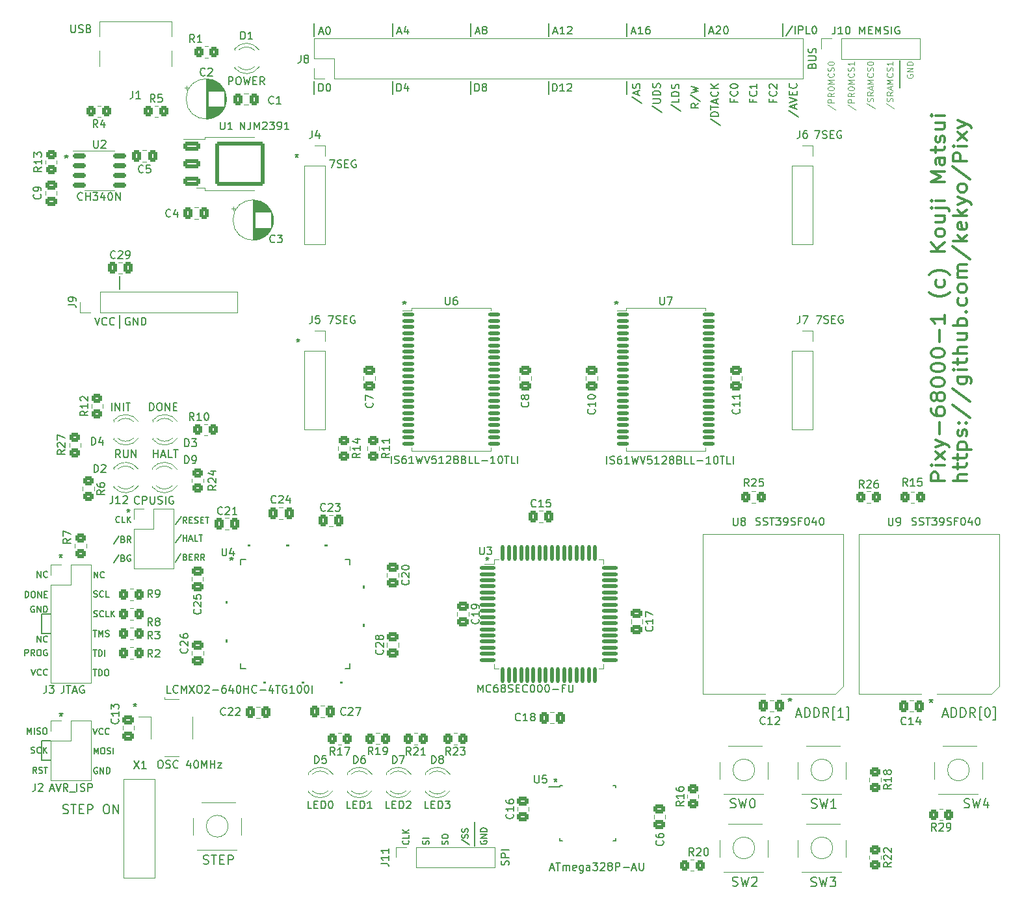
<source format=gbr>
G04 #@! TF.GenerationSoftware,KiCad,Pcbnew,7.0.7*
G04 #@! TF.CreationDate,2023-12-21T21:40:58+09:00*
G04 #@! TF.ProjectId,Pixy-68000,50697879-2d36-4383-9030-302e6b696361,rev?*
G04 #@! TF.SameCoordinates,Original*
G04 #@! TF.FileFunction,Legend,Top*
G04 #@! TF.FilePolarity,Positive*
%FSLAX46Y46*%
G04 Gerber Fmt 4.6, Leading zero omitted, Abs format (unit mm)*
G04 Created by KiCad (PCBNEW 7.0.7) date 2023-12-21 21:40:58*
%MOMM*%
%LPD*%
G01*
G04 APERTURE LIST*
G04 Aperture macros list*
%AMRoundRect*
0 Rectangle with rounded corners*
0 $1 Rounding radius*
0 $2 $3 $4 $5 $6 $7 $8 $9 X,Y pos of 4 corners*
0 Add a 4 corners polygon primitive as box body*
4,1,4,$2,$3,$4,$5,$6,$7,$8,$9,$2,$3,0*
0 Add four circle primitives for the rounded corners*
1,1,$1+$1,$2,$3*
1,1,$1+$1,$4,$5*
1,1,$1+$1,$6,$7*
1,1,$1+$1,$8,$9*
0 Add four rect primitives between the rounded corners*
20,1,$1+$1,$2,$3,$4,$5,0*
20,1,$1+$1,$4,$5,$6,$7,0*
20,1,$1+$1,$6,$7,$8,$9,0*
20,1,$1+$1,$8,$9,$2,$3,0*%
G04 Aperture macros list end*
%ADD10C,0.150000*%
%ADD11C,0.120000*%
%ADD12C,0.200000*%
%ADD13C,0.300000*%
%ADD14C,0.170000*%
%ADD15C,0.152400*%
%ADD16C,6.000000*%
%ADD17RoundRect,0.250000X-0.350000X-0.450000X0.350000X-0.450000X0.350000X0.450000X-0.350000X0.450000X0*%
%ADD18RoundRect,0.250000X0.450000X-0.350000X0.450000X0.350000X-0.450000X0.350000X-0.450000X-0.350000X0*%
%ADD19R,1.800000X1.800000*%
%ADD20C,1.800000*%
%ADD21RoundRect,0.250000X-0.337500X-0.475000X0.337500X-0.475000X0.337500X0.475000X-0.337500X0.475000X0*%
%ADD22R,1.700000X1.700000*%
%ADD23O,1.700000X1.700000*%
%ADD24C,1.700000*%
%ADD25RoundRect,0.250000X-0.450000X0.350000X-0.450000X-0.350000X0.450000X-0.350000X0.450000X0.350000X0*%
%ADD26RoundRect,0.250000X-0.475000X0.337500X-0.475000X-0.337500X0.475000X-0.337500X0.475000X0.337500X0*%
%ADD27RoundRect,0.250000X0.350000X0.450000X-0.350000X0.450000X-0.350000X-0.450000X0.350000X-0.450000X0*%
%ADD28RoundRect,0.250000X0.337500X0.475000X-0.337500X0.475000X-0.337500X-0.475000X0.337500X-0.475000X0*%
%ADD29RoundRect,0.150000X-0.675000X-0.150000X0.675000X-0.150000X0.675000X0.150000X-0.675000X0.150000X0*%
%ADD30C,0.650000*%
%ADD31R,0.600000X1.450000*%
%ADD32R,0.300000X1.450000*%
%ADD33O,1.000000X2.100000*%
%ADD34O,1.000000X1.600000*%
%ADD35R,3.000000X1.980000*%
%ADD36R,1.562100X0.279400*%
%ADD37R,0.279400X1.562100*%
%ADD38RoundRect,0.250000X0.475000X-0.337500X0.475000X0.337500X-0.475000X0.337500X-0.475000X-0.337500X0*%
%ADD39R,1.600000X1.600000*%
%ADD40C,1.600000*%
%ADD41R,1.600000X0.550000*%
%ADD42R,0.550000X1.600000*%
%ADD43R,1.422400X1.422400*%
%ADD44C,1.422400*%
%ADD45RoundRect,0.250000X-0.850000X-0.350000X0.850000X-0.350000X0.850000X0.350000X-0.850000X0.350000X0*%
%ADD46RoundRect,0.249997X-2.950003X-2.650003X2.950003X-2.650003X2.950003X2.650003X-2.950003X2.650003X0*%
%ADD47RoundRect,0.137500X-0.625000X-0.137500X0.625000X-0.137500X0.625000X0.137500X-0.625000X0.137500X0*%
%ADD48RoundRect,0.137500X-0.862500X-0.137500X0.862500X-0.137500X0.862500X0.137500X-0.862500X0.137500X0*%
%ADD49RoundRect,0.137500X-0.137500X-0.862500X0.137500X-0.862500X0.137500X0.862500X-0.137500X0.862500X0*%
G04 APERTURE END LIST*
D10*
X84344244Y-133069767D02*
X84344244Y-129945566D01*
X29150000Y-102900000D02*
X27940000Y-102900000D01*
X73660000Y-35140000D02*
X73660000Y-33440000D01*
X104140000Y-27600000D02*
X104140000Y-25900000D01*
X124460000Y-27600000D02*
X124460000Y-25900000D01*
X27940000Y-121920000D02*
X29150000Y-121920000D01*
X93980000Y-35140000D02*
X93980000Y-33440000D01*
X27940000Y-105440000D02*
X29150000Y-105440000D01*
X63432227Y-35140000D02*
X63432227Y-33440000D01*
X139700000Y-34290000D02*
X139700742Y-30737743D01*
X29150000Y-119380000D02*
X27940000Y-119380000D01*
X38100000Y-60540000D02*
X38100000Y-58840000D01*
X104140000Y-35140000D02*
X104140000Y-33440000D01*
X63432227Y-27600000D02*
X63432227Y-25900000D01*
X38100000Y-65620000D02*
X38100000Y-63920000D01*
X27940000Y-119380000D02*
X27940000Y-121920000D01*
X83820000Y-27600000D02*
X83820000Y-25900000D01*
X73660000Y-27600000D02*
X73660000Y-25900000D01*
X114300000Y-27600000D02*
X114300000Y-25900000D01*
X93980000Y-27600000D02*
X93980000Y-25900000D01*
X27940000Y-102900000D02*
X27940000Y-105440000D01*
X83820000Y-35140000D02*
X83820000Y-33440000D01*
D11*
X137938541Y-36309420D02*
X138967112Y-36995134D01*
X138738541Y-36080849D02*
X138776636Y-35966563D01*
X138776636Y-35966563D02*
X138776636Y-35776087D01*
X138776636Y-35776087D02*
X138738541Y-35699896D01*
X138738541Y-35699896D02*
X138700445Y-35661801D01*
X138700445Y-35661801D02*
X138624255Y-35623706D01*
X138624255Y-35623706D02*
X138548064Y-35623706D01*
X138548064Y-35623706D02*
X138471874Y-35661801D01*
X138471874Y-35661801D02*
X138433779Y-35699896D01*
X138433779Y-35699896D02*
X138395683Y-35776087D01*
X138395683Y-35776087D02*
X138357588Y-35928468D01*
X138357588Y-35928468D02*
X138319493Y-36004658D01*
X138319493Y-36004658D02*
X138281398Y-36042753D01*
X138281398Y-36042753D02*
X138205207Y-36080849D01*
X138205207Y-36080849D02*
X138129017Y-36080849D01*
X138129017Y-36080849D02*
X138052826Y-36042753D01*
X138052826Y-36042753D02*
X138014731Y-36004658D01*
X138014731Y-36004658D02*
X137976636Y-35928468D01*
X137976636Y-35928468D02*
X137976636Y-35737991D01*
X137976636Y-35737991D02*
X138014731Y-35623706D01*
X138776636Y-34823705D02*
X138395683Y-35090372D01*
X138776636Y-35280848D02*
X137976636Y-35280848D01*
X137976636Y-35280848D02*
X137976636Y-34976086D01*
X137976636Y-34976086D02*
X138014731Y-34899896D01*
X138014731Y-34899896D02*
X138052826Y-34861801D01*
X138052826Y-34861801D02*
X138129017Y-34823705D01*
X138129017Y-34823705D02*
X138243302Y-34823705D01*
X138243302Y-34823705D02*
X138319493Y-34861801D01*
X138319493Y-34861801D02*
X138357588Y-34899896D01*
X138357588Y-34899896D02*
X138395683Y-34976086D01*
X138395683Y-34976086D02*
X138395683Y-35280848D01*
X138548064Y-34518944D02*
X138548064Y-34137991D01*
X138776636Y-34595134D02*
X137976636Y-34328467D01*
X137976636Y-34328467D02*
X138776636Y-34061801D01*
X138776636Y-33795134D02*
X137976636Y-33795134D01*
X137976636Y-33795134D02*
X138548064Y-33528468D01*
X138548064Y-33528468D02*
X137976636Y-33261801D01*
X137976636Y-33261801D02*
X138776636Y-33261801D01*
X138700445Y-32423705D02*
X138738541Y-32461801D01*
X138738541Y-32461801D02*
X138776636Y-32576086D01*
X138776636Y-32576086D02*
X138776636Y-32652277D01*
X138776636Y-32652277D02*
X138738541Y-32766563D01*
X138738541Y-32766563D02*
X138662350Y-32842753D01*
X138662350Y-32842753D02*
X138586160Y-32880848D01*
X138586160Y-32880848D02*
X138433779Y-32918944D01*
X138433779Y-32918944D02*
X138319493Y-32918944D01*
X138319493Y-32918944D02*
X138167112Y-32880848D01*
X138167112Y-32880848D02*
X138090921Y-32842753D01*
X138090921Y-32842753D02*
X138014731Y-32766563D01*
X138014731Y-32766563D02*
X137976636Y-32652277D01*
X137976636Y-32652277D02*
X137976636Y-32576086D01*
X137976636Y-32576086D02*
X138014731Y-32461801D01*
X138014731Y-32461801D02*
X138052826Y-32423705D01*
X138738541Y-32118944D02*
X138776636Y-32004658D01*
X138776636Y-32004658D02*
X138776636Y-31814182D01*
X138776636Y-31814182D02*
X138738541Y-31737991D01*
X138738541Y-31737991D02*
X138700445Y-31699896D01*
X138700445Y-31699896D02*
X138624255Y-31661801D01*
X138624255Y-31661801D02*
X138548064Y-31661801D01*
X138548064Y-31661801D02*
X138471874Y-31699896D01*
X138471874Y-31699896D02*
X138433779Y-31737991D01*
X138433779Y-31737991D02*
X138395683Y-31814182D01*
X138395683Y-31814182D02*
X138357588Y-31966563D01*
X138357588Y-31966563D02*
X138319493Y-32042753D01*
X138319493Y-32042753D02*
X138281398Y-32080848D01*
X138281398Y-32080848D02*
X138205207Y-32118944D01*
X138205207Y-32118944D02*
X138129017Y-32118944D01*
X138129017Y-32118944D02*
X138052826Y-32080848D01*
X138052826Y-32080848D02*
X138014731Y-32042753D01*
X138014731Y-32042753D02*
X137976636Y-31966563D01*
X137976636Y-31966563D02*
X137976636Y-31776086D01*
X137976636Y-31776086D02*
X138014731Y-31661801D01*
X138776636Y-30899896D02*
X138776636Y-31357039D01*
X138776636Y-31128467D02*
X137976636Y-31128467D01*
X137976636Y-31128467D02*
X138090921Y-31204658D01*
X138090921Y-31204658D02*
X138167112Y-31280848D01*
X138167112Y-31280848D02*
X138205207Y-31357039D01*
D10*
X85966700Y-95419613D02*
X85966700Y-95657708D01*
X85728605Y-95562470D02*
X85966700Y-95657708D01*
X85966700Y-95657708D02*
X86204795Y-95562470D01*
X85823843Y-95848184D02*
X85966700Y-95657708D01*
X85966700Y-95657708D02*
X86109557Y-95848184D01*
X113484819Y-36345714D02*
X113008628Y-36679047D01*
X113484819Y-36917142D02*
X112484819Y-36917142D01*
X112484819Y-36917142D02*
X112484819Y-36536190D01*
X112484819Y-36536190D02*
X112532438Y-36440952D01*
X112532438Y-36440952D02*
X112580057Y-36393333D01*
X112580057Y-36393333D02*
X112675295Y-36345714D01*
X112675295Y-36345714D02*
X112818152Y-36345714D01*
X112818152Y-36345714D02*
X112913390Y-36393333D01*
X112913390Y-36393333D02*
X112961009Y-36440952D01*
X112961009Y-36440952D02*
X113008628Y-36536190D01*
X113008628Y-36536190D02*
X113008628Y-36917142D01*
X112437200Y-35202857D02*
X113722914Y-36059999D01*
X112484819Y-34964761D02*
X113484819Y-34726666D01*
X113484819Y-34726666D02*
X112770533Y-34536190D01*
X112770533Y-34536190D02*
X113484819Y-34345714D01*
X113484819Y-34345714D02*
X112484819Y-34107619D01*
D12*
X128212061Y-128103374D02*
X128383490Y-128160516D01*
X128383490Y-128160516D02*
X128669204Y-128160516D01*
X128669204Y-128160516D02*
X128783490Y-128103374D01*
X128783490Y-128103374D02*
X128840632Y-128046231D01*
X128840632Y-128046231D02*
X128897775Y-127931945D01*
X128897775Y-127931945D02*
X128897775Y-127817659D01*
X128897775Y-127817659D02*
X128840632Y-127703374D01*
X128840632Y-127703374D02*
X128783490Y-127646231D01*
X128783490Y-127646231D02*
X128669204Y-127589088D01*
X128669204Y-127589088D02*
X128440632Y-127531945D01*
X128440632Y-127531945D02*
X128326347Y-127474802D01*
X128326347Y-127474802D02*
X128269204Y-127417659D01*
X128269204Y-127417659D02*
X128212061Y-127303374D01*
X128212061Y-127303374D02*
X128212061Y-127189088D01*
X128212061Y-127189088D02*
X128269204Y-127074802D01*
X128269204Y-127074802D02*
X128326347Y-127017659D01*
X128326347Y-127017659D02*
X128440632Y-126960516D01*
X128440632Y-126960516D02*
X128726347Y-126960516D01*
X128726347Y-126960516D02*
X128897775Y-127017659D01*
X129297775Y-126960516D02*
X129583489Y-128160516D01*
X129583489Y-128160516D02*
X129812061Y-127303374D01*
X129812061Y-127303374D02*
X130040632Y-128160516D01*
X130040632Y-128160516D02*
X130326347Y-126960516D01*
X131412061Y-128160516D02*
X130726347Y-128160516D01*
X131069204Y-128160516D02*
X131069204Y-126960516D01*
X131069204Y-126960516D02*
X130954918Y-127131945D01*
X130954918Y-127131945D02*
X130840633Y-127246231D01*
X130840633Y-127246231D02*
X130726347Y-127303374D01*
D10*
X31751753Y-26110389D02*
X31751753Y-26919912D01*
X31751753Y-26919912D02*
X31799372Y-27015150D01*
X31799372Y-27015150D02*
X31846991Y-27062770D01*
X31846991Y-27062770D02*
X31942229Y-27110389D01*
X31942229Y-27110389D02*
X32132705Y-27110389D01*
X32132705Y-27110389D02*
X32227943Y-27062770D01*
X32227943Y-27062770D02*
X32275562Y-27015150D01*
X32275562Y-27015150D02*
X32323181Y-26919912D01*
X32323181Y-26919912D02*
X32323181Y-26110389D01*
X32751753Y-27062770D02*
X32894610Y-27110389D01*
X32894610Y-27110389D02*
X33132705Y-27110389D01*
X33132705Y-27110389D02*
X33227943Y-27062770D01*
X33227943Y-27062770D02*
X33275562Y-27015150D01*
X33275562Y-27015150D02*
X33323181Y-26919912D01*
X33323181Y-26919912D02*
X33323181Y-26824674D01*
X33323181Y-26824674D02*
X33275562Y-26729436D01*
X33275562Y-26729436D02*
X33227943Y-26681817D01*
X33227943Y-26681817D02*
X33132705Y-26634198D01*
X33132705Y-26634198D02*
X32942229Y-26586579D01*
X32942229Y-26586579D02*
X32846991Y-26538960D01*
X32846991Y-26538960D02*
X32799372Y-26491341D01*
X32799372Y-26491341D02*
X32751753Y-26396103D01*
X32751753Y-26396103D02*
X32751753Y-26300865D01*
X32751753Y-26300865D02*
X32799372Y-26205627D01*
X32799372Y-26205627D02*
X32846991Y-26158008D01*
X32846991Y-26158008D02*
X32942229Y-26110389D01*
X32942229Y-26110389D02*
X33180324Y-26110389D01*
X33180324Y-26110389D02*
X33323181Y-26158008D01*
X34085086Y-26586579D02*
X34227943Y-26634198D01*
X34227943Y-26634198D02*
X34275562Y-26681817D01*
X34275562Y-26681817D02*
X34323181Y-26777055D01*
X34323181Y-26777055D02*
X34323181Y-26919912D01*
X34323181Y-26919912D02*
X34275562Y-27015150D01*
X34275562Y-27015150D02*
X34227943Y-27062770D01*
X34227943Y-27062770D02*
X34132705Y-27110389D01*
X34132705Y-27110389D02*
X33751753Y-27110389D01*
X33751753Y-27110389D02*
X33751753Y-26110389D01*
X33751753Y-26110389D02*
X34085086Y-26110389D01*
X34085086Y-26110389D02*
X34180324Y-26158008D01*
X34180324Y-26158008D02*
X34227943Y-26205627D01*
X34227943Y-26205627D02*
X34275562Y-26300865D01*
X34275562Y-26300865D02*
X34275562Y-26396103D01*
X34275562Y-26396103D02*
X34227943Y-26491341D01*
X34227943Y-26491341D02*
X34180324Y-26538960D01*
X34180324Y-26538960D02*
X34085086Y-26586579D01*
X34085086Y-26586579D02*
X33751753Y-26586579D01*
X94863127Y-124268181D02*
X94863127Y-124506276D01*
X94625032Y-124411038D02*
X94863127Y-124506276D01*
X94863127Y-124506276D02*
X95101222Y-124411038D01*
X94720270Y-124696752D02*
X94863127Y-124506276D01*
X94863127Y-124506276D02*
X95005984Y-124696752D01*
X120572320Y-35848302D02*
X120572320Y-36181635D01*
X121096130Y-36181635D02*
X120096130Y-36181635D01*
X120096130Y-36181635D02*
X120096130Y-35705445D01*
X121000891Y-34753064D02*
X121048511Y-34800683D01*
X121048511Y-34800683D02*
X121096130Y-34943540D01*
X121096130Y-34943540D02*
X121096130Y-35038778D01*
X121096130Y-35038778D02*
X121048511Y-35181635D01*
X121048511Y-35181635D02*
X120953272Y-35276873D01*
X120953272Y-35276873D02*
X120858034Y-35324492D01*
X120858034Y-35324492D02*
X120667558Y-35372111D01*
X120667558Y-35372111D02*
X120524701Y-35372111D01*
X120524701Y-35372111D02*
X120334225Y-35324492D01*
X120334225Y-35324492D02*
X120238987Y-35276873D01*
X120238987Y-35276873D02*
X120143749Y-35181635D01*
X120143749Y-35181635D02*
X120096130Y-35038778D01*
X120096130Y-35038778D02*
X120096130Y-34943540D01*
X120096130Y-34943540D02*
X120143749Y-34800683D01*
X120143749Y-34800683D02*
X120191368Y-34753064D01*
X121096130Y-33800683D02*
X121096130Y-34372111D01*
X121096130Y-34086397D02*
X120096130Y-34086397D01*
X120096130Y-34086397D02*
X120238987Y-34181635D01*
X120238987Y-34181635D02*
X120334225Y-34276873D01*
X120334225Y-34276873D02*
X120381844Y-34372111D01*
X40646407Y-88432912D02*
X40598788Y-88480532D01*
X40598788Y-88480532D02*
X40455931Y-88528151D01*
X40455931Y-88528151D02*
X40360693Y-88528151D01*
X40360693Y-88528151D02*
X40217836Y-88480532D01*
X40217836Y-88480532D02*
X40122598Y-88385293D01*
X40122598Y-88385293D02*
X40074979Y-88290055D01*
X40074979Y-88290055D02*
X40027360Y-88099579D01*
X40027360Y-88099579D02*
X40027360Y-87956722D01*
X40027360Y-87956722D02*
X40074979Y-87766246D01*
X40074979Y-87766246D02*
X40122598Y-87671008D01*
X40122598Y-87671008D02*
X40217836Y-87575770D01*
X40217836Y-87575770D02*
X40360693Y-87528151D01*
X40360693Y-87528151D02*
X40455931Y-87528151D01*
X40455931Y-87528151D02*
X40598788Y-87575770D01*
X40598788Y-87575770D02*
X40646407Y-87623389D01*
X41074979Y-88528151D02*
X41074979Y-87528151D01*
X41074979Y-87528151D02*
X41455931Y-87528151D01*
X41455931Y-87528151D02*
X41551169Y-87575770D01*
X41551169Y-87575770D02*
X41598788Y-87623389D01*
X41598788Y-87623389D02*
X41646407Y-87718627D01*
X41646407Y-87718627D02*
X41646407Y-87861484D01*
X41646407Y-87861484D02*
X41598788Y-87956722D01*
X41598788Y-87956722D02*
X41551169Y-88004341D01*
X41551169Y-88004341D02*
X41455931Y-88051960D01*
X41455931Y-88051960D02*
X41074979Y-88051960D01*
X42074979Y-87528151D02*
X42074979Y-88337674D01*
X42074979Y-88337674D02*
X42122598Y-88432912D01*
X42122598Y-88432912D02*
X42170217Y-88480532D01*
X42170217Y-88480532D02*
X42265455Y-88528151D01*
X42265455Y-88528151D02*
X42455931Y-88528151D01*
X42455931Y-88528151D02*
X42551169Y-88480532D01*
X42551169Y-88480532D02*
X42598788Y-88432912D01*
X42598788Y-88432912D02*
X42646407Y-88337674D01*
X42646407Y-88337674D02*
X42646407Y-87528151D01*
X43074979Y-88480532D02*
X43217836Y-88528151D01*
X43217836Y-88528151D02*
X43455931Y-88528151D01*
X43455931Y-88528151D02*
X43551169Y-88480532D01*
X43551169Y-88480532D02*
X43598788Y-88432912D01*
X43598788Y-88432912D02*
X43646407Y-88337674D01*
X43646407Y-88337674D02*
X43646407Y-88242436D01*
X43646407Y-88242436D02*
X43598788Y-88147198D01*
X43598788Y-88147198D02*
X43551169Y-88099579D01*
X43551169Y-88099579D02*
X43455931Y-88051960D01*
X43455931Y-88051960D02*
X43265455Y-88004341D01*
X43265455Y-88004341D02*
X43170217Y-87956722D01*
X43170217Y-87956722D02*
X43122598Y-87909103D01*
X43122598Y-87909103D02*
X43074979Y-87813865D01*
X43074979Y-87813865D02*
X43074979Y-87718627D01*
X43074979Y-87718627D02*
X43122598Y-87623389D01*
X43122598Y-87623389D02*
X43170217Y-87575770D01*
X43170217Y-87575770D02*
X43265455Y-87528151D01*
X43265455Y-87528151D02*
X43503550Y-87528151D01*
X43503550Y-87528151D02*
X43646407Y-87575770D01*
X44074979Y-88528151D02*
X44074979Y-87528151D01*
X45074978Y-87575770D02*
X44979740Y-87528151D01*
X44979740Y-87528151D02*
X44836883Y-87528151D01*
X44836883Y-87528151D02*
X44694026Y-87575770D01*
X44694026Y-87575770D02*
X44598788Y-87671008D01*
X44598788Y-87671008D02*
X44551169Y-87766246D01*
X44551169Y-87766246D02*
X44503550Y-87956722D01*
X44503550Y-87956722D02*
X44503550Y-88099579D01*
X44503550Y-88099579D02*
X44551169Y-88290055D01*
X44551169Y-88290055D02*
X44598788Y-88385293D01*
X44598788Y-88385293D02*
X44694026Y-88480532D01*
X44694026Y-88480532D02*
X44836883Y-88528151D01*
X44836883Y-88528151D02*
X44932121Y-88528151D01*
X44932121Y-88528151D02*
X45074978Y-88480532D01*
X45074978Y-88480532D02*
X45122597Y-88432912D01*
X45122597Y-88432912D02*
X45122597Y-88099579D01*
X45122597Y-88099579D02*
X44932121Y-88099579D01*
X82597211Y-132274458D02*
X83625782Y-132960172D01*
X83397211Y-132045887D02*
X83435306Y-131931601D01*
X83435306Y-131931601D02*
X83435306Y-131741125D01*
X83435306Y-131741125D02*
X83397211Y-131664934D01*
X83397211Y-131664934D02*
X83359115Y-131626839D01*
X83359115Y-131626839D02*
X83282925Y-131588744D01*
X83282925Y-131588744D02*
X83206734Y-131588744D01*
X83206734Y-131588744D02*
X83130544Y-131626839D01*
X83130544Y-131626839D02*
X83092449Y-131664934D01*
X83092449Y-131664934D02*
X83054353Y-131741125D01*
X83054353Y-131741125D02*
X83016258Y-131893506D01*
X83016258Y-131893506D02*
X82978163Y-131969696D01*
X82978163Y-131969696D02*
X82940068Y-132007791D01*
X82940068Y-132007791D02*
X82863877Y-132045887D01*
X82863877Y-132045887D02*
X82787687Y-132045887D01*
X82787687Y-132045887D02*
X82711496Y-132007791D01*
X82711496Y-132007791D02*
X82673401Y-131969696D01*
X82673401Y-131969696D02*
X82635306Y-131893506D01*
X82635306Y-131893506D02*
X82635306Y-131703029D01*
X82635306Y-131703029D02*
X82673401Y-131588744D01*
X83397211Y-131283982D02*
X83435306Y-131169696D01*
X83435306Y-131169696D02*
X83435306Y-130979220D01*
X83435306Y-130979220D02*
X83397211Y-130903029D01*
X83397211Y-130903029D02*
X83359115Y-130864934D01*
X83359115Y-130864934D02*
X83282925Y-130826839D01*
X83282925Y-130826839D02*
X83206734Y-130826839D01*
X83206734Y-130826839D02*
X83130544Y-130864934D01*
X83130544Y-130864934D02*
X83092449Y-130903029D01*
X83092449Y-130903029D02*
X83054353Y-130979220D01*
X83054353Y-130979220D02*
X83016258Y-131131601D01*
X83016258Y-131131601D02*
X82978163Y-131207791D01*
X82978163Y-131207791D02*
X82940068Y-131245886D01*
X82940068Y-131245886D02*
X82863877Y-131283982D01*
X82863877Y-131283982D02*
X82787687Y-131283982D01*
X82787687Y-131283982D02*
X82711496Y-131245886D01*
X82711496Y-131245886D02*
X82673401Y-131207791D01*
X82673401Y-131207791D02*
X82635306Y-131131601D01*
X82635306Y-131131601D02*
X82635306Y-130941124D01*
X82635306Y-130941124D02*
X82673401Y-130826839D01*
X40085021Y-114492512D02*
X40085021Y-114730607D01*
X39846926Y-114635369D02*
X40085021Y-114730607D01*
X40085021Y-114730607D02*
X40323116Y-114635369D01*
X39942164Y-114921083D02*
X40085021Y-114730607D01*
X40085021Y-114730607D02*
X40227878Y-114921083D01*
X43303943Y-121945014D02*
X43494419Y-121945014D01*
X43494419Y-121945014D02*
X43589657Y-121992633D01*
X43589657Y-121992633D02*
X43684895Y-122087871D01*
X43684895Y-122087871D02*
X43732514Y-122278347D01*
X43732514Y-122278347D02*
X43732514Y-122611680D01*
X43732514Y-122611680D02*
X43684895Y-122802156D01*
X43684895Y-122802156D02*
X43589657Y-122897395D01*
X43589657Y-122897395D02*
X43494419Y-122945014D01*
X43494419Y-122945014D02*
X43303943Y-122945014D01*
X43303943Y-122945014D02*
X43208705Y-122897395D01*
X43208705Y-122897395D02*
X43113467Y-122802156D01*
X43113467Y-122802156D02*
X43065848Y-122611680D01*
X43065848Y-122611680D02*
X43065848Y-122278347D01*
X43065848Y-122278347D02*
X43113467Y-122087871D01*
X43113467Y-122087871D02*
X43208705Y-121992633D01*
X43208705Y-121992633D02*
X43303943Y-121945014D01*
X44113467Y-122897395D02*
X44256324Y-122945014D01*
X44256324Y-122945014D02*
X44494419Y-122945014D01*
X44494419Y-122945014D02*
X44589657Y-122897395D01*
X44589657Y-122897395D02*
X44637276Y-122849775D01*
X44637276Y-122849775D02*
X44684895Y-122754537D01*
X44684895Y-122754537D02*
X44684895Y-122659299D01*
X44684895Y-122659299D02*
X44637276Y-122564061D01*
X44637276Y-122564061D02*
X44589657Y-122516442D01*
X44589657Y-122516442D02*
X44494419Y-122468823D01*
X44494419Y-122468823D02*
X44303943Y-122421204D01*
X44303943Y-122421204D02*
X44208705Y-122373585D01*
X44208705Y-122373585D02*
X44161086Y-122325966D01*
X44161086Y-122325966D02*
X44113467Y-122230728D01*
X44113467Y-122230728D02*
X44113467Y-122135490D01*
X44113467Y-122135490D02*
X44161086Y-122040252D01*
X44161086Y-122040252D02*
X44208705Y-121992633D01*
X44208705Y-121992633D02*
X44303943Y-121945014D01*
X44303943Y-121945014D02*
X44542038Y-121945014D01*
X44542038Y-121945014D02*
X44684895Y-121992633D01*
X45684895Y-122849775D02*
X45637276Y-122897395D01*
X45637276Y-122897395D02*
X45494419Y-122945014D01*
X45494419Y-122945014D02*
X45399181Y-122945014D01*
X45399181Y-122945014D02*
X45256324Y-122897395D01*
X45256324Y-122897395D02*
X45161086Y-122802156D01*
X45161086Y-122802156D02*
X45113467Y-122706918D01*
X45113467Y-122706918D02*
X45065848Y-122516442D01*
X45065848Y-122516442D02*
X45065848Y-122373585D01*
X45065848Y-122373585D02*
X45113467Y-122183109D01*
X45113467Y-122183109D02*
X45161086Y-122087871D01*
X45161086Y-122087871D02*
X45256324Y-121992633D01*
X45256324Y-121992633D02*
X45399181Y-121945014D01*
X45399181Y-121945014D02*
X45494419Y-121945014D01*
X45494419Y-121945014D02*
X45637276Y-121992633D01*
X45637276Y-121992633D02*
X45684895Y-122040252D01*
X47303943Y-122278347D02*
X47303943Y-122945014D01*
X47065848Y-121897395D02*
X46827753Y-122611680D01*
X46827753Y-122611680D02*
X47446800Y-122611680D01*
X48018229Y-121945014D02*
X48113467Y-121945014D01*
X48113467Y-121945014D02*
X48208705Y-121992633D01*
X48208705Y-121992633D02*
X48256324Y-122040252D01*
X48256324Y-122040252D02*
X48303943Y-122135490D01*
X48303943Y-122135490D02*
X48351562Y-122325966D01*
X48351562Y-122325966D02*
X48351562Y-122564061D01*
X48351562Y-122564061D02*
X48303943Y-122754537D01*
X48303943Y-122754537D02*
X48256324Y-122849775D01*
X48256324Y-122849775D02*
X48208705Y-122897395D01*
X48208705Y-122897395D02*
X48113467Y-122945014D01*
X48113467Y-122945014D02*
X48018229Y-122945014D01*
X48018229Y-122945014D02*
X47922991Y-122897395D01*
X47922991Y-122897395D02*
X47875372Y-122849775D01*
X47875372Y-122849775D02*
X47827753Y-122754537D01*
X47827753Y-122754537D02*
X47780134Y-122564061D01*
X47780134Y-122564061D02*
X47780134Y-122325966D01*
X47780134Y-122325966D02*
X47827753Y-122135490D01*
X47827753Y-122135490D02*
X47875372Y-122040252D01*
X47875372Y-122040252D02*
X47922991Y-121992633D01*
X47922991Y-121992633D02*
X48018229Y-121945014D01*
X48780134Y-122945014D02*
X48780134Y-121945014D01*
X48780134Y-121945014D02*
X49113467Y-122659299D01*
X49113467Y-122659299D02*
X49446800Y-121945014D01*
X49446800Y-121945014D02*
X49446800Y-122945014D01*
X49922991Y-122945014D02*
X49922991Y-121945014D01*
X49922991Y-122421204D02*
X50494419Y-122421204D01*
X50494419Y-122945014D02*
X50494419Y-121945014D01*
X50875372Y-122278347D02*
X51399181Y-122278347D01*
X51399181Y-122278347D02*
X50875372Y-122945014D01*
X50875372Y-122945014D02*
X51399181Y-122945014D01*
X75684199Y-132388743D02*
X75722295Y-132426839D01*
X75722295Y-132426839D02*
X75760390Y-132541124D01*
X75760390Y-132541124D02*
X75760390Y-132617315D01*
X75760390Y-132617315D02*
X75722295Y-132731601D01*
X75722295Y-132731601D02*
X75646104Y-132807791D01*
X75646104Y-132807791D02*
X75569914Y-132845886D01*
X75569914Y-132845886D02*
X75417533Y-132883982D01*
X75417533Y-132883982D02*
X75303247Y-132883982D01*
X75303247Y-132883982D02*
X75150866Y-132845886D01*
X75150866Y-132845886D02*
X75074675Y-132807791D01*
X75074675Y-132807791D02*
X74998485Y-132731601D01*
X74998485Y-132731601D02*
X74960390Y-132617315D01*
X74960390Y-132617315D02*
X74960390Y-132541124D01*
X74960390Y-132541124D02*
X74998485Y-132426839D01*
X74998485Y-132426839D02*
X75036580Y-132388743D01*
X75760390Y-131664934D02*
X75760390Y-132045886D01*
X75760390Y-132045886D02*
X74960390Y-132045886D01*
X75760390Y-131398267D02*
X74960390Y-131398267D01*
X75760390Y-130941124D02*
X75303247Y-131283982D01*
X74960390Y-130941124D02*
X75417533Y-131398267D01*
X85123988Y-132426839D02*
X85085893Y-132503029D01*
X85085893Y-132503029D02*
X85085893Y-132617315D01*
X85085893Y-132617315D02*
X85123988Y-132731601D01*
X85123988Y-132731601D02*
X85200178Y-132807791D01*
X85200178Y-132807791D02*
X85276369Y-132845886D01*
X85276369Y-132845886D02*
X85428750Y-132883982D01*
X85428750Y-132883982D02*
X85543036Y-132883982D01*
X85543036Y-132883982D02*
X85695417Y-132845886D01*
X85695417Y-132845886D02*
X85771607Y-132807791D01*
X85771607Y-132807791D02*
X85847798Y-132731601D01*
X85847798Y-132731601D02*
X85885893Y-132617315D01*
X85885893Y-132617315D02*
X85885893Y-132541124D01*
X85885893Y-132541124D02*
X85847798Y-132426839D01*
X85847798Y-132426839D02*
X85809702Y-132388743D01*
X85809702Y-132388743D02*
X85543036Y-132388743D01*
X85543036Y-132388743D02*
X85543036Y-132541124D01*
X85885893Y-132045886D02*
X85085893Y-132045886D01*
X85085893Y-132045886D02*
X85885893Y-131588743D01*
X85885893Y-131588743D02*
X85085893Y-131588743D01*
X85885893Y-131207791D02*
X85085893Y-131207791D01*
X85085893Y-131207791D02*
X85085893Y-131017315D01*
X85085893Y-131017315D02*
X85123988Y-130903029D01*
X85123988Y-130903029D02*
X85200178Y-130826839D01*
X85200178Y-130826839D02*
X85276369Y-130788744D01*
X85276369Y-130788744D02*
X85428750Y-130750648D01*
X85428750Y-130750648D02*
X85543036Y-130750648D01*
X85543036Y-130750648D02*
X85695417Y-130788744D01*
X85695417Y-130788744D02*
X85771607Y-130826839D01*
X85771607Y-130826839D02*
X85847798Y-130903029D01*
X85847798Y-130903029D02*
X85885893Y-131017315D01*
X85885893Y-131017315D02*
X85885893Y-131207791D01*
X61150991Y-42894824D02*
X61150991Y-43132919D01*
X60912896Y-43037681D02*
X61150991Y-43132919D01*
X61150991Y-43132919D02*
X61389086Y-43037681D01*
X61008134Y-43323395D02*
X61150991Y-43132919D01*
X61150991Y-43132919D02*
X61293848Y-43323395D01*
X30427422Y-95042802D02*
X30427422Y-95280897D01*
X30189327Y-95185659D02*
X30427422Y-95280897D01*
X30427422Y-95280897D02*
X30665517Y-95185659D01*
X30284565Y-95471373D02*
X30427422Y-95280897D01*
X30427422Y-95280897D02*
X30570279Y-95471373D01*
X74289508Y-27019552D02*
X74765698Y-27019552D01*
X74194270Y-27305267D02*
X74527603Y-26305267D01*
X74527603Y-26305267D02*
X74860936Y-27305267D01*
X75622841Y-26638600D02*
X75622841Y-27305267D01*
X75384746Y-26257648D02*
X75146651Y-26971933D01*
X75146651Y-26971933D02*
X75765698Y-26971933D01*
X52283047Y-33881555D02*
X52283047Y-32881555D01*
X52283047Y-32881555D02*
X52663999Y-32881555D01*
X52663999Y-32881555D02*
X52759237Y-32929174D01*
X52759237Y-32929174D02*
X52806856Y-32976793D01*
X52806856Y-32976793D02*
X52854475Y-33072031D01*
X52854475Y-33072031D02*
X52854475Y-33214888D01*
X52854475Y-33214888D02*
X52806856Y-33310126D01*
X52806856Y-33310126D02*
X52759237Y-33357745D01*
X52759237Y-33357745D02*
X52663999Y-33405364D01*
X52663999Y-33405364D02*
X52283047Y-33405364D01*
X53473523Y-32881555D02*
X53663999Y-32881555D01*
X53663999Y-32881555D02*
X53759237Y-32929174D01*
X53759237Y-32929174D02*
X53854475Y-33024412D01*
X53854475Y-33024412D02*
X53902094Y-33214888D01*
X53902094Y-33214888D02*
X53902094Y-33548221D01*
X53902094Y-33548221D02*
X53854475Y-33738697D01*
X53854475Y-33738697D02*
X53759237Y-33833936D01*
X53759237Y-33833936D02*
X53663999Y-33881555D01*
X53663999Y-33881555D02*
X53473523Y-33881555D01*
X53473523Y-33881555D02*
X53378285Y-33833936D01*
X53378285Y-33833936D02*
X53283047Y-33738697D01*
X53283047Y-33738697D02*
X53235428Y-33548221D01*
X53235428Y-33548221D02*
X53235428Y-33214888D01*
X53235428Y-33214888D02*
X53283047Y-33024412D01*
X53283047Y-33024412D02*
X53378285Y-32929174D01*
X53378285Y-32929174D02*
X53473523Y-32881555D01*
X54235428Y-32881555D02*
X54473523Y-33881555D01*
X54473523Y-33881555D02*
X54663999Y-33167269D01*
X54663999Y-33167269D02*
X54854475Y-33881555D01*
X54854475Y-33881555D02*
X55092571Y-32881555D01*
X55473523Y-33357745D02*
X55806856Y-33357745D01*
X55949713Y-33881555D02*
X55473523Y-33881555D01*
X55473523Y-33881555D02*
X55473523Y-32881555D01*
X55473523Y-32881555D02*
X55949713Y-32881555D01*
X56949713Y-33881555D02*
X56616380Y-33405364D01*
X56378285Y-33881555D02*
X56378285Y-32881555D01*
X56378285Y-32881555D02*
X56759237Y-32881555D01*
X56759237Y-32881555D02*
X56854475Y-32929174D01*
X56854475Y-32929174D02*
X56902094Y-32976793D01*
X56902094Y-32976793D02*
X56949713Y-33072031D01*
X56949713Y-33072031D02*
X56949713Y-33214888D01*
X56949713Y-33214888D02*
X56902094Y-33310126D01*
X56902094Y-33310126D02*
X56854475Y-33357745D01*
X56854475Y-33357745D02*
X56759237Y-33405364D01*
X56759237Y-33405364D02*
X56378285Y-33405364D01*
X42528221Y-82482602D02*
X42528221Y-81482602D01*
X42528221Y-81958792D02*
X43099649Y-81958792D01*
X43099649Y-82482602D02*
X43099649Y-81482602D01*
X43528221Y-82196887D02*
X44004411Y-82196887D01*
X43432983Y-82482602D02*
X43766316Y-81482602D01*
X43766316Y-81482602D02*
X44099649Y-82482602D01*
X44909173Y-82482602D02*
X44432983Y-82482602D01*
X44432983Y-82482602D02*
X44432983Y-81482602D01*
X45099650Y-81482602D02*
X45671078Y-81482602D01*
X45385364Y-82482602D02*
X45385364Y-81482602D01*
X73458685Y-83261896D02*
X73458685Y-82261896D01*
X73887256Y-83214277D02*
X74030113Y-83261896D01*
X74030113Y-83261896D02*
X74268208Y-83261896D01*
X74268208Y-83261896D02*
X74363446Y-83214277D01*
X74363446Y-83214277D02*
X74411065Y-83166657D01*
X74411065Y-83166657D02*
X74458684Y-83071419D01*
X74458684Y-83071419D02*
X74458684Y-82976181D01*
X74458684Y-82976181D02*
X74411065Y-82880943D01*
X74411065Y-82880943D02*
X74363446Y-82833324D01*
X74363446Y-82833324D02*
X74268208Y-82785705D01*
X74268208Y-82785705D02*
X74077732Y-82738086D01*
X74077732Y-82738086D02*
X73982494Y-82690467D01*
X73982494Y-82690467D02*
X73934875Y-82642848D01*
X73934875Y-82642848D02*
X73887256Y-82547610D01*
X73887256Y-82547610D02*
X73887256Y-82452372D01*
X73887256Y-82452372D02*
X73934875Y-82357134D01*
X73934875Y-82357134D02*
X73982494Y-82309515D01*
X73982494Y-82309515D02*
X74077732Y-82261896D01*
X74077732Y-82261896D02*
X74315827Y-82261896D01*
X74315827Y-82261896D02*
X74458684Y-82309515D01*
X75315827Y-82261896D02*
X75125351Y-82261896D01*
X75125351Y-82261896D02*
X75030113Y-82309515D01*
X75030113Y-82309515D02*
X74982494Y-82357134D01*
X74982494Y-82357134D02*
X74887256Y-82499991D01*
X74887256Y-82499991D02*
X74839637Y-82690467D01*
X74839637Y-82690467D02*
X74839637Y-83071419D01*
X74839637Y-83071419D02*
X74887256Y-83166657D01*
X74887256Y-83166657D02*
X74934875Y-83214277D01*
X74934875Y-83214277D02*
X75030113Y-83261896D01*
X75030113Y-83261896D02*
X75220589Y-83261896D01*
X75220589Y-83261896D02*
X75315827Y-83214277D01*
X75315827Y-83214277D02*
X75363446Y-83166657D01*
X75363446Y-83166657D02*
X75411065Y-83071419D01*
X75411065Y-83071419D02*
X75411065Y-82833324D01*
X75411065Y-82833324D02*
X75363446Y-82738086D01*
X75363446Y-82738086D02*
X75315827Y-82690467D01*
X75315827Y-82690467D02*
X75220589Y-82642848D01*
X75220589Y-82642848D02*
X75030113Y-82642848D01*
X75030113Y-82642848D02*
X74934875Y-82690467D01*
X74934875Y-82690467D02*
X74887256Y-82738086D01*
X74887256Y-82738086D02*
X74839637Y-82833324D01*
X76363446Y-83261896D02*
X75792018Y-83261896D01*
X76077732Y-83261896D02*
X76077732Y-82261896D01*
X76077732Y-82261896D02*
X75982494Y-82404753D01*
X75982494Y-82404753D02*
X75887256Y-82499991D01*
X75887256Y-82499991D02*
X75792018Y-82547610D01*
X76696780Y-82261896D02*
X76934875Y-83261896D01*
X76934875Y-83261896D02*
X77125351Y-82547610D01*
X77125351Y-82547610D02*
X77315827Y-83261896D01*
X77315827Y-83261896D02*
X77553923Y-82261896D01*
X77792018Y-82261896D02*
X78125351Y-83261896D01*
X78125351Y-83261896D02*
X78458684Y-82261896D01*
X79268208Y-82261896D02*
X78792018Y-82261896D01*
X78792018Y-82261896D02*
X78744399Y-82738086D01*
X78744399Y-82738086D02*
X78792018Y-82690467D01*
X78792018Y-82690467D02*
X78887256Y-82642848D01*
X78887256Y-82642848D02*
X79125351Y-82642848D01*
X79125351Y-82642848D02*
X79220589Y-82690467D01*
X79220589Y-82690467D02*
X79268208Y-82738086D01*
X79268208Y-82738086D02*
X79315827Y-82833324D01*
X79315827Y-82833324D02*
X79315827Y-83071419D01*
X79315827Y-83071419D02*
X79268208Y-83166657D01*
X79268208Y-83166657D02*
X79220589Y-83214277D01*
X79220589Y-83214277D02*
X79125351Y-83261896D01*
X79125351Y-83261896D02*
X78887256Y-83261896D01*
X78887256Y-83261896D02*
X78792018Y-83214277D01*
X78792018Y-83214277D02*
X78744399Y-83166657D01*
X80268208Y-83261896D02*
X79696780Y-83261896D01*
X79982494Y-83261896D02*
X79982494Y-82261896D01*
X79982494Y-82261896D02*
X79887256Y-82404753D01*
X79887256Y-82404753D02*
X79792018Y-82499991D01*
X79792018Y-82499991D02*
X79696780Y-82547610D01*
X80649161Y-82357134D02*
X80696780Y-82309515D01*
X80696780Y-82309515D02*
X80792018Y-82261896D01*
X80792018Y-82261896D02*
X81030113Y-82261896D01*
X81030113Y-82261896D02*
X81125351Y-82309515D01*
X81125351Y-82309515D02*
X81172970Y-82357134D01*
X81172970Y-82357134D02*
X81220589Y-82452372D01*
X81220589Y-82452372D02*
X81220589Y-82547610D01*
X81220589Y-82547610D02*
X81172970Y-82690467D01*
X81172970Y-82690467D02*
X80601542Y-83261896D01*
X80601542Y-83261896D02*
X81220589Y-83261896D01*
X81792018Y-82690467D02*
X81696780Y-82642848D01*
X81696780Y-82642848D02*
X81649161Y-82595229D01*
X81649161Y-82595229D02*
X81601542Y-82499991D01*
X81601542Y-82499991D02*
X81601542Y-82452372D01*
X81601542Y-82452372D02*
X81649161Y-82357134D01*
X81649161Y-82357134D02*
X81696780Y-82309515D01*
X81696780Y-82309515D02*
X81792018Y-82261896D01*
X81792018Y-82261896D02*
X81982494Y-82261896D01*
X81982494Y-82261896D02*
X82077732Y-82309515D01*
X82077732Y-82309515D02*
X82125351Y-82357134D01*
X82125351Y-82357134D02*
X82172970Y-82452372D01*
X82172970Y-82452372D02*
X82172970Y-82499991D01*
X82172970Y-82499991D02*
X82125351Y-82595229D01*
X82125351Y-82595229D02*
X82077732Y-82642848D01*
X82077732Y-82642848D02*
X81982494Y-82690467D01*
X81982494Y-82690467D02*
X81792018Y-82690467D01*
X81792018Y-82690467D02*
X81696780Y-82738086D01*
X81696780Y-82738086D02*
X81649161Y-82785705D01*
X81649161Y-82785705D02*
X81601542Y-82880943D01*
X81601542Y-82880943D02*
X81601542Y-83071419D01*
X81601542Y-83071419D02*
X81649161Y-83166657D01*
X81649161Y-83166657D02*
X81696780Y-83214277D01*
X81696780Y-83214277D02*
X81792018Y-83261896D01*
X81792018Y-83261896D02*
X81982494Y-83261896D01*
X81982494Y-83261896D02*
X82077732Y-83214277D01*
X82077732Y-83214277D02*
X82125351Y-83166657D01*
X82125351Y-83166657D02*
X82172970Y-83071419D01*
X82172970Y-83071419D02*
X82172970Y-82880943D01*
X82172970Y-82880943D02*
X82125351Y-82785705D01*
X82125351Y-82785705D02*
X82077732Y-82738086D01*
X82077732Y-82738086D02*
X81982494Y-82690467D01*
X82934875Y-82738086D02*
X83077732Y-82785705D01*
X83077732Y-82785705D02*
X83125351Y-82833324D01*
X83125351Y-82833324D02*
X83172970Y-82928562D01*
X83172970Y-82928562D02*
X83172970Y-83071419D01*
X83172970Y-83071419D02*
X83125351Y-83166657D01*
X83125351Y-83166657D02*
X83077732Y-83214277D01*
X83077732Y-83214277D02*
X82982494Y-83261896D01*
X82982494Y-83261896D02*
X82601542Y-83261896D01*
X82601542Y-83261896D02*
X82601542Y-82261896D01*
X82601542Y-82261896D02*
X82934875Y-82261896D01*
X82934875Y-82261896D02*
X83030113Y-82309515D01*
X83030113Y-82309515D02*
X83077732Y-82357134D01*
X83077732Y-82357134D02*
X83125351Y-82452372D01*
X83125351Y-82452372D02*
X83125351Y-82547610D01*
X83125351Y-82547610D02*
X83077732Y-82642848D01*
X83077732Y-82642848D02*
X83030113Y-82690467D01*
X83030113Y-82690467D02*
X82934875Y-82738086D01*
X82934875Y-82738086D02*
X82601542Y-82738086D01*
X84077732Y-83261896D02*
X83601542Y-83261896D01*
X83601542Y-83261896D02*
X83601542Y-82261896D01*
X84887256Y-83261896D02*
X84411066Y-83261896D01*
X84411066Y-83261896D02*
X84411066Y-82261896D01*
X85220590Y-82880943D02*
X85982495Y-82880943D01*
X86982494Y-83261896D02*
X86411066Y-83261896D01*
X86696780Y-83261896D02*
X86696780Y-82261896D01*
X86696780Y-82261896D02*
X86601542Y-82404753D01*
X86601542Y-82404753D02*
X86506304Y-82499991D01*
X86506304Y-82499991D02*
X86411066Y-82547610D01*
X87601542Y-82261896D02*
X87696780Y-82261896D01*
X87696780Y-82261896D02*
X87792018Y-82309515D01*
X87792018Y-82309515D02*
X87839637Y-82357134D01*
X87839637Y-82357134D02*
X87887256Y-82452372D01*
X87887256Y-82452372D02*
X87934875Y-82642848D01*
X87934875Y-82642848D02*
X87934875Y-82880943D01*
X87934875Y-82880943D02*
X87887256Y-83071419D01*
X87887256Y-83071419D02*
X87839637Y-83166657D01*
X87839637Y-83166657D02*
X87792018Y-83214277D01*
X87792018Y-83214277D02*
X87696780Y-83261896D01*
X87696780Y-83261896D02*
X87601542Y-83261896D01*
X87601542Y-83261896D02*
X87506304Y-83214277D01*
X87506304Y-83214277D02*
X87458685Y-83166657D01*
X87458685Y-83166657D02*
X87411066Y-83071419D01*
X87411066Y-83071419D02*
X87363447Y-82880943D01*
X87363447Y-82880943D02*
X87363447Y-82642848D01*
X87363447Y-82642848D02*
X87411066Y-82452372D01*
X87411066Y-82452372D02*
X87458685Y-82357134D01*
X87458685Y-82357134D02*
X87506304Y-82309515D01*
X87506304Y-82309515D02*
X87601542Y-82261896D01*
X88220590Y-82261896D02*
X88792018Y-82261896D01*
X88506304Y-83261896D02*
X88506304Y-82261896D01*
X89601542Y-83261896D02*
X89125352Y-83261896D01*
X89125352Y-83261896D02*
X89125352Y-82261896D01*
X89934876Y-83261896D02*
X89934876Y-82261896D01*
X33240297Y-48851240D02*
X33192678Y-48898860D01*
X33192678Y-48898860D02*
X33049821Y-48946479D01*
X33049821Y-48946479D02*
X32954583Y-48946479D01*
X32954583Y-48946479D02*
X32811726Y-48898860D01*
X32811726Y-48898860D02*
X32716488Y-48803621D01*
X32716488Y-48803621D02*
X32668869Y-48708383D01*
X32668869Y-48708383D02*
X32621250Y-48517907D01*
X32621250Y-48517907D02*
X32621250Y-48375050D01*
X32621250Y-48375050D02*
X32668869Y-48184574D01*
X32668869Y-48184574D02*
X32716488Y-48089336D01*
X32716488Y-48089336D02*
X32811726Y-47994098D01*
X32811726Y-47994098D02*
X32954583Y-47946479D01*
X32954583Y-47946479D02*
X33049821Y-47946479D01*
X33049821Y-47946479D02*
X33192678Y-47994098D01*
X33192678Y-47994098D02*
X33240297Y-48041717D01*
X33668869Y-48946479D02*
X33668869Y-47946479D01*
X33668869Y-48422669D02*
X34240297Y-48422669D01*
X34240297Y-48946479D02*
X34240297Y-47946479D01*
X34621250Y-47946479D02*
X35240297Y-47946479D01*
X35240297Y-47946479D02*
X34906964Y-48327431D01*
X34906964Y-48327431D02*
X35049821Y-48327431D01*
X35049821Y-48327431D02*
X35145059Y-48375050D01*
X35145059Y-48375050D02*
X35192678Y-48422669D01*
X35192678Y-48422669D02*
X35240297Y-48517907D01*
X35240297Y-48517907D02*
X35240297Y-48756002D01*
X35240297Y-48756002D02*
X35192678Y-48851240D01*
X35192678Y-48851240D02*
X35145059Y-48898860D01*
X35145059Y-48898860D02*
X35049821Y-48946479D01*
X35049821Y-48946479D02*
X34764107Y-48946479D01*
X34764107Y-48946479D02*
X34668869Y-48898860D01*
X34668869Y-48898860D02*
X34621250Y-48851240D01*
X36097440Y-48279812D02*
X36097440Y-48946479D01*
X35859345Y-47898860D02*
X35621250Y-48613145D01*
X35621250Y-48613145D02*
X36240297Y-48613145D01*
X36811726Y-47946479D02*
X36906964Y-47946479D01*
X36906964Y-47946479D02*
X37002202Y-47994098D01*
X37002202Y-47994098D02*
X37049821Y-48041717D01*
X37049821Y-48041717D02*
X37097440Y-48136955D01*
X37097440Y-48136955D02*
X37145059Y-48327431D01*
X37145059Y-48327431D02*
X37145059Y-48565526D01*
X37145059Y-48565526D02*
X37097440Y-48756002D01*
X37097440Y-48756002D02*
X37049821Y-48851240D01*
X37049821Y-48851240D02*
X37002202Y-48898860D01*
X37002202Y-48898860D02*
X36906964Y-48946479D01*
X36906964Y-48946479D02*
X36811726Y-48946479D01*
X36811726Y-48946479D02*
X36716488Y-48898860D01*
X36716488Y-48898860D02*
X36668869Y-48851240D01*
X36668869Y-48851240D02*
X36621250Y-48756002D01*
X36621250Y-48756002D02*
X36573631Y-48565526D01*
X36573631Y-48565526D02*
X36573631Y-48327431D01*
X36573631Y-48327431D02*
X36621250Y-48136955D01*
X36621250Y-48136955D02*
X36668869Y-48041717D01*
X36668869Y-48041717D02*
X36716488Y-47994098D01*
X36716488Y-47994098D02*
X36811726Y-47946479D01*
X37573631Y-48946479D02*
X37573631Y-47946479D01*
X37573631Y-47946479D02*
X38145059Y-48946479D01*
X38145059Y-48946479D02*
X38145059Y-47946479D01*
X46086848Y-95036364D02*
X45401134Y-96064935D01*
X46620181Y-95455411D02*
X46734467Y-95493506D01*
X46734467Y-95493506D02*
X46772562Y-95531602D01*
X46772562Y-95531602D02*
X46810658Y-95607792D01*
X46810658Y-95607792D02*
X46810658Y-95722078D01*
X46810658Y-95722078D02*
X46772562Y-95798268D01*
X46772562Y-95798268D02*
X46734467Y-95836364D01*
X46734467Y-95836364D02*
X46658277Y-95874459D01*
X46658277Y-95874459D02*
X46353515Y-95874459D01*
X46353515Y-95874459D02*
X46353515Y-95074459D01*
X46353515Y-95074459D02*
X46620181Y-95074459D01*
X46620181Y-95074459D02*
X46696372Y-95112554D01*
X46696372Y-95112554D02*
X46734467Y-95150649D01*
X46734467Y-95150649D02*
X46772562Y-95226840D01*
X46772562Y-95226840D02*
X46772562Y-95303030D01*
X46772562Y-95303030D02*
X46734467Y-95379221D01*
X46734467Y-95379221D02*
X46696372Y-95417316D01*
X46696372Y-95417316D02*
X46620181Y-95455411D01*
X46620181Y-95455411D02*
X46353515Y-95455411D01*
X47153515Y-95455411D02*
X47420181Y-95455411D01*
X47534467Y-95874459D02*
X47153515Y-95874459D01*
X47153515Y-95874459D02*
X47153515Y-95074459D01*
X47153515Y-95074459D02*
X47534467Y-95074459D01*
X48334468Y-95874459D02*
X48067801Y-95493506D01*
X47877325Y-95874459D02*
X47877325Y-95074459D01*
X47877325Y-95074459D02*
X48182087Y-95074459D01*
X48182087Y-95074459D02*
X48258277Y-95112554D01*
X48258277Y-95112554D02*
X48296372Y-95150649D01*
X48296372Y-95150649D02*
X48334468Y-95226840D01*
X48334468Y-95226840D02*
X48334468Y-95341125D01*
X48334468Y-95341125D02*
X48296372Y-95417316D01*
X48296372Y-95417316D02*
X48258277Y-95455411D01*
X48258277Y-95455411D02*
X48182087Y-95493506D01*
X48182087Y-95493506D02*
X47877325Y-95493506D01*
X49134468Y-95874459D02*
X48867801Y-95493506D01*
X48677325Y-95874459D02*
X48677325Y-95074459D01*
X48677325Y-95074459D02*
X48982087Y-95074459D01*
X48982087Y-95074459D02*
X49058277Y-95112554D01*
X49058277Y-95112554D02*
X49096372Y-95150649D01*
X49096372Y-95150649D02*
X49134468Y-95226840D01*
X49134468Y-95226840D02*
X49134468Y-95341125D01*
X49134468Y-95341125D02*
X49096372Y-95417316D01*
X49096372Y-95417316D02*
X49058277Y-95455411D01*
X49058277Y-95455411D02*
X48982087Y-95493506D01*
X48982087Y-95493506D02*
X48677325Y-95493506D01*
X34726247Y-103194200D02*
X34840533Y-103232295D01*
X34840533Y-103232295D02*
X35031009Y-103232295D01*
X35031009Y-103232295D02*
X35107200Y-103194200D01*
X35107200Y-103194200D02*
X35145295Y-103156104D01*
X35145295Y-103156104D02*
X35183390Y-103079914D01*
X35183390Y-103079914D02*
X35183390Y-103003723D01*
X35183390Y-103003723D02*
X35145295Y-102927533D01*
X35145295Y-102927533D02*
X35107200Y-102889438D01*
X35107200Y-102889438D02*
X35031009Y-102851342D01*
X35031009Y-102851342D02*
X34878628Y-102813247D01*
X34878628Y-102813247D02*
X34802438Y-102775152D01*
X34802438Y-102775152D02*
X34764343Y-102737057D01*
X34764343Y-102737057D02*
X34726247Y-102660866D01*
X34726247Y-102660866D02*
X34726247Y-102584676D01*
X34726247Y-102584676D02*
X34764343Y-102508485D01*
X34764343Y-102508485D02*
X34802438Y-102470390D01*
X34802438Y-102470390D02*
X34878628Y-102432295D01*
X34878628Y-102432295D02*
X35069105Y-102432295D01*
X35069105Y-102432295D02*
X35183390Y-102470390D01*
X35983391Y-103156104D02*
X35945295Y-103194200D01*
X35945295Y-103194200D02*
X35831010Y-103232295D01*
X35831010Y-103232295D02*
X35754819Y-103232295D01*
X35754819Y-103232295D02*
X35640533Y-103194200D01*
X35640533Y-103194200D02*
X35564343Y-103118009D01*
X35564343Y-103118009D02*
X35526248Y-103041819D01*
X35526248Y-103041819D02*
X35488152Y-102889438D01*
X35488152Y-102889438D02*
X35488152Y-102775152D01*
X35488152Y-102775152D02*
X35526248Y-102622771D01*
X35526248Y-102622771D02*
X35564343Y-102546580D01*
X35564343Y-102546580D02*
X35640533Y-102470390D01*
X35640533Y-102470390D02*
X35754819Y-102432295D01*
X35754819Y-102432295D02*
X35831010Y-102432295D01*
X35831010Y-102432295D02*
X35945295Y-102470390D01*
X35945295Y-102470390D02*
X35983391Y-102508485D01*
X36707200Y-103232295D02*
X36326248Y-103232295D01*
X36326248Y-103232295D02*
X36326248Y-102432295D01*
X36973867Y-103232295D02*
X36973867Y-102432295D01*
X37431010Y-103232295D02*
X37088152Y-102775152D01*
X37431010Y-102432295D02*
X36973867Y-102889438D01*
D11*
X132893350Y-36499896D02*
X133921921Y-37185610D01*
X133731445Y-36233229D02*
X132931445Y-36233229D01*
X132931445Y-36233229D02*
X132931445Y-35928467D01*
X132931445Y-35928467D02*
X132969540Y-35852277D01*
X132969540Y-35852277D02*
X133007635Y-35814182D01*
X133007635Y-35814182D02*
X133083826Y-35776086D01*
X133083826Y-35776086D02*
X133198111Y-35776086D01*
X133198111Y-35776086D02*
X133274302Y-35814182D01*
X133274302Y-35814182D02*
X133312397Y-35852277D01*
X133312397Y-35852277D02*
X133350492Y-35928467D01*
X133350492Y-35928467D02*
X133350492Y-36233229D01*
X133731445Y-34976086D02*
X133350492Y-35242753D01*
X133731445Y-35433229D02*
X132931445Y-35433229D01*
X132931445Y-35433229D02*
X132931445Y-35128467D01*
X132931445Y-35128467D02*
X132969540Y-35052277D01*
X132969540Y-35052277D02*
X133007635Y-35014182D01*
X133007635Y-35014182D02*
X133083826Y-34976086D01*
X133083826Y-34976086D02*
X133198111Y-34976086D01*
X133198111Y-34976086D02*
X133274302Y-35014182D01*
X133274302Y-35014182D02*
X133312397Y-35052277D01*
X133312397Y-35052277D02*
X133350492Y-35128467D01*
X133350492Y-35128467D02*
X133350492Y-35433229D01*
X132931445Y-34480848D02*
X132931445Y-34328467D01*
X132931445Y-34328467D02*
X132969540Y-34252277D01*
X132969540Y-34252277D02*
X133045730Y-34176086D01*
X133045730Y-34176086D02*
X133198111Y-34137991D01*
X133198111Y-34137991D02*
X133464778Y-34137991D01*
X133464778Y-34137991D02*
X133617159Y-34176086D01*
X133617159Y-34176086D02*
X133693350Y-34252277D01*
X133693350Y-34252277D02*
X133731445Y-34328467D01*
X133731445Y-34328467D02*
X133731445Y-34480848D01*
X133731445Y-34480848D02*
X133693350Y-34557039D01*
X133693350Y-34557039D02*
X133617159Y-34633229D01*
X133617159Y-34633229D02*
X133464778Y-34671325D01*
X133464778Y-34671325D02*
X133198111Y-34671325D01*
X133198111Y-34671325D02*
X133045730Y-34633229D01*
X133045730Y-34633229D02*
X132969540Y-34557039D01*
X132969540Y-34557039D02*
X132931445Y-34480848D01*
X133731445Y-33795134D02*
X132931445Y-33795134D01*
X132931445Y-33795134D02*
X133502873Y-33528468D01*
X133502873Y-33528468D02*
X132931445Y-33261801D01*
X132931445Y-33261801D02*
X133731445Y-33261801D01*
X133655254Y-32423705D02*
X133693350Y-32461801D01*
X133693350Y-32461801D02*
X133731445Y-32576086D01*
X133731445Y-32576086D02*
X133731445Y-32652277D01*
X133731445Y-32652277D02*
X133693350Y-32766563D01*
X133693350Y-32766563D02*
X133617159Y-32842753D01*
X133617159Y-32842753D02*
X133540969Y-32880848D01*
X133540969Y-32880848D02*
X133388588Y-32918944D01*
X133388588Y-32918944D02*
X133274302Y-32918944D01*
X133274302Y-32918944D02*
X133121921Y-32880848D01*
X133121921Y-32880848D02*
X133045730Y-32842753D01*
X133045730Y-32842753D02*
X132969540Y-32766563D01*
X132969540Y-32766563D02*
X132931445Y-32652277D01*
X132931445Y-32652277D02*
X132931445Y-32576086D01*
X132931445Y-32576086D02*
X132969540Y-32461801D01*
X132969540Y-32461801D02*
X133007635Y-32423705D01*
X133693350Y-32118944D02*
X133731445Y-32004658D01*
X133731445Y-32004658D02*
X133731445Y-31814182D01*
X133731445Y-31814182D02*
X133693350Y-31737991D01*
X133693350Y-31737991D02*
X133655254Y-31699896D01*
X133655254Y-31699896D02*
X133579064Y-31661801D01*
X133579064Y-31661801D02*
X133502873Y-31661801D01*
X133502873Y-31661801D02*
X133426683Y-31699896D01*
X133426683Y-31699896D02*
X133388588Y-31737991D01*
X133388588Y-31737991D02*
X133350492Y-31814182D01*
X133350492Y-31814182D02*
X133312397Y-31966563D01*
X133312397Y-31966563D02*
X133274302Y-32042753D01*
X133274302Y-32042753D02*
X133236207Y-32080848D01*
X133236207Y-32080848D02*
X133160016Y-32118944D01*
X133160016Y-32118944D02*
X133083826Y-32118944D01*
X133083826Y-32118944D02*
X133007635Y-32080848D01*
X133007635Y-32080848D02*
X132969540Y-32042753D01*
X132969540Y-32042753D02*
X132931445Y-31966563D01*
X132931445Y-31966563D02*
X132931445Y-31776086D01*
X132931445Y-31776086D02*
X132969540Y-31661801D01*
X133731445Y-30899896D02*
X133731445Y-31357039D01*
X133731445Y-31128467D02*
X132931445Y-31128467D01*
X132931445Y-31128467D02*
X133045730Y-31204658D01*
X133045730Y-31204658D02*
X133121921Y-31280848D01*
X133121921Y-31280848D02*
X133160016Y-31357039D01*
D10*
X128627162Y-39891455D02*
X129293828Y-39891455D01*
X129293828Y-39891455D02*
X128865257Y-40891455D01*
X129627162Y-40843836D02*
X129770019Y-40891455D01*
X129770019Y-40891455D02*
X130008114Y-40891455D01*
X130008114Y-40891455D02*
X130103352Y-40843836D01*
X130103352Y-40843836D02*
X130150971Y-40796216D01*
X130150971Y-40796216D02*
X130198590Y-40700978D01*
X130198590Y-40700978D02*
X130198590Y-40605740D01*
X130198590Y-40605740D02*
X130150971Y-40510502D01*
X130150971Y-40510502D02*
X130103352Y-40462883D01*
X130103352Y-40462883D02*
X130008114Y-40415264D01*
X130008114Y-40415264D02*
X129817638Y-40367645D01*
X129817638Y-40367645D02*
X129722400Y-40320026D01*
X129722400Y-40320026D02*
X129674781Y-40272407D01*
X129674781Y-40272407D02*
X129627162Y-40177169D01*
X129627162Y-40177169D02*
X129627162Y-40081931D01*
X129627162Y-40081931D02*
X129674781Y-39986693D01*
X129674781Y-39986693D02*
X129722400Y-39939074D01*
X129722400Y-39939074D02*
X129817638Y-39891455D01*
X129817638Y-39891455D02*
X130055733Y-39891455D01*
X130055733Y-39891455D02*
X130198590Y-39939074D01*
X130627162Y-40367645D02*
X130960495Y-40367645D01*
X131103352Y-40891455D02*
X130627162Y-40891455D01*
X130627162Y-40891455D02*
X130627162Y-39891455D01*
X130627162Y-39891455D02*
X131103352Y-39891455D01*
X132055733Y-39939074D02*
X131960495Y-39891455D01*
X131960495Y-39891455D02*
X131817638Y-39891455D01*
X131817638Y-39891455D02*
X131674781Y-39939074D01*
X131674781Y-39939074D02*
X131579543Y-40034312D01*
X131579543Y-40034312D02*
X131531924Y-40129550D01*
X131531924Y-40129550D02*
X131484305Y-40320026D01*
X131484305Y-40320026D02*
X131484305Y-40462883D01*
X131484305Y-40462883D02*
X131531924Y-40653359D01*
X131531924Y-40653359D02*
X131579543Y-40748597D01*
X131579543Y-40748597D02*
X131674781Y-40843836D01*
X131674781Y-40843836D02*
X131817638Y-40891455D01*
X131817638Y-40891455D02*
X131912876Y-40891455D01*
X131912876Y-40891455D02*
X132055733Y-40843836D01*
X132055733Y-40843836D02*
X132103352Y-40796216D01*
X132103352Y-40796216D02*
X132103352Y-40462883D01*
X132103352Y-40462883D02*
X131912876Y-40462883D01*
X88731915Y-135585091D02*
X88779534Y-135442234D01*
X88779534Y-135442234D02*
X88779534Y-135204139D01*
X88779534Y-135204139D02*
X88731915Y-135108901D01*
X88731915Y-135108901D02*
X88684295Y-135061282D01*
X88684295Y-135061282D02*
X88589057Y-135013663D01*
X88589057Y-135013663D02*
X88493819Y-135013663D01*
X88493819Y-135013663D02*
X88398581Y-135061282D01*
X88398581Y-135061282D02*
X88350962Y-135108901D01*
X88350962Y-135108901D02*
X88303343Y-135204139D01*
X88303343Y-135204139D02*
X88255724Y-135394615D01*
X88255724Y-135394615D02*
X88208105Y-135489853D01*
X88208105Y-135489853D02*
X88160486Y-135537472D01*
X88160486Y-135537472D02*
X88065248Y-135585091D01*
X88065248Y-135585091D02*
X87970010Y-135585091D01*
X87970010Y-135585091D02*
X87874772Y-135537472D01*
X87874772Y-135537472D02*
X87827153Y-135489853D01*
X87827153Y-135489853D02*
X87779534Y-135394615D01*
X87779534Y-135394615D02*
X87779534Y-135156520D01*
X87779534Y-135156520D02*
X87827153Y-135013663D01*
X88779534Y-134585091D02*
X87779534Y-134585091D01*
X87779534Y-134585091D02*
X87779534Y-134204139D01*
X87779534Y-134204139D02*
X87827153Y-134108901D01*
X87827153Y-134108901D02*
X87874772Y-134061282D01*
X87874772Y-134061282D02*
X87970010Y-134013663D01*
X87970010Y-134013663D02*
X88112867Y-134013663D01*
X88112867Y-134013663D02*
X88208105Y-134061282D01*
X88208105Y-134061282D02*
X88255724Y-134108901D01*
X88255724Y-134108901D02*
X88303343Y-134204139D01*
X88303343Y-134204139D02*
X88303343Y-134585091D01*
X88779534Y-133585091D02*
X87779534Y-133585091D01*
D13*
X145540353Y-85510494D02*
X143740353Y-85510494D01*
X143740353Y-85510494D02*
X143740353Y-84748589D01*
X143740353Y-84748589D02*
X143826067Y-84558113D01*
X143826067Y-84558113D02*
X143911781Y-84462875D01*
X143911781Y-84462875D02*
X144083210Y-84367637D01*
X144083210Y-84367637D02*
X144340353Y-84367637D01*
X144340353Y-84367637D02*
X144511781Y-84462875D01*
X144511781Y-84462875D02*
X144597496Y-84558113D01*
X144597496Y-84558113D02*
X144683210Y-84748589D01*
X144683210Y-84748589D02*
X144683210Y-85510494D01*
X145540353Y-83510494D02*
X144340353Y-83510494D01*
X143740353Y-83510494D02*
X143826067Y-83605732D01*
X143826067Y-83605732D02*
X143911781Y-83510494D01*
X143911781Y-83510494D02*
X143826067Y-83415256D01*
X143826067Y-83415256D02*
X143740353Y-83510494D01*
X143740353Y-83510494D02*
X143911781Y-83510494D01*
X145540353Y-82748589D02*
X144340353Y-81700970D01*
X144340353Y-82748589D02*
X145540353Y-81700970D01*
X144340353Y-81129541D02*
X145540353Y-80653351D01*
X144340353Y-80177160D02*
X145540353Y-80653351D01*
X145540353Y-80653351D02*
X145968924Y-80843827D01*
X145968924Y-80843827D02*
X146054639Y-80939065D01*
X146054639Y-80939065D02*
X146140353Y-81129541D01*
X144854639Y-79415255D02*
X144854639Y-77891446D01*
X143740353Y-76081922D02*
X143740353Y-76462875D01*
X143740353Y-76462875D02*
X143826067Y-76653351D01*
X143826067Y-76653351D02*
X143911781Y-76748589D01*
X143911781Y-76748589D02*
X144168924Y-76939065D01*
X144168924Y-76939065D02*
X144511781Y-77034303D01*
X144511781Y-77034303D02*
X145197496Y-77034303D01*
X145197496Y-77034303D02*
X145368924Y-76939065D01*
X145368924Y-76939065D02*
X145454639Y-76843827D01*
X145454639Y-76843827D02*
X145540353Y-76653351D01*
X145540353Y-76653351D02*
X145540353Y-76272398D01*
X145540353Y-76272398D02*
X145454639Y-76081922D01*
X145454639Y-76081922D02*
X145368924Y-75986684D01*
X145368924Y-75986684D02*
X145197496Y-75891446D01*
X145197496Y-75891446D02*
X144768924Y-75891446D01*
X144768924Y-75891446D02*
X144597496Y-75986684D01*
X144597496Y-75986684D02*
X144511781Y-76081922D01*
X144511781Y-76081922D02*
X144426067Y-76272398D01*
X144426067Y-76272398D02*
X144426067Y-76653351D01*
X144426067Y-76653351D02*
X144511781Y-76843827D01*
X144511781Y-76843827D02*
X144597496Y-76939065D01*
X144597496Y-76939065D02*
X144768924Y-77034303D01*
X144511781Y-74748589D02*
X144426067Y-74939065D01*
X144426067Y-74939065D02*
X144340353Y-75034303D01*
X144340353Y-75034303D02*
X144168924Y-75129541D01*
X144168924Y-75129541D02*
X144083210Y-75129541D01*
X144083210Y-75129541D02*
X143911781Y-75034303D01*
X143911781Y-75034303D02*
X143826067Y-74939065D01*
X143826067Y-74939065D02*
X143740353Y-74748589D01*
X143740353Y-74748589D02*
X143740353Y-74367636D01*
X143740353Y-74367636D02*
X143826067Y-74177160D01*
X143826067Y-74177160D02*
X143911781Y-74081922D01*
X143911781Y-74081922D02*
X144083210Y-73986684D01*
X144083210Y-73986684D02*
X144168924Y-73986684D01*
X144168924Y-73986684D02*
X144340353Y-74081922D01*
X144340353Y-74081922D02*
X144426067Y-74177160D01*
X144426067Y-74177160D02*
X144511781Y-74367636D01*
X144511781Y-74367636D02*
X144511781Y-74748589D01*
X144511781Y-74748589D02*
X144597496Y-74939065D01*
X144597496Y-74939065D02*
X144683210Y-75034303D01*
X144683210Y-75034303D02*
X144854639Y-75129541D01*
X144854639Y-75129541D02*
X145197496Y-75129541D01*
X145197496Y-75129541D02*
X145368924Y-75034303D01*
X145368924Y-75034303D02*
X145454639Y-74939065D01*
X145454639Y-74939065D02*
X145540353Y-74748589D01*
X145540353Y-74748589D02*
X145540353Y-74367636D01*
X145540353Y-74367636D02*
X145454639Y-74177160D01*
X145454639Y-74177160D02*
X145368924Y-74081922D01*
X145368924Y-74081922D02*
X145197496Y-73986684D01*
X145197496Y-73986684D02*
X144854639Y-73986684D01*
X144854639Y-73986684D02*
X144683210Y-74081922D01*
X144683210Y-74081922D02*
X144597496Y-74177160D01*
X144597496Y-74177160D02*
X144511781Y-74367636D01*
X143740353Y-72748589D02*
X143740353Y-72558112D01*
X143740353Y-72558112D02*
X143826067Y-72367636D01*
X143826067Y-72367636D02*
X143911781Y-72272398D01*
X143911781Y-72272398D02*
X144083210Y-72177160D01*
X144083210Y-72177160D02*
X144426067Y-72081922D01*
X144426067Y-72081922D02*
X144854639Y-72081922D01*
X144854639Y-72081922D02*
X145197496Y-72177160D01*
X145197496Y-72177160D02*
X145368924Y-72272398D01*
X145368924Y-72272398D02*
X145454639Y-72367636D01*
X145454639Y-72367636D02*
X145540353Y-72558112D01*
X145540353Y-72558112D02*
X145540353Y-72748589D01*
X145540353Y-72748589D02*
X145454639Y-72939065D01*
X145454639Y-72939065D02*
X145368924Y-73034303D01*
X145368924Y-73034303D02*
X145197496Y-73129541D01*
X145197496Y-73129541D02*
X144854639Y-73224779D01*
X144854639Y-73224779D02*
X144426067Y-73224779D01*
X144426067Y-73224779D02*
X144083210Y-73129541D01*
X144083210Y-73129541D02*
X143911781Y-73034303D01*
X143911781Y-73034303D02*
X143826067Y-72939065D01*
X143826067Y-72939065D02*
X143740353Y-72748589D01*
X143740353Y-70843827D02*
X143740353Y-70653350D01*
X143740353Y-70653350D02*
X143826067Y-70462874D01*
X143826067Y-70462874D02*
X143911781Y-70367636D01*
X143911781Y-70367636D02*
X144083210Y-70272398D01*
X144083210Y-70272398D02*
X144426067Y-70177160D01*
X144426067Y-70177160D02*
X144854639Y-70177160D01*
X144854639Y-70177160D02*
X145197496Y-70272398D01*
X145197496Y-70272398D02*
X145368924Y-70367636D01*
X145368924Y-70367636D02*
X145454639Y-70462874D01*
X145454639Y-70462874D02*
X145540353Y-70653350D01*
X145540353Y-70653350D02*
X145540353Y-70843827D01*
X145540353Y-70843827D02*
X145454639Y-71034303D01*
X145454639Y-71034303D02*
X145368924Y-71129541D01*
X145368924Y-71129541D02*
X145197496Y-71224779D01*
X145197496Y-71224779D02*
X144854639Y-71320017D01*
X144854639Y-71320017D02*
X144426067Y-71320017D01*
X144426067Y-71320017D02*
X144083210Y-71224779D01*
X144083210Y-71224779D02*
X143911781Y-71129541D01*
X143911781Y-71129541D02*
X143826067Y-71034303D01*
X143826067Y-71034303D02*
X143740353Y-70843827D01*
X143740353Y-68939065D02*
X143740353Y-68748588D01*
X143740353Y-68748588D02*
X143826067Y-68558112D01*
X143826067Y-68558112D02*
X143911781Y-68462874D01*
X143911781Y-68462874D02*
X144083210Y-68367636D01*
X144083210Y-68367636D02*
X144426067Y-68272398D01*
X144426067Y-68272398D02*
X144854639Y-68272398D01*
X144854639Y-68272398D02*
X145197496Y-68367636D01*
X145197496Y-68367636D02*
X145368924Y-68462874D01*
X145368924Y-68462874D02*
X145454639Y-68558112D01*
X145454639Y-68558112D02*
X145540353Y-68748588D01*
X145540353Y-68748588D02*
X145540353Y-68939065D01*
X145540353Y-68939065D02*
X145454639Y-69129541D01*
X145454639Y-69129541D02*
X145368924Y-69224779D01*
X145368924Y-69224779D02*
X145197496Y-69320017D01*
X145197496Y-69320017D02*
X144854639Y-69415255D01*
X144854639Y-69415255D02*
X144426067Y-69415255D01*
X144426067Y-69415255D02*
X144083210Y-69320017D01*
X144083210Y-69320017D02*
X143911781Y-69224779D01*
X143911781Y-69224779D02*
X143826067Y-69129541D01*
X143826067Y-69129541D02*
X143740353Y-68939065D01*
X144854639Y-67415255D02*
X144854639Y-65891446D01*
X145540353Y-63891446D02*
X145540353Y-65034303D01*
X145540353Y-64462875D02*
X143740353Y-64462875D01*
X143740353Y-64462875D02*
X143997496Y-64653351D01*
X143997496Y-64653351D02*
X144168924Y-64843827D01*
X144168924Y-64843827D02*
X144254639Y-65034303D01*
X146226067Y-60939064D02*
X146140353Y-61034303D01*
X146140353Y-61034303D02*
X145883210Y-61224779D01*
X145883210Y-61224779D02*
X145711781Y-61320017D01*
X145711781Y-61320017D02*
X145454639Y-61415255D01*
X145454639Y-61415255D02*
X145026067Y-61510493D01*
X145026067Y-61510493D02*
X144683210Y-61510493D01*
X144683210Y-61510493D02*
X144254639Y-61415255D01*
X144254639Y-61415255D02*
X143997496Y-61320017D01*
X143997496Y-61320017D02*
X143826067Y-61224779D01*
X143826067Y-61224779D02*
X143568924Y-61034303D01*
X143568924Y-61034303D02*
X143483210Y-60939064D01*
X145454639Y-59320017D02*
X145540353Y-59510493D01*
X145540353Y-59510493D02*
X145540353Y-59891446D01*
X145540353Y-59891446D02*
X145454639Y-60081922D01*
X145454639Y-60081922D02*
X145368924Y-60177160D01*
X145368924Y-60177160D02*
X145197496Y-60272398D01*
X145197496Y-60272398D02*
X144683210Y-60272398D01*
X144683210Y-60272398D02*
X144511781Y-60177160D01*
X144511781Y-60177160D02*
X144426067Y-60081922D01*
X144426067Y-60081922D02*
X144340353Y-59891446D01*
X144340353Y-59891446D02*
X144340353Y-59510493D01*
X144340353Y-59510493D02*
X144426067Y-59320017D01*
X146226067Y-58653350D02*
X146140353Y-58558112D01*
X146140353Y-58558112D02*
X145883210Y-58367636D01*
X145883210Y-58367636D02*
X145711781Y-58272398D01*
X145711781Y-58272398D02*
X145454639Y-58177160D01*
X145454639Y-58177160D02*
X145026067Y-58081922D01*
X145026067Y-58081922D02*
X144683210Y-58081922D01*
X144683210Y-58081922D02*
X144254639Y-58177160D01*
X144254639Y-58177160D02*
X143997496Y-58272398D01*
X143997496Y-58272398D02*
X143826067Y-58367636D01*
X143826067Y-58367636D02*
X143568924Y-58558112D01*
X143568924Y-58558112D02*
X143483210Y-58653350D01*
X145540353Y-55605731D02*
X143740353Y-55605731D01*
X145540353Y-54462874D02*
X144511781Y-55320017D01*
X143740353Y-54462874D02*
X144768924Y-55605731D01*
X145540353Y-53320017D02*
X145454639Y-53510493D01*
X145454639Y-53510493D02*
X145368924Y-53605731D01*
X145368924Y-53605731D02*
X145197496Y-53700969D01*
X145197496Y-53700969D02*
X144683210Y-53700969D01*
X144683210Y-53700969D02*
X144511781Y-53605731D01*
X144511781Y-53605731D02*
X144426067Y-53510493D01*
X144426067Y-53510493D02*
X144340353Y-53320017D01*
X144340353Y-53320017D02*
X144340353Y-53034302D01*
X144340353Y-53034302D02*
X144426067Y-52843826D01*
X144426067Y-52843826D02*
X144511781Y-52748588D01*
X144511781Y-52748588D02*
X144683210Y-52653350D01*
X144683210Y-52653350D02*
X145197496Y-52653350D01*
X145197496Y-52653350D02*
X145368924Y-52748588D01*
X145368924Y-52748588D02*
X145454639Y-52843826D01*
X145454639Y-52843826D02*
X145540353Y-53034302D01*
X145540353Y-53034302D02*
X145540353Y-53320017D01*
X144340353Y-50939064D02*
X145540353Y-50939064D01*
X144340353Y-51796207D02*
X145283210Y-51796207D01*
X145283210Y-51796207D02*
X145454639Y-51700969D01*
X145454639Y-51700969D02*
X145540353Y-51510493D01*
X145540353Y-51510493D02*
X145540353Y-51224778D01*
X145540353Y-51224778D02*
X145454639Y-51034302D01*
X145454639Y-51034302D02*
X145368924Y-50939064D01*
X144340353Y-49986683D02*
X145883210Y-49986683D01*
X145883210Y-49986683D02*
X146054639Y-50081921D01*
X146054639Y-50081921D02*
X146140353Y-50272397D01*
X146140353Y-50272397D02*
X146140353Y-50367635D01*
X143740353Y-49986683D02*
X143826067Y-50081921D01*
X143826067Y-50081921D02*
X143911781Y-49986683D01*
X143911781Y-49986683D02*
X143826067Y-49891445D01*
X143826067Y-49891445D02*
X143740353Y-49986683D01*
X143740353Y-49986683D02*
X143911781Y-49986683D01*
X145540353Y-49034302D02*
X144340353Y-49034302D01*
X143740353Y-49034302D02*
X143826067Y-49129540D01*
X143826067Y-49129540D02*
X143911781Y-49034302D01*
X143911781Y-49034302D02*
X143826067Y-48939064D01*
X143826067Y-48939064D02*
X143740353Y-49034302D01*
X143740353Y-49034302D02*
X143911781Y-49034302D01*
X145540353Y-46558111D02*
X143740353Y-46558111D01*
X143740353Y-46558111D02*
X145026067Y-45891444D01*
X145026067Y-45891444D02*
X143740353Y-45224778D01*
X143740353Y-45224778D02*
X145540353Y-45224778D01*
X145540353Y-43415254D02*
X144597496Y-43415254D01*
X144597496Y-43415254D02*
X144426067Y-43510492D01*
X144426067Y-43510492D02*
X144340353Y-43700968D01*
X144340353Y-43700968D02*
X144340353Y-44081921D01*
X144340353Y-44081921D02*
X144426067Y-44272397D01*
X145454639Y-43415254D02*
X145540353Y-43605730D01*
X145540353Y-43605730D02*
X145540353Y-44081921D01*
X145540353Y-44081921D02*
X145454639Y-44272397D01*
X145454639Y-44272397D02*
X145283210Y-44367635D01*
X145283210Y-44367635D02*
X145111781Y-44367635D01*
X145111781Y-44367635D02*
X144940353Y-44272397D01*
X144940353Y-44272397D02*
X144854639Y-44081921D01*
X144854639Y-44081921D02*
X144854639Y-43605730D01*
X144854639Y-43605730D02*
X144768924Y-43415254D01*
X144340353Y-42748587D02*
X144340353Y-41986683D01*
X143740353Y-42462873D02*
X145283210Y-42462873D01*
X145283210Y-42462873D02*
X145454639Y-42367635D01*
X145454639Y-42367635D02*
X145540353Y-42177159D01*
X145540353Y-42177159D02*
X145540353Y-41986683D01*
X145454639Y-41415254D02*
X145540353Y-41224778D01*
X145540353Y-41224778D02*
X145540353Y-40843826D01*
X145540353Y-40843826D02*
X145454639Y-40653349D01*
X145454639Y-40653349D02*
X145283210Y-40558111D01*
X145283210Y-40558111D02*
X145197496Y-40558111D01*
X145197496Y-40558111D02*
X145026067Y-40653349D01*
X145026067Y-40653349D02*
X144940353Y-40843826D01*
X144940353Y-40843826D02*
X144940353Y-41129540D01*
X144940353Y-41129540D02*
X144854639Y-41320016D01*
X144854639Y-41320016D02*
X144683210Y-41415254D01*
X144683210Y-41415254D02*
X144597496Y-41415254D01*
X144597496Y-41415254D02*
X144426067Y-41320016D01*
X144426067Y-41320016D02*
X144340353Y-41129540D01*
X144340353Y-41129540D02*
X144340353Y-40843826D01*
X144340353Y-40843826D02*
X144426067Y-40653349D01*
X144340353Y-38843825D02*
X145540353Y-38843825D01*
X144340353Y-39700968D02*
X145283210Y-39700968D01*
X145283210Y-39700968D02*
X145454639Y-39605730D01*
X145454639Y-39605730D02*
X145540353Y-39415254D01*
X145540353Y-39415254D02*
X145540353Y-39129539D01*
X145540353Y-39129539D02*
X145454639Y-38939063D01*
X145454639Y-38939063D02*
X145368924Y-38843825D01*
X145540353Y-37891444D02*
X144340353Y-37891444D01*
X143740353Y-37891444D02*
X143826067Y-37986682D01*
X143826067Y-37986682D02*
X143911781Y-37891444D01*
X143911781Y-37891444D02*
X143826067Y-37796206D01*
X143826067Y-37796206D02*
X143740353Y-37891444D01*
X143740353Y-37891444D02*
X143911781Y-37891444D01*
X148438353Y-85510494D02*
X146638353Y-85510494D01*
X148438353Y-84653351D02*
X147495496Y-84653351D01*
X147495496Y-84653351D02*
X147324067Y-84748589D01*
X147324067Y-84748589D02*
X147238353Y-84939065D01*
X147238353Y-84939065D02*
X147238353Y-85224780D01*
X147238353Y-85224780D02*
X147324067Y-85415256D01*
X147324067Y-85415256D02*
X147409781Y-85510494D01*
X147238353Y-83986684D02*
X147238353Y-83224780D01*
X146638353Y-83700970D02*
X148181210Y-83700970D01*
X148181210Y-83700970D02*
X148352639Y-83605732D01*
X148352639Y-83605732D02*
X148438353Y-83415256D01*
X148438353Y-83415256D02*
X148438353Y-83224780D01*
X147238353Y-82843827D02*
X147238353Y-82081923D01*
X146638353Y-82558113D02*
X148181210Y-82558113D01*
X148181210Y-82558113D02*
X148352639Y-82462875D01*
X148352639Y-82462875D02*
X148438353Y-82272399D01*
X148438353Y-82272399D02*
X148438353Y-82081923D01*
X147238353Y-81415256D02*
X149038353Y-81415256D01*
X147324067Y-81415256D02*
X147238353Y-81224780D01*
X147238353Y-81224780D02*
X147238353Y-80843827D01*
X147238353Y-80843827D02*
X147324067Y-80653351D01*
X147324067Y-80653351D02*
X147409781Y-80558113D01*
X147409781Y-80558113D02*
X147581210Y-80462875D01*
X147581210Y-80462875D02*
X148095496Y-80462875D01*
X148095496Y-80462875D02*
X148266924Y-80558113D01*
X148266924Y-80558113D02*
X148352639Y-80653351D01*
X148352639Y-80653351D02*
X148438353Y-80843827D01*
X148438353Y-80843827D02*
X148438353Y-81224780D01*
X148438353Y-81224780D02*
X148352639Y-81415256D01*
X148352639Y-79700970D02*
X148438353Y-79510494D01*
X148438353Y-79510494D02*
X148438353Y-79129542D01*
X148438353Y-79129542D02*
X148352639Y-78939065D01*
X148352639Y-78939065D02*
X148181210Y-78843827D01*
X148181210Y-78843827D02*
X148095496Y-78843827D01*
X148095496Y-78843827D02*
X147924067Y-78939065D01*
X147924067Y-78939065D02*
X147838353Y-79129542D01*
X147838353Y-79129542D02*
X147838353Y-79415256D01*
X147838353Y-79415256D02*
X147752639Y-79605732D01*
X147752639Y-79605732D02*
X147581210Y-79700970D01*
X147581210Y-79700970D02*
X147495496Y-79700970D01*
X147495496Y-79700970D02*
X147324067Y-79605732D01*
X147324067Y-79605732D02*
X147238353Y-79415256D01*
X147238353Y-79415256D02*
X147238353Y-79129542D01*
X147238353Y-79129542D02*
X147324067Y-78939065D01*
X148266924Y-77986684D02*
X148352639Y-77891446D01*
X148352639Y-77891446D02*
X148438353Y-77986684D01*
X148438353Y-77986684D02*
X148352639Y-78081922D01*
X148352639Y-78081922D02*
X148266924Y-77986684D01*
X148266924Y-77986684D02*
X148438353Y-77986684D01*
X147324067Y-77986684D02*
X147409781Y-77891446D01*
X147409781Y-77891446D02*
X147495496Y-77986684D01*
X147495496Y-77986684D02*
X147409781Y-78081922D01*
X147409781Y-78081922D02*
X147324067Y-77986684D01*
X147324067Y-77986684D02*
X147495496Y-77986684D01*
X146552639Y-75605732D02*
X148866924Y-77320017D01*
X146552639Y-73510494D02*
X148866924Y-75224779D01*
X147238353Y-71986684D02*
X148695496Y-71986684D01*
X148695496Y-71986684D02*
X148866924Y-72081922D01*
X148866924Y-72081922D02*
X148952639Y-72177160D01*
X148952639Y-72177160D02*
X149038353Y-72367637D01*
X149038353Y-72367637D02*
X149038353Y-72653351D01*
X149038353Y-72653351D02*
X148952639Y-72843827D01*
X148352639Y-71986684D02*
X148438353Y-72177160D01*
X148438353Y-72177160D02*
X148438353Y-72558113D01*
X148438353Y-72558113D02*
X148352639Y-72748589D01*
X148352639Y-72748589D02*
X148266924Y-72843827D01*
X148266924Y-72843827D02*
X148095496Y-72939065D01*
X148095496Y-72939065D02*
X147581210Y-72939065D01*
X147581210Y-72939065D02*
X147409781Y-72843827D01*
X147409781Y-72843827D02*
X147324067Y-72748589D01*
X147324067Y-72748589D02*
X147238353Y-72558113D01*
X147238353Y-72558113D02*
X147238353Y-72177160D01*
X147238353Y-72177160D02*
X147324067Y-71986684D01*
X148438353Y-71034303D02*
X147238353Y-71034303D01*
X146638353Y-71034303D02*
X146724067Y-71129541D01*
X146724067Y-71129541D02*
X146809781Y-71034303D01*
X146809781Y-71034303D02*
X146724067Y-70939065D01*
X146724067Y-70939065D02*
X146638353Y-71034303D01*
X146638353Y-71034303D02*
X146809781Y-71034303D01*
X147238353Y-70367636D02*
X147238353Y-69605732D01*
X146638353Y-70081922D02*
X148181210Y-70081922D01*
X148181210Y-70081922D02*
X148352639Y-69986684D01*
X148352639Y-69986684D02*
X148438353Y-69796208D01*
X148438353Y-69796208D02*
X148438353Y-69605732D01*
X148438353Y-68939065D02*
X146638353Y-68939065D01*
X148438353Y-68081922D02*
X147495496Y-68081922D01*
X147495496Y-68081922D02*
X147324067Y-68177160D01*
X147324067Y-68177160D02*
X147238353Y-68367636D01*
X147238353Y-68367636D02*
X147238353Y-68653351D01*
X147238353Y-68653351D02*
X147324067Y-68843827D01*
X147324067Y-68843827D02*
X147409781Y-68939065D01*
X147238353Y-66272398D02*
X148438353Y-66272398D01*
X147238353Y-67129541D02*
X148181210Y-67129541D01*
X148181210Y-67129541D02*
X148352639Y-67034303D01*
X148352639Y-67034303D02*
X148438353Y-66843827D01*
X148438353Y-66843827D02*
X148438353Y-66558112D01*
X148438353Y-66558112D02*
X148352639Y-66367636D01*
X148352639Y-66367636D02*
X148266924Y-66272398D01*
X148438353Y-65320017D02*
X146638353Y-65320017D01*
X147324067Y-65320017D02*
X147238353Y-65129541D01*
X147238353Y-65129541D02*
X147238353Y-64748588D01*
X147238353Y-64748588D02*
X147324067Y-64558112D01*
X147324067Y-64558112D02*
X147409781Y-64462874D01*
X147409781Y-64462874D02*
X147581210Y-64367636D01*
X147581210Y-64367636D02*
X148095496Y-64367636D01*
X148095496Y-64367636D02*
X148266924Y-64462874D01*
X148266924Y-64462874D02*
X148352639Y-64558112D01*
X148352639Y-64558112D02*
X148438353Y-64748588D01*
X148438353Y-64748588D02*
X148438353Y-65129541D01*
X148438353Y-65129541D02*
X148352639Y-65320017D01*
X148266924Y-63510493D02*
X148352639Y-63415255D01*
X148352639Y-63415255D02*
X148438353Y-63510493D01*
X148438353Y-63510493D02*
X148352639Y-63605731D01*
X148352639Y-63605731D02*
X148266924Y-63510493D01*
X148266924Y-63510493D02*
X148438353Y-63510493D01*
X148352639Y-61700969D02*
X148438353Y-61891445D01*
X148438353Y-61891445D02*
X148438353Y-62272398D01*
X148438353Y-62272398D02*
X148352639Y-62462874D01*
X148352639Y-62462874D02*
X148266924Y-62558112D01*
X148266924Y-62558112D02*
X148095496Y-62653350D01*
X148095496Y-62653350D02*
X147581210Y-62653350D01*
X147581210Y-62653350D02*
X147409781Y-62558112D01*
X147409781Y-62558112D02*
X147324067Y-62462874D01*
X147324067Y-62462874D02*
X147238353Y-62272398D01*
X147238353Y-62272398D02*
X147238353Y-61891445D01*
X147238353Y-61891445D02*
X147324067Y-61700969D01*
X148438353Y-60558112D02*
X148352639Y-60748588D01*
X148352639Y-60748588D02*
X148266924Y-60843826D01*
X148266924Y-60843826D02*
X148095496Y-60939064D01*
X148095496Y-60939064D02*
X147581210Y-60939064D01*
X147581210Y-60939064D02*
X147409781Y-60843826D01*
X147409781Y-60843826D02*
X147324067Y-60748588D01*
X147324067Y-60748588D02*
X147238353Y-60558112D01*
X147238353Y-60558112D02*
X147238353Y-60272397D01*
X147238353Y-60272397D02*
X147324067Y-60081921D01*
X147324067Y-60081921D02*
X147409781Y-59986683D01*
X147409781Y-59986683D02*
X147581210Y-59891445D01*
X147581210Y-59891445D02*
X148095496Y-59891445D01*
X148095496Y-59891445D02*
X148266924Y-59986683D01*
X148266924Y-59986683D02*
X148352639Y-60081921D01*
X148352639Y-60081921D02*
X148438353Y-60272397D01*
X148438353Y-60272397D02*
X148438353Y-60558112D01*
X148438353Y-59034302D02*
X147238353Y-59034302D01*
X147409781Y-59034302D02*
X147324067Y-58939064D01*
X147324067Y-58939064D02*
X147238353Y-58748588D01*
X147238353Y-58748588D02*
X147238353Y-58462873D01*
X147238353Y-58462873D02*
X147324067Y-58272397D01*
X147324067Y-58272397D02*
X147495496Y-58177159D01*
X147495496Y-58177159D02*
X148438353Y-58177159D01*
X147495496Y-58177159D02*
X147324067Y-58081921D01*
X147324067Y-58081921D02*
X147238353Y-57891445D01*
X147238353Y-57891445D02*
X147238353Y-57605731D01*
X147238353Y-57605731D02*
X147324067Y-57415254D01*
X147324067Y-57415254D02*
X147495496Y-57320016D01*
X147495496Y-57320016D02*
X148438353Y-57320016D01*
X146552639Y-54939064D02*
X148866924Y-56653349D01*
X148438353Y-54272397D02*
X146638353Y-54272397D01*
X147752639Y-54081921D02*
X148438353Y-53510492D01*
X147238353Y-53510492D02*
X147924067Y-54272397D01*
X148352639Y-51891444D02*
X148438353Y-52081920D01*
X148438353Y-52081920D02*
X148438353Y-52462873D01*
X148438353Y-52462873D02*
X148352639Y-52653349D01*
X148352639Y-52653349D02*
X148181210Y-52748587D01*
X148181210Y-52748587D02*
X147495496Y-52748587D01*
X147495496Y-52748587D02*
X147324067Y-52653349D01*
X147324067Y-52653349D02*
X147238353Y-52462873D01*
X147238353Y-52462873D02*
X147238353Y-52081920D01*
X147238353Y-52081920D02*
X147324067Y-51891444D01*
X147324067Y-51891444D02*
X147495496Y-51796206D01*
X147495496Y-51796206D02*
X147666924Y-51796206D01*
X147666924Y-51796206D02*
X147838353Y-52748587D01*
X148438353Y-50939063D02*
X146638353Y-50939063D01*
X147752639Y-50748587D02*
X148438353Y-50177158D01*
X147238353Y-50177158D02*
X147924067Y-50939063D01*
X147238353Y-49510491D02*
X148438353Y-49034301D01*
X147238353Y-48558110D02*
X148438353Y-49034301D01*
X148438353Y-49034301D02*
X148866924Y-49224777D01*
X148866924Y-49224777D02*
X148952639Y-49320015D01*
X148952639Y-49320015D02*
X149038353Y-49510491D01*
X148438353Y-47510491D02*
X148352639Y-47700967D01*
X148352639Y-47700967D02*
X148266924Y-47796205D01*
X148266924Y-47796205D02*
X148095496Y-47891443D01*
X148095496Y-47891443D02*
X147581210Y-47891443D01*
X147581210Y-47891443D02*
X147409781Y-47796205D01*
X147409781Y-47796205D02*
X147324067Y-47700967D01*
X147324067Y-47700967D02*
X147238353Y-47510491D01*
X147238353Y-47510491D02*
X147238353Y-47224776D01*
X147238353Y-47224776D02*
X147324067Y-47034300D01*
X147324067Y-47034300D02*
X147409781Y-46939062D01*
X147409781Y-46939062D02*
X147581210Y-46843824D01*
X147581210Y-46843824D02*
X148095496Y-46843824D01*
X148095496Y-46843824D02*
X148266924Y-46939062D01*
X148266924Y-46939062D02*
X148352639Y-47034300D01*
X148352639Y-47034300D02*
X148438353Y-47224776D01*
X148438353Y-47224776D02*
X148438353Y-47510491D01*
X146552639Y-44558110D02*
X148866924Y-46272395D01*
X148438353Y-43891443D02*
X146638353Y-43891443D01*
X146638353Y-43891443D02*
X146638353Y-43129538D01*
X146638353Y-43129538D02*
X146724067Y-42939062D01*
X146724067Y-42939062D02*
X146809781Y-42843824D01*
X146809781Y-42843824D02*
X146981210Y-42748586D01*
X146981210Y-42748586D02*
X147238353Y-42748586D01*
X147238353Y-42748586D02*
X147409781Y-42843824D01*
X147409781Y-42843824D02*
X147495496Y-42939062D01*
X147495496Y-42939062D02*
X147581210Y-43129538D01*
X147581210Y-43129538D02*
X147581210Y-43891443D01*
X148438353Y-41891443D02*
X147238353Y-41891443D01*
X146638353Y-41891443D02*
X146724067Y-41986681D01*
X146724067Y-41986681D02*
X146809781Y-41891443D01*
X146809781Y-41891443D02*
X146724067Y-41796205D01*
X146724067Y-41796205D02*
X146638353Y-41891443D01*
X146638353Y-41891443D02*
X146809781Y-41891443D01*
X148438353Y-41129538D02*
X147238353Y-40081919D01*
X147238353Y-41129538D02*
X148438353Y-40081919D01*
X147238353Y-39510490D02*
X148438353Y-39034300D01*
X147238353Y-38558109D02*
X148438353Y-39034300D01*
X148438353Y-39034300D02*
X148866924Y-39224776D01*
X148866924Y-39224776D02*
X148952639Y-39320014D01*
X148952639Y-39320014D02*
X149038353Y-39510490D01*
D10*
X115022118Y-38329149D02*
X116307832Y-39186291D01*
X116069737Y-37995815D02*
X115069737Y-37995815D01*
X115069737Y-37995815D02*
X115069737Y-37757720D01*
X115069737Y-37757720D02*
X115117356Y-37614863D01*
X115117356Y-37614863D02*
X115212594Y-37519625D01*
X115212594Y-37519625D02*
X115307832Y-37472006D01*
X115307832Y-37472006D02*
X115498308Y-37424387D01*
X115498308Y-37424387D02*
X115641165Y-37424387D01*
X115641165Y-37424387D02*
X115831641Y-37472006D01*
X115831641Y-37472006D02*
X115926879Y-37519625D01*
X115926879Y-37519625D02*
X116022118Y-37614863D01*
X116022118Y-37614863D02*
X116069737Y-37757720D01*
X116069737Y-37757720D02*
X116069737Y-37995815D01*
X115069737Y-37138672D02*
X115069737Y-36567244D01*
X116069737Y-36852958D02*
X115069737Y-36852958D01*
X115784022Y-36281529D02*
X115784022Y-35805339D01*
X116069737Y-36376767D02*
X115069737Y-36043434D01*
X115069737Y-36043434D02*
X116069737Y-35710101D01*
X115974498Y-34805339D02*
X116022118Y-34852958D01*
X116022118Y-34852958D02*
X116069737Y-34995815D01*
X116069737Y-34995815D02*
X116069737Y-35091053D01*
X116069737Y-35091053D02*
X116022118Y-35233910D01*
X116022118Y-35233910D02*
X115926879Y-35329148D01*
X115926879Y-35329148D02*
X115831641Y-35376767D01*
X115831641Y-35376767D02*
X115641165Y-35424386D01*
X115641165Y-35424386D02*
X115498308Y-35424386D01*
X115498308Y-35424386D02*
X115307832Y-35376767D01*
X115307832Y-35376767D02*
X115212594Y-35329148D01*
X115212594Y-35329148D02*
X115117356Y-35233910D01*
X115117356Y-35233910D02*
X115069737Y-35091053D01*
X115069737Y-35091053D02*
X115069737Y-34995815D01*
X115069737Y-34995815D02*
X115117356Y-34852958D01*
X115117356Y-34852958D02*
X115164975Y-34805339D01*
X116069737Y-34376767D02*
X115069737Y-34376767D01*
X116069737Y-33805339D02*
X115498308Y-34233910D01*
X115069737Y-33805339D02*
X115641165Y-34376767D01*
X46098317Y-90198425D02*
X45412603Y-91226996D01*
X46822127Y-91036520D02*
X46555460Y-90655567D01*
X46364984Y-91036520D02*
X46364984Y-90236520D01*
X46364984Y-90236520D02*
X46669746Y-90236520D01*
X46669746Y-90236520D02*
X46745936Y-90274615D01*
X46745936Y-90274615D02*
X46784031Y-90312710D01*
X46784031Y-90312710D02*
X46822127Y-90388901D01*
X46822127Y-90388901D02*
X46822127Y-90503186D01*
X46822127Y-90503186D02*
X46784031Y-90579377D01*
X46784031Y-90579377D02*
X46745936Y-90617472D01*
X46745936Y-90617472D02*
X46669746Y-90655567D01*
X46669746Y-90655567D02*
X46364984Y-90655567D01*
X47164984Y-90617472D02*
X47431650Y-90617472D01*
X47545936Y-91036520D02*
X47164984Y-91036520D01*
X47164984Y-91036520D02*
X47164984Y-90236520D01*
X47164984Y-90236520D02*
X47545936Y-90236520D01*
X47850698Y-90998425D02*
X47964984Y-91036520D01*
X47964984Y-91036520D02*
X48155460Y-91036520D01*
X48155460Y-91036520D02*
X48231651Y-90998425D01*
X48231651Y-90998425D02*
X48269746Y-90960329D01*
X48269746Y-90960329D02*
X48307841Y-90884139D01*
X48307841Y-90884139D02*
X48307841Y-90807948D01*
X48307841Y-90807948D02*
X48269746Y-90731758D01*
X48269746Y-90731758D02*
X48231651Y-90693663D01*
X48231651Y-90693663D02*
X48155460Y-90655567D01*
X48155460Y-90655567D02*
X48003079Y-90617472D01*
X48003079Y-90617472D02*
X47926889Y-90579377D01*
X47926889Y-90579377D02*
X47888794Y-90541282D01*
X47888794Y-90541282D02*
X47850698Y-90465091D01*
X47850698Y-90465091D02*
X47850698Y-90388901D01*
X47850698Y-90388901D02*
X47888794Y-90312710D01*
X47888794Y-90312710D02*
X47926889Y-90274615D01*
X47926889Y-90274615D02*
X48003079Y-90236520D01*
X48003079Y-90236520D02*
X48193556Y-90236520D01*
X48193556Y-90236520D02*
X48307841Y-90274615D01*
X48650699Y-90617472D02*
X48917365Y-90617472D01*
X49031651Y-91036520D02*
X48650699Y-91036520D01*
X48650699Y-91036520D02*
X48650699Y-90236520D01*
X48650699Y-90236520D02*
X49031651Y-90236520D01*
X49260223Y-90236520D02*
X49717366Y-90236520D01*
X49488794Y-91036520D02*
X49488794Y-90236520D01*
X34726247Y-100623507D02*
X34840533Y-100661602D01*
X34840533Y-100661602D02*
X35031009Y-100661602D01*
X35031009Y-100661602D02*
X35107200Y-100623507D01*
X35107200Y-100623507D02*
X35145295Y-100585411D01*
X35145295Y-100585411D02*
X35183390Y-100509221D01*
X35183390Y-100509221D02*
X35183390Y-100433030D01*
X35183390Y-100433030D02*
X35145295Y-100356840D01*
X35145295Y-100356840D02*
X35107200Y-100318745D01*
X35107200Y-100318745D02*
X35031009Y-100280649D01*
X35031009Y-100280649D02*
X34878628Y-100242554D01*
X34878628Y-100242554D02*
X34802438Y-100204459D01*
X34802438Y-100204459D02*
X34764343Y-100166364D01*
X34764343Y-100166364D02*
X34726247Y-100090173D01*
X34726247Y-100090173D02*
X34726247Y-100013983D01*
X34726247Y-100013983D02*
X34764343Y-99937792D01*
X34764343Y-99937792D02*
X34802438Y-99899697D01*
X34802438Y-99899697D02*
X34878628Y-99861602D01*
X34878628Y-99861602D02*
X35069105Y-99861602D01*
X35069105Y-99861602D02*
X35183390Y-99899697D01*
X35983391Y-100585411D02*
X35945295Y-100623507D01*
X35945295Y-100623507D02*
X35831010Y-100661602D01*
X35831010Y-100661602D02*
X35754819Y-100661602D01*
X35754819Y-100661602D02*
X35640533Y-100623507D01*
X35640533Y-100623507D02*
X35564343Y-100547316D01*
X35564343Y-100547316D02*
X35526248Y-100471126D01*
X35526248Y-100471126D02*
X35488152Y-100318745D01*
X35488152Y-100318745D02*
X35488152Y-100204459D01*
X35488152Y-100204459D02*
X35526248Y-100052078D01*
X35526248Y-100052078D02*
X35564343Y-99975887D01*
X35564343Y-99975887D02*
X35640533Y-99899697D01*
X35640533Y-99899697D02*
X35754819Y-99861602D01*
X35754819Y-99861602D02*
X35831010Y-99861602D01*
X35831010Y-99861602D02*
X35945295Y-99899697D01*
X35945295Y-99899697D02*
X35983391Y-99937792D01*
X36707200Y-100661602D02*
X36326248Y-100661602D01*
X36326248Y-100661602D02*
X36326248Y-99861602D01*
X128269004Y-31410086D02*
X128316623Y-31267229D01*
X128316623Y-31267229D02*
X128364242Y-31219610D01*
X128364242Y-31219610D02*
X128459480Y-31171991D01*
X128459480Y-31171991D02*
X128602337Y-31171991D01*
X128602337Y-31171991D02*
X128697575Y-31219610D01*
X128697575Y-31219610D02*
X128745195Y-31267229D01*
X128745195Y-31267229D02*
X128792814Y-31362467D01*
X128792814Y-31362467D02*
X128792814Y-31743419D01*
X128792814Y-31743419D02*
X127792814Y-31743419D01*
X127792814Y-31743419D02*
X127792814Y-31410086D01*
X127792814Y-31410086D02*
X127840433Y-31314848D01*
X127840433Y-31314848D02*
X127888052Y-31267229D01*
X127888052Y-31267229D02*
X127983290Y-31219610D01*
X127983290Y-31219610D02*
X128078528Y-31219610D01*
X128078528Y-31219610D02*
X128173766Y-31267229D01*
X128173766Y-31267229D02*
X128221385Y-31314848D01*
X128221385Y-31314848D02*
X128269004Y-31410086D01*
X128269004Y-31410086D02*
X128269004Y-31743419D01*
X127792814Y-30743419D02*
X128602337Y-30743419D01*
X128602337Y-30743419D02*
X128697575Y-30695800D01*
X128697575Y-30695800D02*
X128745195Y-30648181D01*
X128745195Y-30648181D02*
X128792814Y-30552943D01*
X128792814Y-30552943D02*
X128792814Y-30362467D01*
X128792814Y-30362467D02*
X128745195Y-30267229D01*
X128745195Y-30267229D02*
X128697575Y-30219610D01*
X128697575Y-30219610D02*
X128602337Y-30171991D01*
X128602337Y-30171991D02*
X127792814Y-30171991D01*
X128745195Y-29743419D02*
X128792814Y-29600562D01*
X128792814Y-29600562D02*
X128792814Y-29362467D01*
X128792814Y-29362467D02*
X128745195Y-29267229D01*
X128745195Y-29267229D02*
X128697575Y-29219610D01*
X128697575Y-29219610D02*
X128602337Y-29171991D01*
X128602337Y-29171991D02*
X128507099Y-29171991D01*
X128507099Y-29171991D02*
X128411861Y-29219610D01*
X128411861Y-29219610D02*
X128364242Y-29267229D01*
X128364242Y-29267229D02*
X128316623Y-29362467D01*
X128316623Y-29362467D02*
X128269004Y-29552943D01*
X128269004Y-29552943D02*
X128221385Y-29648181D01*
X128221385Y-29648181D02*
X128173766Y-29695800D01*
X128173766Y-29695800D02*
X128078528Y-29743419D01*
X128078528Y-29743419D02*
X127983290Y-29743419D01*
X127983290Y-29743419D02*
X127888052Y-29695800D01*
X127888052Y-29695800D02*
X127840433Y-29648181D01*
X127840433Y-29648181D02*
X127792814Y-29552943D01*
X127792814Y-29552943D02*
X127792814Y-29314848D01*
X127792814Y-29314848D02*
X127840433Y-29171991D01*
D12*
X117905426Y-138274139D02*
X118076855Y-138331281D01*
X118076855Y-138331281D02*
X118362569Y-138331281D01*
X118362569Y-138331281D02*
X118476855Y-138274139D01*
X118476855Y-138274139D02*
X118533997Y-138216996D01*
X118533997Y-138216996D02*
X118591140Y-138102710D01*
X118591140Y-138102710D02*
X118591140Y-137988424D01*
X118591140Y-137988424D02*
X118533997Y-137874139D01*
X118533997Y-137874139D02*
X118476855Y-137816996D01*
X118476855Y-137816996D02*
X118362569Y-137759853D01*
X118362569Y-137759853D02*
X118133997Y-137702710D01*
X118133997Y-137702710D02*
X118019712Y-137645567D01*
X118019712Y-137645567D02*
X117962569Y-137588424D01*
X117962569Y-137588424D02*
X117905426Y-137474139D01*
X117905426Y-137474139D02*
X117905426Y-137359853D01*
X117905426Y-137359853D02*
X117962569Y-137245567D01*
X117962569Y-137245567D02*
X118019712Y-137188424D01*
X118019712Y-137188424D02*
X118133997Y-137131281D01*
X118133997Y-137131281D02*
X118419712Y-137131281D01*
X118419712Y-137131281D02*
X118591140Y-137188424D01*
X118991140Y-137131281D02*
X119276854Y-138331281D01*
X119276854Y-138331281D02*
X119505426Y-137474139D01*
X119505426Y-137474139D02*
X119733997Y-138331281D01*
X119733997Y-138331281D02*
X120019712Y-137131281D01*
X120419712Y-137245567D02*
X120476855Y-137188424D01*
X120476855Y-137188424D02*
X120591141Y-137131281D01*
X120591141Y-137131281D02*
X120876855Y-137131281D01*
X120876855Y-137131281D02*
X120991141Y-137188424D01*
X120991141Y-137188424D02*
X121048283Y-137245567D01*
X121048283Y-137245567D02*
X121105426Y-137359853D01*
X121105426Y-137359853D02*
X121105426Y-137474139D01*
X121105426Y-137474139D02*
X121048283Y-137645567D01*
X121048283Y-137645567D02*
X120362569Y-138331281D01*
X120362569Y-138331281D02*
X121105426Y-138331281D01*
D10*
X38009620Y-95153233D02*
X37323906Y-96181804D01*
X38542953Y-95572280D02*
X38657239Y-95610375D01*
X38657239Y-95610375D02*
X38695334Y-95648471D01*
X38695334Y-95648471D02*
X38733430Y-95724661D01*
X38733430Y-95724661D02*
X38733430Y-95838947D01*
X38733430Y-95838947D02*
X38695334Y-95915137D01*
X38695334Y-95915137D02*
X38657239Y-95953233D01*
X38657239Y-95953233D02*
X38581049Y-95991328D01*
X38581049Y-95991328D02*
X38276287Y-95991328D01*
X38276287Y-95991328D02*
X38276287Y-95191328D01*
X38276287Y-95191328D02*
X38542953Y-95191328D01*
X38542953Y-95191328D02*
X38619144Y-95229423D01*
X38619144Y-95229423D02*
X38657239Y-95267518D01*
X38657239Y-95267518D02*
X38695334Y-95343709D01*
X38695334Y-95343709D02*
X38695334Y-95419899D01*
X38695334Y-95419899D02*
X38657239Y-95496090D01*
X38657239Y-95496090D02*
X38619144Y-95534185D01*
X38619144Y-95534185D02*
X38542953Y-95572280D01*
X38542953Y-95572280D02*
X38276287Y-95572280D01*
X39495334Y-95229423D02*
X39419144Y-95191328D01*
X39419144Y-95191328D02*
X39304858Y-95191328D01*
X39304858Y-95191328D02*
X39190572Y-95229423D01*
X39190572Y-95229423D02*
X39114382Y-95305613D01*
X39114382Y-95305613D02*
X39076287Y-95381804D01*
X39076287Y-95381804D02*
X39038191Y-95534185D01*
X39038191Y-95534185D02*
X39038191Y-95648471D01*
X39038191Y-95648471D02*
X39076287Y-95800852D01*
X39076287Y-95800852D02*
X39114382Y-95877042D01*
X39114382Y-95877042D02*
X39190572Y-95953233D01*
X39190572Y-95953233D02*
X39304858Y-95991328D01*
X39304858Y-95991328D02*
X39381049Y-95991328D01*
X39381049Y-95991328D02*
X39495334Y-95953233D01*
X39495334Y-95953233D02*
X39533430Y-95915137D01*
X39533430Y-95915137D02*
X39533430Y-95648471D01*
X39533430Y-95648471D02*
X39381049Y-95648471D01*
X94476741Y-34744819D02*
X94476741Y-33744819D01*
X94476741Y-33744819D02*
X94714836Y-33744819D01*
X94714836Y-33744819D02*
X94857693Y-33792438D01*
X94857693Y-33792438D02*
X94952931Y-33887676D01*
X94952931Y-33887676D02*
X95000550Y-33982914D01*
X95000550Y-33982914D02*
X95048169Y-34173390D01*
X95048169Y-34173390D02*
X95048169Y-34316247D01*
X95048169Y-34316247D02*
X95000550Y-34506723D01*
X95000550Y-34506723D02*
X94952931Y-34601961D01*
X94952931Y-34601961D02*
X94857693Y-34697200D01*
X94857693Y-34697200D02*
X94714836Y-34744819D01*
X94714836Y-34744819D02*
X94476741Y-34744819D01*
X96000550Y-34744819D02*
X95429122Y-34744819D01*
X95714836Y-34744819D02*
X95714836Y-33744819D01*
X95714836Y-33744819D02*
X95619598Y-33887676D01*
X95619598Y-33887676D02*
X95524360Y-33982914D01*
X95524360Y-33982914D02*
X95429122Y-34030533D01*
X96381503Y-33840057D02*
X96429122Y-33792438D01*
X96429122Y-33792438D02*
X96524360Y-33744819D01*
X96524360Y-33744819D02*
X96762455Y-33744819D01*
X96762455Y-33744819D02*
X96857693Y-33792438D01*
X96857693Y-33792438D02*
X96905312Y-33840057D01*
X96905312Y-33840057D02*
X96952931Y-33935295D01*
X96952931Y-33935295D02*
X96952931Y-34030533D01*
X96952931Y-34030533D02*
X96905312Y-34173390D01*
X96905312Y-34173390D02*
X96333884Y-34744819D01*
X96333884Y-34744819D02*
X96952931Y-34744819D01*
X109897200Y-36512381D02*
X111182914Y-37369523D01*
X110944819Y-35702857D02*
X110944819Y-36179047D01*
X110944819Y-36179047D02*
X109944819Y-36179047D01*
X110944819Y-35369523D02*
X109944819Y-35369523D01*
X109944819Y-35369523D02*
X109944819Y-35131428D01*
X109944819Y-35131428D02*
X109992438Y-34988571D01*
X109992438Y-34988571D02*
X110087676Y-34893333D01*
X110087676Y-34893333D02*
X110182914Y-34845714D01*
X110182914Y-34845714D02*
X110373390Y-34798095D01*
X110373390Y-34798095D02*
X110516247Y-34798095D01*
X110516247Y-34798095D02*
X110706723Y-34845714D01*
X110706723Y-34845714D02*
X110801961Y-34893333D01*
X110801961Y-34893333D02*
X110897200Y-34988571D01*
X110897200Y-34988571D02*
X110944819Y-35131428D01*
X110944819Y-35131428D02*
X110944819Y-35369523D01*
X110897200Y-34417142D02*
X110944819Y-34274285D01*
X110944819Y-34274285D02*
X110944819Y-34036190D01*
X110944819Y-34036190D02*
X110897200Y-33940952D01*
X110897200Y-33940952D02*
X110849580Y-33893333D01*
X110849580Y-33893333D02*
X110754342Y-33845714D01*
X110754342Y-33845714D02*
X110659104Y-33845714D01*
X110659104Y-33845714D02*
X110563866Y-33893333D01*
X110563866Y-33893333D02*
X110516247Y-33940952D01*
X110516247Y-33940952D02*
X110468628Y-34036190D01*
X110468628Y-34036190D02*
X110421009Y-34226666D01*
X110421009Y-34226666D02*
X110373390Y-34321904D01*
X110373390Y-34321904D02*
X110325771Y-34369523D01*
X110325771Y-34369523D02*
X110230533Y-34417142D01*
X110230533Y-34417142D02*
X110135295Y-34417142D01*
X110135295Y-34417142D02*
X110040057Y-34369523D01*
X110040057Y-34369523D02*
X109992438Y-34321904D01*
X109992438Y-34321904D02*
X109944819Y-34226666D01*
X109944819Y-34226666D02*
X109944819Y-33988571D01*
X109944819Y-33988571D02*
X109992438Y-33845714D01*
X34650057Y-110106133D02*
X35107200Y-110106133D01*
X34878628Y-110906133D02*
X34878628Y-110106133D01*
X35373867Y-110906133D02*
X35373867Y-110106133D01*
X35373867Y-110106133D02*
X35564343Y-110106133D01*
X35564343Y-110106133D02*
X35678629Y-110144228D01*
X35678629Y-110144228D02*
X35754819Y-110220418D01*
X35754819Y-110220418D02*
X35792914Y-110296609D01*
X35792914Y-110296609D02*
X35831010Y-110448990D01*
X35831010Y-110448990D02*
X35831010Y-110563276D01*
X35831010Y-110563276D02*
X35792914Y-110715657D01*
X35792914Y-110715657D02*
X35754819Y-110791847D01*
X35754819Y-110791847D02*
X35678629Y-110868038D01*
X35678629Y-110868038D02*
X35564343Y-110906133D01*
X35564343Y-110906133D02*
X35373867Y-110906133D01*
X36326248Y-110106133D02*
X36478629Y-110106133D01*
X36478629Y-110106133D02*
X36554819Y-110144228D01*
X36554819Y-110144228D02*
X36631010Y-110220418D01*
X36631010Y-110220418D02*
X36669105Y-110372799D01*
X36669105Y-110372799D02*
X36669105Y-110639466D01*
X36669105Y-110639466D02*
X36631010Y-110791847D01*
X36631010Y-110791847D02*
X36554819Y-110868038D01*
X36554819Y-110868038D02*
X36478629Y-110906133D01*
X36478629Y-110906133D02*
X36326248Y-110906133D01*
X36326248Y-110906133D02*
X36250057Y-110868038D01*
X36250057Y-110868038D02*
X36173867Y-110791847D01*
X36173867Y-110791847D02*
X36135771Y-110639466D01*
X36135771Y-110639466D02*
X36135771Y-110372799D01*
X36135771Y-110372799D02*
X36173867Y-110220418D01*
X36173867Y-110220418D02*
X36250057Y-110144228D01*
X36250057Y-110144228D02*
X36326248Y-110106133D01*
X39219925Y-89149672D02*
X39219925Y-89387767D01*
X38981830Y-89292529D02*
X39219925Y-89387767D01*
X39219925Y-89387767D02*
X39458020Y-89292529D01*
X39077068Y-89578243D02*
X39219925Y-89387767D01*
X39219925Y-89387767D02*
X39362782Y-89578243D01*
D14*
X145321338Y-115960736D02*
X145892767Y-115960736D01*
X145207052Y-116303593D02*
X145607052Y-115103593D01*
X145607052Y-115103593D02*
X146007052Y-116303593D01*
X146407052Y-116303593D02*
X146407052Y-115103593D01*
X146407052Y-115103593D02*
X146692766Y-115103593D01*
X146692766Y-115103593D02*
X146864195Y-115160736D01*
X146864195Y-115160736D02*
X146978480Y-115275022D01*
X146978480Y-115275022D02*
X147035623Y-115389308D01*
X147035623Y-115389308D02*
X147092766Y-115617879D01*
X147092766Y-115617879D02*
X147092766Y-115789308D01*
X147092766Y-115789308D02*
X147035623Y-116017879D01*
X147035623Y-116017879D02*
X146978480Y-116132165D01*
X146978480Y-116132165D02*
X146864195Y-116246451D01*
X146864195Y-116246451D02*
X146692766Y-116303593D01*
X146692766Y-116303593D02*
X146407052Y-116303593D01*
X147607052Y-116303593D02*
X147607052Y-115103593D01*
X147607052Y-115103593D02*
X147892766Y-115103593D01*
X147892766Y-115103593D02*
X148064195Y-115160736D01*
X148064195Y-115160736D02*
X148178480Y-115275022D01*
X148178480Y-115275022D02*
X148235623Y-115389308D01*
X148235623Y-115389308D02*
X148292766Y-115617879D01*
X148292766Y-115617879D02*
X148292766Y-115789308D01*
X148292766Y-115789308D02*
X148235623Y-116017879D01*
X148235623Y-116017879D02*
X148178480Y-116132165D01*
X148178480Y-116132165D02*
X148064195Y-116246451D01*
X148064195Y-116246451D02*
X147892766Y-116303593D01*
X147892766Y-116303593D02*
X147607052Y-116303593D01*
X149492766Y-116303593D02*
X149092766Y-115732165D01*
X148807052Y-116303593D02*
X148807052Y-115103593D01*
X148807052Y-115103593D02*
X149264195Y-115103593D01*
X149264195Y-115103593D02*
X149378480Y-115160736D01*
X149378480Y-115160736D02*
X149435623Y-115217879D01*
X149435623Y-115217879D02*
X149492766Y-115332165D01*
X149492766Y-115332165D02*
X149492766Y-115503593D01*
X149492766Y-115503593D02*
X149435623Y-115617879D01*
X149435623Y-115617879D02*
X149378480Y-115675022D01*
X149378480Y-115675022D02*
X149264195Y-115732165D01*
X149264195Y-115732165D02*
X148807052Y-115732165D01*
X150349909Y-116703593D02*
X150064195Y-116703593D01*
X150064195Y-116703593D02*
X150064195Y-114989308D01*
X150064195Y-114989308D02*
X150349909Y-114989308D01*
X151035623Y-115103593D02*
X151149909Y-115103593D01*
X151149909Y-115103593D02*
X151264195Y-115160736D01*
X151264195Y-115160736D02*
X151321338Y-115217879D01*
X151321338Y-115217879D02*
X151378480Y-115332165D01*
X151378480Y-115332165D02*
X151435623Y-115560736D01*
X151435623Y-115560736D02*
X151435623Y-115846451D01*
X151435623Y-115846451D02*
X151378480Y-116075022D01*
X151378480Y-116075022D02*
X151321338Y-116189308D01*
X151321338Y-116189308D02*
X151264195Y-116246451D01*
X151264195Y-116246451D02*
X151149909Y-116303593D01*
X151149909Y-116303593D02*
X151035623Y-116303593D01*
X151035623Y-116303593D02*
X150921338Y-116246451D01*
X150921338Y-116246451D02*
X150864195Y-116189308D01*
X150864195Y-116189308D02*
X150807052Y-116075022D01*
X150807052Y-116075022D02*
X150749909Y-115846451D01*
X150749909Y-115846451D02*
X150749909Y-115560736D01*
X150749909Y-115560736D02*
X150807052Y-115332165D01*
X150807052Y-115332165D02*
X150864195Y-115217879D01*
X150864195Y-115217879D02*
X150921338Y-115160736D01*
X150921338Y-115160736D02*
X151035623Y-115103593D01*
X151835623Y-116703593D02*
X152121337Y-116703593D01*
X152121337Y-116703593D02*
X152121337Y-114989308D01*
X152121337Y-114989308D02*
X151835623Y-114989308D01*
D10*
X31140671Y-43029399D02*
X31140671Y-43267494D01*
X30902576Y-43172256D02*
X31140671Y-43267494D01*
X31140671Y-43267494D02*
X31378766Y-43172256D01*
X30997814Y-43457970D02*
X31140671Y-43267494D01*
X31140671Y-43267494D02*
X31283528Y-43457970D01*
X30454337Y-115702821D02*
X30454337Y-115940916D01*
X30216242Y-115845678D02*
X30454337Y-115940916D01*
X30454337Y-115940916D02*
X30692432Y-115845678D01*
X30311480Y-116131392D02*
X30454337Y-115940916D01*
X30454337Y-115940916D02*
X30597194Y-116131392D01*
X39406858Y-64272438D02*
X39311620Y-64224819D01*
X39311620Y-64224819D02*
X39168763Y-64224819D01*
X39168763Y-64224819D02*
X39025906Y-64272438D01*
X39025906Y-64272438D02*
X38930668Y-64367676D01*
X38930668Y-64367676D02*
X38883049Y-64462914D01*
X38883049Y-64462914D02*
X38835430Y-64653390D01*
X38835430Y-64653390D02*
X38835430Y-64796247D01*
X38835430Y-64796247D02*
X38883049Y-64986723D01*
X38883049Y-64986723D02*
X38930668Y-65081961D01*
X38930668Y-65081961D02*
X39025906Y-65177200D01*
X39025906Y-65177200D02*
X39168763Y-65224819D01*
X39168763Y-65224819D02*
X39264001Y-65224819D01*
X39264001Y-65224819D02*
X39406858Y-65177200D01*
X39406858Y-65177200D02*
X39454477Y-65129580D01*
X39454477Y-65129580D02*
X39454477Y-64796247D01*
X39454477Y-64796247D02*
X39264001Y-64796247D01*
X39883049Y-65224819D02*
X39883049Y-64224819D01*
X39883049Y-64224819D02*
X40454477Y-65224819D01*
X40454477Y-65224819D02*
X40454477Y-64224819D01*
X40930668Y-65224819D02*
X40930668Y-64224819D01*
X40930668Y-64224819D02*
X41168763Y-64224819D01*
X41168763Y-64224819D02*
X41311620Y-64272438D01*
X41311620Y-64272438D02*
X41406858Y-64367676D01*
X41406858Y-64367676D02*
X41454477Y-64462914D01*
X41454477Y-64462914D02*
X41502096Y-64653390D01*
X41502096Y-64653390D02*
X41502096Y-64796247D01*
X41502096Y-64796247D02*
X41454477Y-64986723D01*
X41454477Y-64986723D02*
X41406858Y-65081961D01*
X41406858Y-65081961D02*
X41311620Y-65177200D01*
X41311620Y-65177200D02*
X41168763Y-65224819D01*
X41168763Y-65224819D02*
X40930668Y-65224819D01*
X26982676Y-101883182D02*
X26906486Y-101845087D01*
X26906486Y-101845087D02*
X26792200Y-101845087D01*
X26792200Y-101845087D02*
X26677914Y-101883182D01*
X26677914Y-101883182D02*
X26601724Y-101959372D01*
X26601724Y-101959372D02*
X26563629Y-102035563D01*
X26563629Y-102035563D02*
X26525533Y-102187944D01*
X26525533Y-102187944D02*
X26525533Y-102302230D01*
X26525533Y-102302230D02*
X26563629Y-102454611D01*
X26563629Y-102454611D02*
X26601724Y-102530801D01*
X26601724Y-102530801D02*
X26677914Y-102606992D01*
X26677914Y-102606992D02*
X26792200Y-102645087D01*
X26792200Y-102645087D02*
X26868391Y-102645087D01*
X26868391Y-102645087D02*
X26982676Y-102606992D01*
X26982676Y-102606992D02*
X27020772Y-102568896D01*
X27020772Y-102568896D02*
X27020772Y-102302230D01*
X27020772Y-102302230D02*
X26868391Y-102302230D01*
X27363629Y-102645087D02*
X27363629Y-101845087D01*
X27363629Y-101845087D02*
X27820772Y-102645087D01*
X27820772Y-102645087D02*
X27820772Y-101845087D01*
X28201724Y-102645087D02*
X28201724Y-101845087D01*
X28201724Y-101845087D02*
X28392200Y-101845087D01*
X28392200Y-101845087D02*
X28506486Y-101883182D01*
X28506486Y-101883182D02*
X28582676Y-101959372D01*
X28582676Y-101959372D02*
X28620771Y-102035563D01*
X28620771Y-102035563D02*
X28658867Y-102187944D01*
X28658867Y-102187944D02*
X28658867Y-102302230D01*
X28658867Y-102302230D02*
X28620771Y-102454611D01*
X28620771Y-102454611D02*
X28582676Y-102530801D01*
X28582676Y-102530801D02*
X28506486Y-102606992D01*
X28506486Y-102606992D02*
X28392200Y-102645087D01*
X28392200Y-102645087D02*
X28201724Y-102645087D01*
X104807844Y-35491159D02*
X106093558Y-36348301D01*
X105569748Y-35205444D02*
X105569748Y-34729254D01*
X105855463Y-35300682D02*
X104855463Y-34967349D01*
X104855463Y-34967349D02*
X105855463Y-34634016D01*
X105807844Y-34348301D02*
X105855463Y-34205444D01*
X105855463Y-34205444D02*
X105855463Y-33967349D01*
X105855463Y-33967349D02*
X105807844Y-33872111D01*
X105807844Y-33872111D02*
X105760224Y-33824492D01*
X105760224Y-33824492D02*
X105664986Y-33776873D01*
X105664986Y-33776873D02*
X105569748Y-33776873D01*
X105569748Y-33776873D02*
X105474510Y-33824492D01*
X105474510Y-33824492D02*
X105426891Y-33872111D01*
X105426891Y-33872111D02*
X105379272Y-33967349D01*
X105379272Y-33967349D02*
X105331653Y-34157825D01*
X105331653Y-34157825D02*
X105284034Y-34253063D01*
X105284034Y-34253063D02*
X105236415Y-34300682D01*
X105236415Y-34300682D02*
X105141177Y-34348301D01*
X105141177Y-34348301D02*
X105045939Y-34348301D01*
X105045939Y-34348301D02*
X104950701Y-34300682D01*
X104950701Y-34300682D02*
X104903082Y-34253063D01*
X104903082Y-34253063D02*
X104855463Y-34157825D01*
X104855463Y-34157825D02*
X104855463Y-33919730D01*
X104855463Y-33919730D02*
X104903082Y-33776873D01*
D11*
X135407336Y-36309420D02*
X136435907Y-36995134D01*
X136207336Y-36080849D02*
X136245431Y-35966563D01*
X136245431Y-35966563D02*
X136245431Y-35776087D01*
X136245431Y-35776087D02*
X136207336Y-35699896D01*
X136207336Y-35699896D02*
X136169240Y-35661801D01*
X136169240Y-35661801D02*
X136093050Y-35623706D01*
X136093050Y-35623706D02*
X136016859Y-35623706D01*
X136016859Y-35623706D02*
X135940669Y-35661801D01*
X135940669Y-35661801D02*
X135902574Y-35699896D01*
X135902574Y-35699896D02*
X135864478Y-35776087D01*
X135864478Y-35776087D02*
X135826383Y-35928468D01*
X135826383Y-35928468D02*
X135788288Y-36004658D01*
X135788288Y-36004658D02*
X135750193Y-36042753D01*
X135750193Y-36042753D02*
X135674002Y-36080849D01*
X135674002Y-36080849D02*
X135597812Y-36080849D01*
X135597812Y-36080849D02*
X135521621Y-36042753D01*
X135521621Y-36042753D02*
X135483526Y-36004658D01*
X135483526Y-36004658D02*
X135445431Y-35928468D01*
X135445431Y-35928468D02*
X135445431Y-35737991D01*
X135445431Y-35737991D02*
X135483526Y-35623706D01*
X136245431Y-34823705D02*
X135864478Y-35090372D01*
X136245431Y-35280848D02*
X135445431Y-35280848D01*
X135445431Y-35280848D02*
X135445431Y-34976086D01*
X135445431Y-34976086D02*
X135483526Y-34899896D01*
X135483526Y-34899896D02*
X135521621Y-34861801D01*
X135521621Y-34861801D02*
X135597812Y-34823705D01*
X135597812Y-34823705D02*
X135712097Y-34823705D01*
X135712097Y-34823705D02*
X135788288Y-34861801D01*
X135788288Y-34861801D02*
X135826383Y-34899896D01*
X135826383Y-34899896D02*
X135864478Y-34976086D01*
X135864478Y-34976086D02*
X135864478Y-35280848D01*
X136016859Y-34518944D02*
X136016859Y-34137991D01*
X136245431Y-34595134D02*
X135445431Y-34328467D01*
X135445431Y-34328467D02*
X136245431Y-34061801D01*
X136245431Y-33795134D02*
X135445431Y-33795134D01*
X135445431Y-33795134D02*
X136016859Y-33528468D01*
X136016859Y-33528468D02*
X135445431Y-33261801D01*
X135445431Y-33261801D02*
X136245431Y-33261801D01*
X136169240Y-32423705D02*
X136207336Y-32461801D01*
X136207336Y-32461801D02*
X136245431Y-32576086D01*
X136245431Y-32576086D02*
X136245431Y-32652277D01*
X136245431Y-32652277D02*
X136207336Y-32766563D01*
X136207336Y-32766563D02*
X136131145Y-32842753D01*
X136131145Y-32842753D02*
X136054955Y-32880848D01*
X136054955Y-32880848D02*
X135902574Y-32918944D01*
X135902574Y-32918944D02*
X135788288Y-32918944D01*
X135788288Y-32918944D02*
X135635907Y-32880848D01*
X135635907Y-32880848D02*
X135559716Y-32842753D01*
X135559716Y-32842753D02*
X135483526Y-32766563D01*
X135483526Y-32766563D02*
X135445431Y-32652277D01*
X135445431Y-32652277D02*
X135445431Y-32576086D01*
X135445431Y-32576086D02*
X135483526Y-32461801D01*
X135483526Y-32461801D02*
X135521621Y-32423705D01*
X136207336Y-32118944D02*
X136245431Y-32004658D01*
X136245431Y-32004658D02*
X136245431Y-31814182D01*
X136245431Y-31814182D02*
X136207336Y-31737991D01*
X136207336Y-31737991D02*
X136169240Y-31699896D01*
X136169240Y-31699896D02*
X136093050Y-31661801D01*
X136093050Y-31661801D02*
X136016859Y-31661801D01*
X136016859Y-31661801D02*
X135940669Y-31699896D01*
X135940669Y-31699896D02*
X135902574Y-31737991D01*
X135902574Y-31737991D02*
X135864478Y-31814182D01*
X135864478Y-31814182D02*
X135826383Y-31966563D01*
X135826383Y-31966563D02*
X135788288Y-32042753D01*
X135788288Y-32042753D02*
X135750193Y-32080848D01*
X135750193Y-32080848D02*
X135674002Y-32118944D01*
X135674002Y-32118944D02*
X135597812Y-32118944D01*
X135597812Y-32118944D02*
X135521621Y-32080848D01*
X135521621Y-32080848D02*
X135483526Y-32042753D01*
X135483526Y-32042753D02*
X135445431Y-31966563D01*
X135445431Y-31966563D02*
X135445431Y-31776086D01*
X135445431Y-31776086D02*
X135483526Y-31661801D01*
X135445431Y-31166562D02*
X135445431Y-31090372D01*
X135445431Y-31090372D02*
X135483526Y-31014181D01*
X135483526Y-31014181D02*
X135521621Y-30976086D01*
X135521621Y-30976086D02*
X135597812Y-30937991D01*
X135597812Y-30937991D02*
X135750193Y-30899896D01*
X135750193Y-30899896D02*
X135940669Y-30899896D01*
X135940669Y-30899896D02*
X136093050Y-30937991D01*
X136093050Y-30937991D02*
X136169240Y-30976086D01*
X136169240Y-30976086D02*
X136207336Y-31014181D01*
X136207336Y-31014181D02*
X136245431Y-31090372D01*
X136245431Y-31090372D02*
X136245431Y-31166562D01*
X136245431Y-31166562D02*
X136207336Y-31242753D01*
X136207336Y-31242753D02*
X136169240Y-31280848D01*
X136169240Y-31280848D02*
X136093050Y-31318943D01*
X136093050Y-31318943D02*
X135940669Y-31357039D01*
X135940669Y-31357039D02*
X135750193Y-31357039D01*
X135750193Y-31357039D02*
X135597812Y-31318943D01*
X135597812Y-31318943D02*
X135521621Y-31280848D01*
X135521621Y-31280848D02*
X135483526Y-31242753D01*
X135483526Y-31242753D02*
X135445431Y-31166562D01*
D10*
X143739930Y-113937192D02*
X143739930Y-114175287D01*
X143501835Y-114080049D02*
X143739930Y-114175287D01*
X143739930Y-114175287D02*
X143978025Y-114080049D01*
X143597073Y-114365763D02*
X143739930Y-114175287D01*
X143739930Y-114175287D02*
X143882787Y-114365763D01*
X38085811Y-90857104D02*
X38047715Y-90895200D01*
X38047715Y-90895200D02*
X37933430Y-90933295D01*
X37933430Y-90933295D02*
X37857239Y-90933295D01*
X37857239Y-90933295D02*
X37742953Y-90895200D01*
X37742953Y-90895200D02*
X37666763Y-90819009D01*
X37666763Y-90819009D02*
X37628668Y-90742819D01*
X37628668Y-90742819D02*
X37590572Y-90590438D01*
X37590572Y-90590438D02*
X37590572Y-90476152D01*
X37590572Y-90476152D02*
X37628668Y-90323771D01*
X37628668Y-90323771D02*
X37666763Y-90247580D01*
X37666763Y-90247580D02*
X37742953Y-90171390D01*
X37742953Y-90171390D02*
X37857239Y-90133295D01*
X37857239Y-90133295D02*
X37933430Y-90133295D01*
X37933430Y-90133295D02*
X38047715Y-90171390D01*
X38047715Y-90171390D02*
X38085811Y-90209485D01*
X38809620Y-90933295D02*
X38428668Y-90933295D01*
X38428668Y-90933295D02*
X38428668Y-90133295D01*
X39076287Y-90933295D02*
X39076287Y-90133295D01*
X39533430Y-90933295D02*
X39190572Y-90476152D01*
X39533430Y-90133295D02*
X39076287Y-90590438D01*
X34838540Y-64224450D02*
X35171873Y-65224450D01*
X35171873Y-65224450D02*
X35505206Y-64224450D01*
X36409968Y-65129211D02*
X36362349Y-65176831D01*
X36362349Y-65176831D02*
X36219492Y-65224450D01*
X36219492Y-65224450D02*
X36124254Y-65224450D01*
X36124254Y-65224450D02*
X35981397Y-65176831D01*
X35981397Y-65176831D02*
X35886159Y-65081592D01*
X35886159Y-65081592D02*
X35838540Y-64986354D01*
X35838540Y-64986354D02*
X35790921Y-64795878D01*
X35790921Y-64795878D02*
X35790921Y-64653021D01*
X35790921Y-64653021D02*
X35838540Y-64462545D01*
X35838540Y-64462545D02*
X35886159Y-64367307D01*
X35886159Y-64367307D02*
X35981397Y-64272069D01*
X35981397Y-64272069D02*
X36124254Y-64224450D01*
X36124254Y-64224450D02*
X36219492Y-64224450D01*
X36219492Y-64224450D02*
X36362349Y-64272069D01*
X36362349Y-64272069D02*
X36409968Y-64319688D01*
X37409968Y-65129211D02*
X37362349Y-65176831D01*
X37362349Y-65176831D02*
X37219492Y-65224450D01*
X37219492Y-65224450D02*
X37124254Y-65224450D01*
X37124254Y-65224450D02*
X36981397Y-65176831D01*
X36981397Y-65176831D02*
X36886159Y-65081592D01*
X36886159Y-65081592D02*
X36838540Y-64986354D01*
X36838540Y-64986354D02*
X36790921Y-64795878D01*
X36790921Y-64795878D02*
X36790921Y-64653021D01*
X36790921Y-64653021D02*
X36838540Y-64462545D01*
X36838540Y-64462545D02*
X36886159Y-64367307D01*
X36886159Y-64367307D02*
X36981397Y-64272069D01*
X36981397Y-64272069D02*
X37124254Y-64224450D01*
X37124254Y-64224450D02*
X37219492Y-64224450D01*
X37219492Y-64224450D02*
X37362349Y-64272069D01*
X37362349Y-64272069D02*
X37409968Y-64319688D01*
X65415110Y-43690626D02*
X66081776Y-43690626D01*
X66081776Y-43690626D02*
X65653205Y-44690626D01*
X66415110Y-44643007D02*
X66557967Y-44690626D01*
X66557967Y-44690626D02*
X66796062Y-44690626D01*
X66796062Y-44690626D02*
X66891300Y-44643007D01*
X66891300Y-44643007D02*
X66938919Y-44595387D01*
X66938919Y-44595387D02*
X66986538Y-44500149D01*
X66986538Y-44500149D02*
X66986538Y-44404911D01*
X66986538Y-44404911D02*
X66938919Y-44309673D01*
X66938919Y-44309673D02*
X66891300Y-44262054D01*
X66891300Y-44262054D02*
X66796062Y-44214435D01*
X66796062Y-44214435D02*
X66605586Y-44166816D01*
X66605586Y-44166816D02*
X66510348Y-44119197D01*
X66510348Y-44119197D02*
X66462729Y-44071578D01*
X66462729Y-44071578D02*
X66415110Y-43976340D01*
X66415110Y-43976340D02*
X66415110Y-43881102D01*
X66415110Y-43881102D02*
X66462729Y-43785864D01*
X66462729Y-43785864D02*
X66510348Y-43738245D01*
X66510348Y-43738245D02*
X66605586Y-43690626D01*
X66605586Y-43690626D02*
X66843681Y-43690626D01*
X66843681Y-43690626D02*
X66986538Y-43738245D01*
X67415110Y-44166816D02*
X67748443Y-44166816D01*
X67891300Y-44690626D02*
X67415110Y-44690626D01*
X67415110Y-44690626D02*
X67415110Y-43690626D01*
X67415110Y-43690626D02*
X67891300Y-43690626D01*
X68843681Y-43738245D02*
X68748443Y-43690626D01*
X68748443Y-43690626D02*
X68605586Y-43690626D01*
X68605586Y-43690626D02*
X68462729Y-43738245D01*
X68462729Y-43738245D02*
X68367491Y-43833483D01*
X68367491Y-43833483D02*
X68319872Y-43928721D01*
X68319872Y-43928721D02*
X68272253Y-44119197D01*
X68272253Y-44119197D02*
X68272253Y-44262054D01*
X68272253Y-44262054D02*
X68319872Y-44452530D01*
X68319872Y-44452530D02*
X68367491Y-44547768D01*
X68367491Y-44547768D02*
X68462729Y-44643007D01*
X68462729Y-44643007D02*
X68605586Y-44690626D01*
X68605586Y-44690626D02*
X68700824Y-44690626D01*
X68700824Y-44690626D02*
X68843681Y-44643007D01*
X68843681Y-44643007D02*
X68891300Y-44595387D01*
X68891300Y-44595387D02*
X68891300Y-44262054D01*
X68891300Y-44262054D02*
X68700824Y-44262054D01*
X84711349Y-113063466D02*
X84711349Y-112063466D01*
X84711349Y-112063466D02*
X85044682Y-112777751D01*
X85044682Y-112777751D02*
X85378015Y-112063466D01*
X85378015Y-112063466D02*
X85378015Y-113063466D01*
X86425634Y-112968227D02*
X86378015Y-113015847D01*
X86378015Y-113015847D02*
X86235158Y-113063466D01*
X86235158Y-113063466D02*
X86139920Y-113063466D01*
X86139920Y-113063466D02*
X85997063Y-113015847D01*
X85997063Y-113015847D02*
X85901825Y-112920608D01*
X85901825Y-112920608D02*
X85854206Y-112825370D01*
X85854206Y-112825370D02*
X85806587Y-112634894D01*
X85806587Y-112634894D02*
X85806587Y-112492037D01*
X85806587Y-112492037D02*
X85854206Y-112301561D01*
X85854206Y-112301561D02*
X85901825Y-112206323D01*
X85901825Y-112206323D02*
X85997063Y-112111085D01*
X85997063Y-112111085D02*
X86139920Y-112063466D01*
X86139920Y-112063466D02*
X86235158Y-112063466D01*
X86235158Y-112063466D02*
X86378015Y-112111085D01*
X86378015Y-112111085D02*
X86425634Y-112158704D01*
X87282777Y-112063466D02*
X87092301Y-112063466D01*
X87092301Y-112063466D02*
X86997063Y-112111085D01*
X86997063Y-112111085D02*
X86949444Y-112158704D01*
X86949444Y-112158704D02*
X86854206Y-112301561D01*
X86854206Y-112301561D02*
X86806587Y-112492037D01*
X86806587Y-112492037D02*
X86806587Y-112872989D01*
X86806587Y-112872989D02*
X86854206Y-112968227D01*
X86854206Y-112968227D02*
X86901825Y-113015847D01*
X86901825Y-113015847D02*
X86997063Y-113063466D01*
X86997063Y-113063466D02*
X87187539Y-113063466D01*
X87187539Y-113063466D02*
X87282777Y-113015847D01*
X87282777Y-113015847D02*
X87330396Y-112968227D01*
X87330396Y-112968227D02*
X87378015Y-112872989D01*
X87378015Y-112872989D02*
X87378015Y-112634894D01*
X87378015Y-112634894D02*
X87330396Y-112539656D01*
X87330396Y-112539656D02*
X87282777Y-112492037D01*
X87282777Y-112492037D02*
X87187539Y-112444418D01*
X87187539Y-112444418D02*
X86997063Y-112444418D01*
X86997063Y-112444418D02*
X86901825Y-112492037D01*
X86901825Y-112492037D02*
X86854206Y-112539656D01*
X86854206Y-112539656D02*
X86806587Y-112634894D01*
X87949444Y-112492037D02*
X87854206Y-112444418D01*
X87854206Y-112444418D02*
X87806587Y-112396799D01*
X87806587Y-112396799D02*
X87758968Y-112301561D01*
X87758968Y-112301561D02*
X87758968Y-112253942D01*
X87758968Y-112253942D02*
X87806587Y-112158704D01*
X87806587Y-112158704D02*
X87854206Y-112111085D01*
X87854206Y-112111085D02*
X87949444Y-112063466D01*
X87949444Y-112063466D02*
X88139920Y-112063466D01*
X88139920Y-112063466D02*
X88235158Y-112111085D01*
X88235158Y-112111085D02*
X88282777Y-112158704D01*
X88282777Y-112158704D02*
X88330396Y-112253942D01*
X88330396Y-112253942D02*
X88330396Y-112301561D01*
X88330396Y-112301561D02*
X88282777Y-112396799D01*
X88282777Y-112396799D02*
X88235158Y-112444418D01*
X88235158Y-112444418D02*
X88139920Y-112492037D01*
X88139920Y-112492037D02*
X87949444Y-112492037D01*
X87949444Y-112492037D02*
X87854206Y-112539656D01*
X87854206Y-112539656D02*
X87806587Y-112587275D01*
X87806587Y-112587275D02*
X87758968Y-112682513D01*
X87758968Y-112682513D02*
X87758968Y-112872989D01*
X87758968Y-112872989D02*
X87806587Y-112968227D01*
X87806587Y-112968227D02*
X87854206Y-113015847D01*
X87854206Y-113015847D02*
X87949444Y-113063466D01*
X87949444Y-113063466D02*
X88139920Y-113063466D01*
X88139920Y-113063466D02*
X88235158Y-113015847D01*
X88235158Y-113015847D02*
X88282777Y-112968227D01*
X88282777Y-112968227D02*
X88330396Y-112872989D01*
X88330396Y-112872989D02*
X88330396Y-112682513D01*
X88330396Y-112682513D02*
X88282777Y-112587275D01*
X88282777Y-112587275D02*
X88235158Y-112539656D01*
X88235158Y-112539656D02*
X88139920Y-112492037D01*
X88711349Y-113015847D02*
X88854206Y-113063466D01*
X88854206Y-113063466D02*
X89092301Y-113063466D01*
X89092301Y-113063466D02*
X89187539Y-113015847D01*
X89187539Y-113015847D02*
X89235158Y-112968227D01*
X89235158Y-112968227D02*
X89282777Y-112872989D01*
X89282777Y-112872989D02*
X89282777Y-112777751D01*
X89282777Y-112777751D02*
X89235158Y-112682513D01*
X89235158Y-112682513D02*
X89187539Y-112634894D01*
X89187539Y-112634894D02*
X89092301Y-112587275D01*
X89092301Y-112587275D02*
X88901825Y-112539656D01*
X88901825Y-112539656D02*
X88806587Y-112492037D01*
X88806587Y-112492037D02*
X88758968Y-112444418D01*
X88758968Y-112444418D02*
X88711349Y-112349180D01*
X88711349Y-112349180D02*
X88711349Y-112253942D01*
X88711349Y-112253942D02*
X88758968Y-112158704D01*
X88758968Y-112158704D02*
X88806587Y-112111085D01*
X88806587Y-112111085D02*
X88901825Y-112063466D01*
X88901825Y-112063466D02*
X89139920Y-112063466D01*
X89139920Y-112063466D02*
X89282777Y-112111085D01*
X89711349Y-112539656D02*
X90044682Y-112539656D01*
X90187539Y-113063466D02*
X89711349Y-113063466D01*
X89711349Y-113063466D02*
X89711349Y-112063466D01*
X89711349Y-112063466D02*
X90187539Y-112063466D01*
X91187539Y-112968227D02*
X91139920Y-113015847D01*
X91139920Y-113015847D02*
X90997063Y-113063466D01*
X90997063Y-113063466D02*
X90901825Y-113063466D01*
X90901825Y-113063466D02*
X90758968Y-113015847D01*
X90758968Y-113015847D02*
X90663730Y-112920608D01*
X90663730Y-112920608D02*
X90616111Y-112825370D01*
X90616111Y-112825370D02*
X90568492Y-112634894D01*
X90568492Y-112634894D02*
X90568492Y-112492037D01*
X90568492Y-112492037D02*
X90616111Y-112301561D01*
X90616111Y-112301561D02*
X90663730Y-112206323D01*
X90663730Y-112206323D02*
X90758968Y-112111085D01*
X90758968Y-112111085D02*
X90901825Y-112063466D01*
X90901825Y-112063466D02*
X90997063Y-112063466D01*
X90997063Y-112063466D02*
X91139920Y-112111085D01*
X91139920Y-112111085D02*
X91187539Y-112158704D01*
X91806587Y-112063466D02*
X91901825Y-112063466D01*
X91901825Y-112063466D02*
X91997063Y-112111085D01*
X91997063Y-112111085D02*
X92044682Y-112158704D01*
X92044682Y-112158704D02*
X92092301Y-112253942D01*
X92092301Y-112253942D02*
X92139920Y-112444418D01*
X92139920Y-112444418D02*
X92139920Y-112682513D01*
X92139920Y-112682513D02*
X92092301Y-112872989D01*
X92092301Y-112872989D02*
X92044682Y-112968227D01*
X92044682Y-112968227D02*
X91997063Y-113015847D01*
X91997063Y-113015847D02*
X91901825Y-113063466D01*
X91901825Y-113063466D02*
X91806587Y-113063466D01*
X91806587Y-113063466D02*
X91711349Y-113015847D01*
X91711349Y-113015847D02*
X91663730Y-112968227D01*
X91663730Y-112968227D02*
X91616111Y-112872989D01*
X91616111Y-112872989D02*
X91568492Y-112682513D01*
X91568492Y-112682513D02*
X91568492Y-112444418D01*
X91568492Y-112444418D02*
X91616111Y-112253942D01*
X91616111Y-112253942D02*
X91663730Y-112158704D01*
X91663730Y-112158704D02*
X91711349Y-112111085D01*
X91711349Y-112111085D02*
X91806587Y-112063466D01*
X92758968Y-112063466D02*
X92854206Y-112063466D01*
X92854206Y-112063466D02*
X92949444Y-112111085D01*
X92949444Y-112111085D02*
X92997063Y-112158704D01*
X92997063Y-112158704D02*
X93044682Y-112253942D01*
X93044682Y-112253942D02*
X93092301Y-112444418D01*
X93092301Y-112444418D02*
X93092301Y-112682513D01*
X93092301Y-112682513D02*
X93044682Y-112872989D01*
X93044682Y-112872989D02*
X92997063Y-112968227D01*
X92997063Y-112968227D02*
X92949444Y-113015847D01*
X92949444Y-113015847D02*
X92854206Y-113063466D01*
X92854206Y-113063466D02*
X92758968Y-113063466D01*
X92758968Y-113063466D02*
X92663730Y-113015847D01*
X92663730Y-113015847D02*
X92616111Y-112968227D01*
X92616111Y-112968227D02*
X92568492Y-112872989D01*
X92568492Y-112872989D02*
X92520873Y-112682513D01*
X92520873Y-112682513D02*
X92520873Y-112444418D01*
X92520873Y-112444418D02*
X92568492Y-112253942D01*
X92568492Y-112253942D02*
X92616111Y-112158704D01*
X92616111Y-112158704D02*
X92663730Y-112111085D01*
X92663730Y-112111085D02*
X92758968Y-112063466D01*
X93711349Y-112063466D02*
X93806587Y-112063466D01*
X93806587Y-112063466D02*
X93901825Y-112111085D01*
X93901825Y-112111085D02*
X93949444Y-112158704D01*
X93949444Y-112158704D02*
X93997063Y-112253942D01*
X93997063Y-112253942D02*
X94044682Y-112444418D01*
X94044682Y-112444418D02*
X94044682Y-112682513D01*
X94044682Y-112682513D02*
X93997063Y-112872989D01*
X93997063Y-112872989D02*
X93949444Y-112968227D01*
X93949444Y-112968227D02*
X93901825Y-113015847D01*
X93901825Y-113015847D02*
X93806587Y-113063466D01*
X93806587Y-113063466D02*
X93711349Y-113063466D01*
X93711349Y-113063466D02*
X93616111Y-113015847D01*
X93616111Y-113015847D02*
X93568492Y-112968227D01*
X93568492Y-112968227D02*
X93520873Y-112872989D01*
X93520873Y-112872989D02*
X93473254Y-112682513D01*
X93473254Y-112682513D02*
X93473254Y-112444418D01*
X93473254Y-112444418D02*
X93520873Y-112253942D01*
X93520873Y-112253942D02*
X93568492Y-112158704D01*
X93568492Y-112158704D02*
X93616111Y-112111085D01*
X93616111Y-112111085D02*
X93711349Y-112063466D01*
X94473254Y-112682513D02*
X95235159Y-112682513D01*
X96044682Y-112539656D02*
X95711349Y-112539656D01*
X95711349Y-113063466D02*
X95711349Y-112063466D01*
X95711349Y-112063466D02*
X96187539Y-112063466D01*
X96568492Y-112063466D02*
X96568492Y-112872989D01*
X96568492Y-112872989D02*
X96616111Y-112968227D01*
X96616111Y-112968227D02*
X96663730Y-113015847D01*
X96663730Y-113015847D02*
X96758968Y-113063466D01*
X96758968Y-113063466D02*
X96949444Y-113063466D01*
X96949444Y-113063466D02*
X97044682Y-113015847D01*
X97044682Y-113015847D02*
X97092301Y-112968227D01*
X97092301Y-112968227D02*
X97139920Y-112872989D01*
X97139920Y-112872989D02*
X97139920Y-112063466D01*
X125712330Y-26217275D02*
X124855188Y-27502989D01*
X126045664Y-27264894D02*
X126045664Y-26264894D01*
X126521854Y-27264894D02*
X126521854Y-26264894D01*
X126521854Y-26264894D02*
X126902806Y-26264894D01*
X126902806Y-26264894D02*
X126998044Y-26312513D01*
X126998044Y-26312513D02*
X127045663Y-26360132D01*
X127045663Y-26360132D02*
X127093282Y-26455370D01*
X127093282Y-26455370D02*
X127093282Y-26598227D01*
X127093282Y-26598227D02*
X127045663Y-26693465D01*
X127045663Y-26693465D02*
X126998044Y-26741084D01*
X126998044Y-26741084D02*
X126902806Y-26788703D01*
X126902806Y-26788703D02*
X126521854Y-26788703D01*
X127998044Y-27264894D02*
X127521854Y-27264894D01*
X127521854Y-27264894D02*
X127521854Y-26264894D01*
X128521854Y-26264894D02*
X128617092Y-26264894D01*
X128617092Y-26264894D02*
X128712330Y-26312513D01*
X128712330Y-26312513D02*
X128759949Y-26360132D01*
X128759949Y-26360132D02*
X128807568Y-26455370D01*
X128807568Y-26455370D02*
X128855187Y-26645846D01*
X128855187Y-26645846D02*
X128855187Y-26883941D01*
X128855187Y-26883941D02*
X128807568Y-27074417D01*
X128807568Y-27074417D02*
X128759949Y-27169655D01*
X128759949Y-27169655D02*
X128712330Y-27217275D01*
X128712330Y-27217275D02*
X128617092Y-27264894D01*
X128617092Y-27264894D02*
X128521854Y-27264894D01*
X128521854Y-27264894D02*
X128426616Y-27217275D01*
X128426616Y-27217275D02*
X128378997Y-27169655D01*
X128378997Y-27169655D02*
X128331378Y-27074417D01*
X128331378Y-27074417D02*
X128283759Y-26883941D01*
X128283759Y-26883941D02*
X128283759Y-26645846D01*
X128283759Y-26645846D02*
X128331378Y-26455370D01*
X128331378Y-26455370D02*
X128378997Y-26360132D01*
X128378997Y-26360132D02*
X128426616Y-26312513D01*
X128426616Y-26312513D02*
X128521854Y-26264894D01*
D11*
X130276050Y-36499896D02*
X131304621Y-37185610D01*
X131114145Y-36233229D02*
X130314145Y-36233229D01*
X130314145Y-36233229D02*
X130314145Y-35928467D01*
X130314145Y-35928467D02*
X130352240Y-35852277D01*
X130352240Y-35852277D02*
X130390335Y-35814182D01*
X130390335Y-35814182D02*
X130466526Y-35776086D01*
X130466526Y-35776086D02*
X130580811Y-35776086D01*
X130580811Y-35776086D02*
X130657002Y-35814182D01*
X130657002Y-35814182D02*
X130695097Y-35852277D01*
X130695097Y-35852277D02*
X130733192Y-35928467D01*
X130733192Y-35928467D02*
X130733192Y-36233229D01*
X131114145Y-34976086D02*
X130733192Y-35242753D01*
X131114145Y-35433229D02*
X130314145Y-35433229D01*
X130314145Y-35433229D02*
X130314145Y-35128467D01*
X130314145Y-35128467D02*
X130352240Y-35052277D01*
X130352240Y-35052277D02*
X130390335Y-35014182D01*
X130390335Y-35014182D02*
X130466526Y-34976086D01*
X130466526Y-34976086D02*
X130580811Y-34976086D01*
X130580811Y-34976086D02*
X130657002Y-35014182D01*
X130657002Y-35014182D02*
X130695097Y-35052277D01*
X130695097Y-35052277D02*
X130733192Y-35128467D01*
X130733192Y-35128467D02*
X130733192Y-35433229D01*
X130314145Y-34480848D02*
X130314145Y-34328467D01*
X130314145Y-34328467D02*
X130352240Y-34252277D01*
X130352240Y-34252277D02*
X130428430Y-34176086D01*
X130428430Y-34176086D02*
X130580811Y-34137991D01*
X130580811Y-34137991D02*
X130847478Y-34137991D01*
X130847478Y-34137991D02*
X130999859Y-34176086D01*
X130999859Y-34176086D02*
X131076050Y-34252277D01*
X131076050Y-34252277D02*
X131114145Y-34328467D01*
X131114145Y-34328467D02*
X131114145Y-34480848D01*
X131114145Y-34480848D02*
X131076050Y-34557039D01*
X131076050Y-34557039D02*
X130999859Y-34633229D01*
X130999859Y-34633229D02*
X130847478Y-34671325D01*
X130847478Y-34671325D02*
X130580811Y-34671325D01*
X130580811Y-34671325D02*
X130428430Y-34633229D01*
X130428430Y-34633229D02*
X130352240Y-34557039D01*
X130352240Y-34557039D02*
X130314145Y-34480848D01*
X131114145Y-33795134D02*
X130314145Y-33795134D01*
X130314145Y-33795134D02*
X130885573Y-33528468D01*
X130885573Y-33528468D02*
X130314145Y-33261801D01*
X130314145Y-33261801D02*
X131114145Y-33261801D01*
X131037954Y-32423705D02*
X131076050Y-32461801D01*
X131076050Y-32461801D02*
X131114145Y-32576086D01*
X131114145Y-32576086D02*
X131114145Y-32652277D01*
X131114145Y-32652277D02*
X131076050Y-32766563D01*
X131076050Y-32766563D02*
X130999859Y-32842753D01*
X130999859Y-32842753D02*
X130923669Y-32880848D01*
X130923669Y-32880848D02*
X130771288Y-32918944D01*
X130771288Y-32918944D02*
X130657002Y-32918944D01*
X130657002Y-32918944D02*
X130504621Y-32880848D01*
X130504621Y-32880848D02*
X130428430Y-32842753D01*
X130428430Y-32842753D02*
X130352240Y-32766563D01*
X130352240Y-32766563D02*
X130314145Y-32652277D01*
X130314145Y-32652277D02*
X130314145Y-32576086D01*
X130314145Y-32576086D02*
X130352240Y-32461801D01*
X130352240Y-32461801D02*
X130390335Y-32423705D01*
X131076050Y-32118944D02*
X131114145Y-32004658D01*
X131114145Y-32004658D02*
X131114145Y-31814182D01*
X131114145Y-31814182D02*
X131076050Y-31737991D01*
X131076050Y-31737991D02*
X131037954Y-31699896D01*
X131037954Y-31699896D02*
X130961764Y-31661801D01*
X130961764Y-31661801D02*
X130885573Y-31661801D01*
X130885573Y-31661801D02*
X130809383Y-31699896D01*
X130809383Y-31699896D02*
X130771288Y-31737991D01*
X130771288Y-31737991D02*
X130733192Y-31814182D01*
X130733192Y-31814182D02*
X130695097Y-31966563D01*
X130695097Y-31966563D02*
X130657002Y-32042753D01*
X130657002Y-32042753D02*
X130618907Y-32080848D01*
X130618907Y-32080848D02*
X130542716Y-32118944D01*
X130542716Y-32118944D02*
X130466526Y-32118944D01*
X130466526Y-32118944D02*
X130390335Y-32080848D01*
X130390335Y-32080848D02*
X130352240Y-32042753D01*
X130352240Y-32042753D02*
X130314145Y-31966563D01*
X130314145Y-31966563D02*
X130314145Y-31776086D01*
X130314145Y-31776086D02*
X130352240Y-31661801D01*
X130314145Y-31166562D02*
X130314145Y-31090372D01*
X130314145Y-31090372D02*
X130352240Y-31014181D01*
X130352240Y-31014181D02*
X130390335Y-30976086D01*
X130390335Y-30976086D02*
X130466526Y-30937991D01*
X130466526Y-30937991D02*
X130618907Y-30899896D01*
X130618907Y-30899896D02*
X130809383Y-30899896D01*
X130809383Y-30899896D02*
X130961764Y-30937991D01*
X130961764Y-30937991D02*
X131037954Y-30976086D01*
X131037954Y-30976086D02*
X131076050Y-31014181D01*
X131076050Y-31014181D02*
X131114145Y-31090372D01*
X131114145Y-31090372D02*
X131114145Y-31166562D01*
X131114145Y-31166562D02*
X131076050Y-31242753D01*
X131076050Y-31242753D02*
X131037954Y-31280848D01*
X131037954Y-31280848D02*
X130961764Y-31318943D01*
X130961764Y-31318943D02*
X130809383Y-31357039D01*
X130809383Y-31357039D02*
X130618907Y-31357039D01*
X130618907Y-31357039D02*
X130466526Y-31318943D01*
X130466526Y-31318943D02*
X130390335Y-31280848D01*
X130390335Y-31280848D02*
X130352240Y-31242753D01*
X130352240Y-31242753D02*
X130314145Y-31166562D01*
D10*
X35172936Y-122904381D02*
X35096746Y-122866286D01*
X35096746Y-122866286D02*
X34982460Y-122866286D01*
X34982460Y-122866286D02*
X34868174Y-122904381D01*
X34868174Y-122904381D02*
X34791984Y-122980571D01*
X34791984Y-122980571D02*
X34753889Y-123056762D01*
X34753889Y-123056762D02*
X34715793Y-123209143D01*
X34715793Y-123209143D02*
X34715793Y-123323429D01*
X34715793Y-123323429D02*
X34753889Y-123475810D01*
X34753889Y-123475810D02*
X34791984Y-123552000D01*
X34791984Y-123552000D02*
X34868174Y-123628191D01*
X34868174Y-123628191D02*
X34982460Y-123666286D01*
X34982460Y-123666286D02*
X35058651Y-123666286D01*
X35058651Y-123666286D02*
X35172936Y-123628191D01*
X35172936Y-123628191D02*
X35211032Y-123590095D01*
X35211032Y-123590095D02*
X35211032Y-123323429D01*
X35211032Y-123323429D02*
X35058651Y-123323429D01*
X35553889Y-123666286D02*
X35553889Y-122866286D01*
X35553889Y-122866286D02*
X36011032Y-123666286D01*
X36011032Y-123666286D02*
X36011032Y-122866286D01*
X36391984Y-123666286D02*
X36391984Y-122866286D01*
X36391984Y-122866286D02*
X36582460Y-122866286D01*
X36582460Y-122866286D02*
X36696746Y-122904381D01*
X36696746Y-122904381D02*
X36772936Y-122980571D01*
X36772936Y-122980571D02*
X36811031Y-123056762D01*
X36811031Y-123056762D02*
X36849127Y-123209143D01*
X36849127Y-123209143D02*
X36849127Y-123323429D01*
X36849127Y-123323429D02*
X36811031Y-123475810D01*
X36811031Y-123475810D02*
X36772936Y-123552000D01*
X36772936Y-123552000D02*
X36696746Y-123628191D01*
X36696746Y-123628191D02*
X36582460Y-123666286D01*
X36582460Y-123666286D02*
X36391984Y-123666286D01*
X34650057Y-107548947D02*
X35107200Y-107548947D01*
X34878628Y-108348947D02*
X34878628Y-107548947D01*
X35373867Y-108348947D02*
X35373867Y-107548947D01*
X35373867Y-107548947D02*
X35564343Y-107548947D01*
X35564343Y-107548947D02*
X35678629Y-107587042D01*
X35678629Y-107587042D02*
X35754819Y-107663232D01*
X35754819Y-107663232D02*
X35792914Y-107739423D01*
X35792914Y-107739423D02*
X35831010Y-107891804D01*
X35831010Y-107891804D02*
X35831010Y-108006090D01*
X35831010Y-108006090D02*
X35792914Y-108158471D01*
X35792914Y-108158471D02*
X35754819Y-108234661D01*
X35754819Y-108234661D02*
X35678629Y-108310852D01*
X35678629Y-108310852D02*
X35564343Y-108348947D01*
X35564343Y-108348947D02*
X35373867Y-108348947D01*
X36173867Y-108348947D02*
X36173867Y-107548947D01*
X26075583Y-118530338D02*
X26075583Y-117730338D01*
X26075583Y-117730338D02*
X26342249Y-118301766D01*
X26342249Y-118301766D02*
X26608916Y-117730338D01*
X26608916Y-117730338D02*
X26608916Y-118530338D01*
X26989869Y-118530338D02*
X26989869Y-117730338D01*
X27332725Y-118492243D02*
X27447011Y-118530338D01*
X27447011Y-118530338D02*
X27637487Y-118530338D01*
X27637487Y-118530338D02*
X27713678Y-118492243D01*
X27713678Y-118492243D02*
X27751773Y-118454147D01*
X27751773Y-118454147D02*
X27789868Y-118377957D01*
X27789868Y-118377957D02*
X27789868Y-118301766D01*
X27789868Y-118301766D02*
X27751773Y-118225576D01*
X27751773Y-118225576D02*
X27713678Y-118187481D01*
X27713678Y-118187481D02*
X27637487Y-118149385D01*
X27637487Y-118149385D02*
X27485106Y-118111290D01*
X27485106Y-118111290D02*
X27408916Y-118073195D01*
X27408916Y-118073195D02*
X27370821Y-118035100D01*
X27370821Y-118035100D02*
X27332725Y-117958909D01*
X27332725Y-117958909D02*
X27332725Y-117882719D01*
X27332725Y-117882719D02*
X27370821Y-117806528D01*
X27370821Y-117806528D02*
X27408916Y-117768433D01*
X27408916Y-117768433D02*
X27485106Y-117730338D01*
X27485106Y-117730338D02*
X27675583Y-117730338D01*
X27675583Y-117730338D02*
X27789868Y-117768433D01*
X28285107Y-117730338D02*
X28437488Y-117730338D01*
X28437488Y-117730338D02*
X28513678Y-117768433D01*
X28513678Y-117768433D02*
X28589869Y-117844623D01*
X28589869Y-117844623D02*
X28627964Y-117997004D01*
X28627964Y-117997004D02*
X28627964Y-118263671D01*
X28627964Y-118263671D02*
X28589869Y-118416052D01*
X28589869Y-118416052D02*
X28513678Y-118492243D01*
X28513678Y-118492243D02*
X28437488Y-118530338D01*
X28437488Y-118530338D02*
X28285107Y-118530338D01*
X28285107Y-118530338D02*
X28208916Y-118492243D01*
X28208916Y-118492243D02*
X28132726Y-118416052D01*
X28132726Y-118416052D02*
X28094630Y-118263671D01*
X28094630Y-118263671D02*
X28094630Y-117997004D01*
X28094630Y-117997004D02*
X28132726Y-117844623D01*
X28132726Y-117844623D02*
X28208916Y-117768433D01*
X28208916Y-117768433D02*
X28285107Y-117730338D01*
X25801724Y-100721647D02*
X25801724Y-99921647D01*
X25801724Y-99921647D02*
X25992200Y-99921647D01*
X25992200Y-99921647D02*
X26106486Y-99959742D01*
X26106486Y-99959742D02*
X26182676Y-100035932D01*
X26182676Y-100035932D02*
X26220771Y-100112123D01*
X26220771Y-100112123D02*
X26258867Y-100264504D01*
X26258867Y-100264504D02*
X26258867Y-100378790D01*
X26258867Y-100378790D02*
X26220771Y-100531171D01*
X26220771Y-100531171D02*
X26182676Y-100607361D01*
X26182676Y-100607361D02*
X26106486Y-100683552D01*
X26106486Y-100683552D02*
X25992200Y-100721647D01*
X25992200Y-100721647D02*
X25801724Y-100721647D01*
X26754105Y-99921647D02*
X26906486Y-99921647D01*
X26906486Y-99921647D02*
X26982676Y-99959742D01*
X26982676Y-99959742D02*
X27058867Y-100035932D01*
X27058867Y-100035932D02*
X27096962Y-100188313D01*
X27096962Y-100188313D02*
X27096962Y-100454980D01*
X27096962Y-100454980D02*
X27058867Y-100607361D01*
X27058867Y-100607361D02*
X26982676Y-100683552D01*
X26982676Y-100683552D02*
X26906486Y-100721647D01*
X26906486Y-100721647D02*
X26754105Y-100721647D01*
X26754105Y-100721647D02*
X26677914Y-100683552D01*
X26677914Y-100683552D02*
X26601724Y-100607361D01*
X26601724Y-100607361D02*
X26563628Y-100454980D01*
X26563628Y-100454980D02*
X26563628Y-100188313D01*
X26563628Y-100188313D02*
X26601724Y-100035932D01*
X26601724Y-100035932D02*
X26677914Y-99959742D01*
X26677914Y-99959742D02*
X26754105Y-99921647D01*
X27439819Y-100721647D02*
X27439819Y-99921647D01*
X27439819Y-99921647D02*
X27896962Y-100721647D01*
X27896962Y-100721647D02*
X27896962Y-99921647D01*
X28277914Y-100302599D02*
X28544580Y-100302599D01*
X28658866Y-100721647D02*
X28277914Y-100721647D01*
X28277914Y-100721647D02*
X28277914Y-99921647D01*
X28277914Y-99921647D02*
X28658866Y-99921647D01*
X53801330Y-39746536D02*
X53801330Y-38746536D01*
X53801330Y-38746536D02*
X54372758Y-39746536D01*
X54372758Y-39746536D02*
X54372758Y-38746536D01*
X55134663Y-38746536D02*
X55134663Y-39460821D01*
X55134663Y-39460821D02*
X55087044Y-39603678D01*
X55087044Y-39603678D02*
X54991806Y-39698917D01*
X54991806Y-39698917D02*
X54848949Y-39746536D01*
X54848949Y-39746536D02*
X54753711Y-39746536D01*
X55610854Y-39746536D02*
X55610854Y-38746536D01*
X55610854Y-38746536D02*
X55944187Y-39460821D01*
X55944187Y-39460821D02*
X56277520Y-38746536D01*
X56277520Y-38746536D02*
X56277520Y-39746536D01*
X56706092Y-38841774D02*
X56753711Y-38794155D01*
X56753711Y-38794155D02*
X56848949Y-38746536D01*
X56848949Y-38746536D02*
X57087044Y-38746536D01*
X57087044Y-38746536D02*
X57182282Y-38794155D01*
X57182282Y-38794155D02*
X57229901Y-38841774D01*
X57229901Y-38841774D02*
X57277520Y-38937012D01*
X57277520Y-38937012D02*
X57277520Y-39032250D01*
X57277520Y-39032250D02*
X57229901Y-39175107D01*
X57229901Y-39175107D02*
X56658473Y-39746536D01*
X56658473Y-39746536D02*
X57277520Y-39746536D01*
X57610854Y-38746536D02*
X58229901Y-38746536D01*
X58229901Y-38746536D02*
X57896568Y-39127488D01*
X57896568Y-39127488D02*
X58039425Y-39127488D01*
X58039425Y-39127488D02*
X58134663Y-39175107D01*
X58134663Y-39175107D02*
X58182282Y-39222726D01*
X58182282Y-39222726D02*
X58229901Y-39317964D01*
X58229901Y-39317964D02*
X58229901Y-39556059D01*
X58229901Y-39556059D02*
X58182282Y-39651297D01*
X58182282Y-39651297D02*
X58134663Y-39698917D01*
X58134663Y-39698917D02*
X58039425Y-39746536D01*
X58039425Y-39746536D02*
X57753711Y-39746536D01*
X57753711Y-39746536D02*
X57658473Y-39698917D01*
X57658473Y-39698917D02*
X57610854Y-39651297D01*
X58706092Y-39746536D02*
X58896568Y-39746536D01*
X58896568Y-39746536D02*
X58991806Y-39698917D01*
X58991806Y-39698917D02*
X59039425Y-39651297D01*
X59039425Y-39651297D02*
X59134663Y-39508440D01*
X59134663Y-39508440D02*
X59182282Y-39317964D01*
X59182282Y-39317964D02*
X59182282Y-38937012D01*
X59182282Y-38937012D02*
X59134663Y-38841774D01*
X59134663Y-38841774D02*
X59087044Y-38794155D01*
X59087044Y-38794155D02*
X58991806Y-38746536D01*
X58991806Y-38746536D02*
X58801330Y-38746536D01*
X58801330Y-38746536D02*
X58706092Y-38794155D01*
X58706092Y-38794155D02*
X58658473Y-38841774D01*
X58658473Y-38841774D02*
X58610854Y-38937012D01*
X58610854Y-38937012D02*
X58610854Y-39175107D01*
X58610854Y-39175107D02*
X58658473Y-39270345D01*
X58658473Y-39270345D02*
X58706092Y-39317964D01*
X58706092Y-39317964D02*
X58801330Y-39365583D01*
X58801330Y-39365583D02*
X58991806Y-39365583D01*
X58991806Y-39365583D02*
X59087044Y-39317964D01*
X59087044Y-39317964D02*
X59134663Y-39270345D01*
X59134663Y-39270345D02*
X59182282Y-39175107D01*
X60134663Y-39746536D02*
X59563235Y-39746536D01*
X59848949Y-39746536D02*
X59848949Y-38746536D01*
X59848949Y-38746536D02*
X59753711Y-38889393D01*
X59753711Y-38889393D02*
X59658473Y-38984631D01*
X59658473Y-38984631D02*
X59563235Y-39032250D01*
X80838906Y-132883982D02*
X80877001Y-132769696D01*
X80877001Y-132769696D02*
X80877001Y-132579220D01*
X80877001Y-132579220D02*
X80838906Y-132503029D01*
X80838906Y-132503029D02*
X80800810Y-132464934D01*
X80800810Y-132464934D02*
X80724620Y-132426839D01*
X80724620Y-132426839D02*
X80648429Y-132426839D01*
X80648429Y-132426839D02*
X80572239Y-132464934D01*
X80572239Y-132464934D02*
X80534144Y-132503029D01*
X80534144Y-132503029D02*
X80496048Y-132579220D01*
X80496048Y-132579220D02*
X80457953Y-132731601D01*
X80457953Y-132731601D02*
X80419858Y-132807791D01*
X80419858Y-132807791D02*
X80381763Y-132845886D01*
X80381763Y-132845886D02*
X80305572Y-132883982D01*
X80305572Y-132883982D02*
X80229382Y-132883982D01*
X80229382Y-132883982D02*
X80153191Y-132845886D01*
X80153191Y-132845886D02*
X80115096Y-132807791D01*
X80115096Y-132807791D02*
X80077001Y-132731601D01*
X80077001Y-132731601D02*
X80077001Y-132541124D01*
X80077001Y-132541124D02*
X80115096Y-132426839D01*
X80077001Y-131931600D02*
X80077001Y-131779219D01*
X80077001Y-131779219D02*
X80115096Y-131703029D01*
X80115096Y-131703029D02*
X80191286Y-131626838D01*
X80191286Y-131626838D02*
X80343667Y-131588743D01*
X80343667Y-131588743D02*
X80610334Y-131588743D01*
X80610334Y-131588743D02*
X80762715Y-131626838D01*
X80762715Y-131626838D02*
X80838906Y-131703029D01*
X80838906Y-131703029D02*
X80877001Y-131779219D01*
X80877001Y-131779219D02*
X80877001Y-131931600D01*
X80877001Y-131931600D02*
X80838906Y-132007791D01*
X80838906Y-132007791D02*
X80762715Y-132083981D01*
X80762715Y-132083981D02*
X80610334Y-132122077D01*
X80610334Y-132122077D02*
X80343667Y-132122077D01*
X80343667Y-132122077D02*
X80191286Y-132083981D01*
X80191286Y-132083981D02*
X80115096Y-132007791D01*
X80115096Y-132007791D02*
X80077001Y-131931600D01*
D12*
X128134422Y-138332369D02*
X128305851Y-138389511D01*
X128305851Y-138389511D02*
X128591565Y-138389511D01*
X128591565Y-138389511D02*
X128705851Y-138332369D01*
X128705851Y-138332369D02*
X128762993Y-138275226D01*
X128762993Y-138275226D02*
X128820136Y-138160940D01*
X128820136Y-138160940D02*
X128820136Y-138046654D01*
X128820136Y-138046654D02*
X128762993Y-137932369D01*
X128762993Y-137932369D02*
X128705851Y-137875226D01*
X128705851Y-137875226D02*
X128591565Y-137818083D01*
X128591565Y-137818083D02*
X128362993Y-137760940D01*
X128362993Y-137760940D02*
X128248708Y-137703797D01*
X128248708Y-137703797D02*
X128191565Y-137646654D01*
X128191565Y-137646654D02*
X128134422Y-137532369D01*
X128134422Y-137532369D02*
X128134422Y-137418083D01*
X128134422Y-137418083D02*
X128191565Y-137303797D01*
X128191565Y-137303797D02*
X128248708Y-137246654D01*
X128248708Y-137246654D02*
X128362993Y-137189511D01*
X128362993Y-137189511D02*
X128648708Y-137189511D01*
X128648708Y-137189511D02*
X128820136Y-137246654D01*
X129220136Y-137189511D02*
X129505850Y-138389511D01*
X129505850Y-138389511D02*
X129734422Y-137532369D01*
X129734422Y-137532369D02*
X129962993Y-138389511D01*
X129962993Y-138389511D02*
X130248708Y-137189511D01*
X130591565Y-137189511D02*
X131334422Y-137189511D01*
X131334422Y-137189511D02*
X130934422Y-137646654D01*
X130934422Y-137646654D02*
X131105851Y-137646654D01*
X131105851Y-137646654D02*
X131220137Y-137703797D01*
X131220137Y-137703797D02*
X131277279Y-137760940D01*
X131277279Y-137760940D02*
X131334422Y-137875226D01*
X131334422Y-137875226D02*
X131334422Y-138160940D01*
X131334422Y-138160940D02*
X131277279Y-138275226D01*
X131277279Y-138275226D02*
X131220137Y-138332369D01*
X131220137Y-138332369D02*
X131105851Y-138389511D01*
X131105851Y-138389511D02*
X130762994Y-138389511D01*
X130762994Y-138389511D02*
X130648708Y-138332369D01*
X130648708Y-138332369D02*
X130591565Y-138275226D01*
D10*
X61325939Y-66970368D02*
X61325939Y-67208463D01*
X61087844Y-67113225D02*
X61325939Y-67208463D01*
X61325939Y-67208463D02*
X61564034Y-67113225D01*
X61183082Y-67398939D02*
X61325939Y-67208463D01*
X61325939Y-67208463D02*
X61468796Y-67398939D01*
X27256535Y-123613140D02*
X26989868Y-123232187D01*
X26799392Y-123613140D02*
X26799392Y-122813140D01*
X26799392Y-122813140D02*
X27104154Y-122813140D01*
X27104154Y-122813140D02*
X27180344Y-122851235D01*
X27180344Y-122851235D02*
X27218439Y-122889330D01*
X27218439Y-122889330D02*
X27256535Y-122965521D01*
X27256535Y-122965521D02*
X27256535Y-123079806D01*
X27256535Y-123079806D02*
X27218439Y-123155997D01*
X27218439Y-123155997D02*
X27180344Y-123194092D01*
X27180344Y-123194092D02*
X27104154Y-123232187D01*
X27104154Y-123232187D02*
X26799392Y-123232187D01*
X27561296Y-123575045D02*
X27675582Y-123613140D01*
X27675582Y-123613140D02*
X27866058Y-123613140D01*
X27866058Y-123613140D02*
X27942249Y-123575045D01*
X27942249Y-123575045D02*
X27980344Y-123536949D01*
X27980344Y-123536949D02*
X28018439Y-123460759D01*
X28018439Y-123460759D02*
X28018439Y-123384568D01*
X28018439Y-123384568D02*
X27980344Y-123308378D01*
X27980344Y-123308378D02*
X27942249Y-123270283D01*
X27942249Y-123270283D02*
X27866058Y-123232187D01*
X27866058Y-123232187D02*
X27713677Y-123194092D01*
X27713677Y-123194092D02*
X27637487Y-123155997D01*
X27637487Y-123155997D02*
X27599392Y-123117902D01*
X27599392Y-123117902D02*
X27561296Y-123041711D01*
X27561296Y-123041711D02*
X27561296Y-122965521D01*
X27561296Y-122965521D02*
X27599392Y-122889330D01*
X27599392Y-122889330D02*
X27637487Y-122851235D01*
X27637487Y-122851235D02*
X27713677Y-122813140D01*
X27713677Y-122813140D02*
X27904154Y-122813140D01*
X27904154Y-122813140D02*
X28018439Y-122851235D01*
X28247011Y-122813140D02*
X28704154Y-122813140D01*
X28475582Y-123613140D02*
X28475582Y-122813140D01*
X34753889Y-121093315D02*
X34753889Y-120293315D01*
X34753889Y-120293315D02*
X35020555Y-120864743D01*
X35020555Y-120864743D02*
X35287222Y-120293315D01*
X35287222Y-120293315D02*
X35287222Y-121093315D01*
X35820556Y-120293315D02*
X35972937Y-120293315D01*
X35972937Y-120293315D02*
X36049127Y-120331410D01*
X36049127Y-120331410D02*
X36125318Y-120407600D01*
X36125318Y-120407600D02*
X36163413Y-120559981D01*
X36163413Y-120559981D02*
X36163413Y-120826648D01*
X36163413Y-120826648D02*
X36125318Y-120979029D01*
X36125318Y-120979029D02*
X36049127Y-121055220D01*
X36049127Y-121055220D02*
X35972937Y-121093315D01*
X35972937Y-121093315D02*
X35820556Y-121093315D01*
X35820556Y-121093315D02*
X35744365Y-121055220D01*
X35744365Y-121055220D02*
X35668175Y-120979029D01*
X35668175Y-120979029D02*
X35630079Y-120826648D01*
X35630079Y-120826648D02*
X35630079Y-120559981D01*
X35630079Y-120559981D02*
X35668175Y-120407600D01*
X35668175Y-120407600D02*
X35744365Y-120331410D01*
X35744365Y-120331410D02*
X35820556Y-120293315D01*
X36468174Y-121055220D02*
X36582460Y-121093315D01*
X36582460Y-121093315D02*
X36772936Y-121093315D01*
X36772936Y-121093315D02*
X36849127Y-121055220D01*
X36849127Y-121055220D02*
X36887222Y-121017124D01*
X36887222Y-121017124D02*
X36925317Y-120940934D01*
X36925317Y-120940934D02*
X36925317Y-120864743D01*
X36925317Y-120864743D02*
X36887222Y-120788553D01*
X36887222Y-120788553D02*
X36849127Y-120750458D01*
X36849127Y-120750458D02*
X36772936Y-120712362D01*
X36772936Y-120712362D02*
X36620555Y-120674267D01*
X36620555Y-120674267D02*
X36544365Y-120636172D01*
X36544365Y-120636172D02*
X36506270Y-120598077D01*
X36506270Y-120598077D02*
X36468174Y-120521886D01*
X36468174Y-120521886D02*
X36468174Y-120445696D01*
X36468174Y-120445696D02*
X36506270Y-120369505D01*
X36506270Y-120369505D02*
X36544365Y-120331410D01*
X36544365Y-120331410D02*
X36620555Y-120293315D01*
X36620555Y-120293315D02*
X36811032Y-120293315D01*
X36811032Y-120293315D02*
X36925317Y-120331410D01*
X37268175Y-121093315D02*
X37268175Y-120293315D01*
X64031905Y-34744819D02*
X64031905Y-33744819D01*
X64031905Y-33744819D02*
X64270000Y-33744819D01*
X64270000Y-33744819D02*
X64412857Y-33792438D01*
X64412857Y-33792438D02*
X64508095Y-33887676D01*
X64508095Y-33887676D02*
X64555714Y-33982914D01*
X64555714Y-33982914D02*
X64603333Y-34173390D01*
X64603333Y-34173390D02*
X64603333Y-34316247D01*
X64603333Y-34316247D02*
X64555714Y-34506723D01*
X64555714Y-34506723D02*
X64508095Y-34601961D01*
X64508095Y-34601961D02*
X64412857Y-34697200D01*
X64412857Y-34697200D02*
X64270000Y-34744819D01*
X64270000Y-34744819D02*
X64031905Y-34744819D01*
X65222381Y-33744819D02*
X65317619Y-33744819D01*
X65317619Y-33744819D02*
X65412857Y-33792438D01*
X65412857Y-33792438D02*
X65460476Y-33840057D01*
X65460476Y-33840057D02*
X65508095Y-33935295D01*
X65508095Y-33935295D02*
X65555714Y-34125771D01*
X65555714Y-34125771D02*
X65555714Y-34363866D01*
X65555714Y-34363866D02*
X65508095Y-34554342D01*
X65508095Y-34554342D02*
X65460476Y-34649580D01*
X65460476Y-34649580D02*
X65412857Y-34697200D01*
X65412857Y-34697200D02*
X65317619Y-34744819D01*
X65317619Y-34744819D02*
X65222381Y-34744819D01*
X65222381Y-34744819D02*
X65127143Y-34697200D01*
X65127143Y-34697200D02*
X65079524Y-34649580D01*
X65079524Y-34649580D02*
X65031905Y-34554342D01*
X65031905Y-34554342D02*
X64984286Y-34363866D01*
X64984286Y-34363866D02*
X64984286Y-34125771D01*
X64984286Y-34125771D02*
X65031905Y-33935295D01*
X65031905Y-33935295D02*
X65079524Y-33840057D01*
X65079524Y-33840057D02*
X65127143Y-33792438D01*
X65127143Y-33792438D02*
X65222381Y-33744819D01*
D11*
X140628561Y-32576086D02*
X140590466Y-32652276D01*
X140590466Y-32652276D02*
X140590466Y-32766562D01*
X140590466Y-32766562D02*
X140628561Y-32880848D01*
X140628561Y-32880848D02*
X140704751Y-32957038D01*
X140704751Y-32957038D02*
X140780942Y-32995133D01*
X140780942Y-32995133D02*
X140933323Y-33033229D01*
X140933323Y-33033229D02*
X141047609Y-33033229D01*
X141047609Y-33033229D02*
X141199990Y-32995133D01*
X141199990Y-32995133D02*
X141276180Y-32957038D01*
X141276180Y-32957038D02*
X141352371Y-32880848D01*
X141352371Y-32880848D02*
X141390466Y-32766562D01*
X141390466Y-32766562D02*
X141390466Y-32690371D01*
X141390466Y-32690371D02*
X141352371Y-32576086D01*
X141352371Y-32576086D02*
X141314275Y-32537990D01*
X141314275Y-32537990D02*
X141047609Y-32537990D01*
X141047609Y-32537990D02*
X141047609Y-32690371D01*
X141390466Y-32195133D02*
X140590466Y-32195133D01*
X140590466Y-32195133D02*
X141390466Y-31737990D01*
X141390466Y-31737990D02*
X140590466Y-31737990D01*
X141390466Y-31357038D02*
X140590466Y-31357038D01*
X140590466Y-31357038D02*
X140590466Y-31166562D01*
X140590466Y-31166562D02*
X140628561Y-31052276D01*
X140628561Y-31052276D02*
X140704751Y-30976086D01*
X140704751Y-30976086D02*
X140780942Y-30937991D01*
X140780942Y-30937991D02*
X140933323Y-30899895D01*
X140933323Y-30899895D02*
X141047609Y-30899895D01*
X141047609Y-30899895D02*
X141199990Y-30937991D01*
X141199990Y-30937991D02*
X141276180Y-30976086D01*
X141276180Y-30976086D02*
X141352371Y-31052276D01*
X141352371Y-31052276D02*
X141390466Y-31166562D01*
X141390466Y-31166562D02*
X141390466Y-31357038D01*
D10*
X29020721Y-125682681D02*
X29496911Y-125682681D01*
X28925483Y-125968396D02*
X29258816Y-124968396D01*
X29258816Y-124968396D02*
X29592149Y-125968396D01*
X29782626Y-124968396D02*
X30115959Y-125968396D01*
X30115959Y-125968396D02*
X30449292Y-124968396D01*
X31354054Y-125968396D02*
X31020721Y-125492205D01*
X30782626Y-125968396D02*
X30782626Y-124968396D01*
X30782626Y-124968396D02*
X31163578Y-124968396D01*
X31163578Y-124968396D02*
X31258816Y-125016015D01*
X31258816Y-125016015D02*
X31306435Y-125063634D01*
X31306435Y-125063634D02*
X31354054Y-125158872D01*
X31354054Y-125158872D02*
X31354054Y-125301729D01*
X31354054Y-125301729D02*
X31306435Y-125396967D01*
X31306435Y-125396967D02*
X31258816Y-125444586D01*
X31258816Y-125444586D02*
X31163578Y-125492205D01*
X31163578Y-125492205D02*
X30782626Y-125492205D01*
X31544531Y-126063634D02*
X32306435Y-126063634D01*
X32544531Y-125968396D02*
X32544531Y-124968396D01*
X32973102Y-125920777D02*
X33115959Y-125968396D01*
X33115959Y-125968396D02*
X33354054Y-125968396D01*
X33354054Y-125968396D02*
X33449292Y-125920777D01*
X33449292Y-125920777D02*
X33496911Y-125873157D01*
X33496911Y-125873157D02*
X33544530Y-125777919D01*
X33544530Y-125777919D02*
X33544530Y-125682681D01*
X33544530Y-125682681D02*
X33496911Y-125587443D01*
X33496911Y-125587443D02*
X33449292Y-125539824D01*
X33449292Y-125539824D02*
X33354054Y-125492205D01*
X33354054Y-125492205D02*
X33163578Y-125444586D01*
X33163578Y-125444586D02*
X33068340Y-125396967D01*
X33068340Y-125396967D02*
X33020721Y-125349348D01*
X33020721Y-125349348D02*
X32973102Y-125254110D01*
X32973102Y-125254110D02*
X32973102Y-125158872D01*
X32973102Y-125158872D02*
X33020721Y-125063634D01*
X33020721Y-125063634D02*
X33068340Y-125016015D01*
X33068340Y-125016015D02*
X33163578Y-124968396D01*
X33163578Y-124968396D02*
X33401673Y-124968396D01*
X33401673Y-124968396D02*
X33544530Y-125016015D01*
X33973102Y-125968396D02*
X33973102Y-124968396D01*
X33973102Y-124968396D02*
X34354054Y-124968396D01*
X34354054Y-124968396D02*
X34449292Y-125016015D01*
X34449292Y-125016015D02*
X34496911Y-125063634D01*
X34496911Y-125063634D02*
X34544530Y-125158872D01*
X34544530Y-125158872D02*
X34544530Y-125301729D01*
X34544530Y-125301729D02*
X34496911Y-125396967D01*
X34496911Y-125396967D02*
X34449292Y-125444586D01*
X34449292Y-125444586D02*
X34354054Y-125492205D01*
X34354054Y-125492205D02*
X33973102Y-125492205D01*
X41996008Y-76358409D02*
X41996008Y-75358409D01*
X41996008Y-75358409D02*
X42234103Y-75358409D01*
X42234103Y-75358409D02*
X42376960Y-75406028D01*
X42376960Y-75406028D02*
X42472198Y-75501266D01*
X42472198Y-75501266D02*
X42519817Y-75596504D01*
X42519817Y-75596504D02*
X42567436Y-75786980D01*
X42567436Y-75786980D02*
X42567436Y-75929837D01*
X42567436Y-75929837D02*
X42519817Y-76120313D01*
X42519817Y-76120313D02*
X42472198Y-76215551D01*
X42472198Y-76215551D02*
X42376960Y-76310790D01*
X42376960Y-76310790D02*
X42234103Y-76358409D01*
X42234103Y-76358409D02*
X41996008Y-76358409D01*
X43186484Y-75358409D02*
X43376960Y-75358409D01*
X43376960Y-75358409D02*
X43472198Y-75406028D01*
X43472198Y-75406028D02*
X43567436Y-75501266D01*
X43567436Y-75501266D02*
X43615055Y-75691742D01*
X43615055Y-75691742D02*
X43615055Y-76025075D01*
X43615055Y-76025075D02*
X43567436Y-76215551D01*
X43567436Y-76215551D02*
X43472198Y-76310790D01*
X43472198Y-76310790D02*
X43376960Y-76358409D01*
X43376960Y-76358409D02*
X43186484Y-76358409D01*
X43186484Y-76358409D02*
X43091246Y-76310790D01*
X43091246Y-76310790D02*
X42996008Y-76215551D01*
X42996008Y-76215551D02*
X42948389Y-76025075D01*
X42948389Y-76025075D02*
X42948389Y-75691742D01*
X42948389Y-75691742D02*
X42996008Y-75501266D01*
X42996008Y-75501266D02*
X43091246Y-75406028D01*
X43091246Y-75406028D02*
X43186484Y-75358409D01*
X44043627Y-76358409D02*
X44043627Y-75358409D01*
X44043627Y-75358409D02*
X44615055Y-76358409D01*
X44615055Y-76358409D02*
X44615055Y-75358409D01*
X45091246Y-75834599D02*
X45424579Y-75834599D01*
X45567436Y-76358409D02*
X45091246Y-76358409D01*
X45091246Y-76358409D02*
X45091246Y-75358409D01*
X45091246Y-75358409D02*
X45567436Y-75358409D01*
X26601724Y-110055391D02*
X26868391Y-110855391D01*
X26868391Y-110855391D02*
X27135057Y-110055391D01*
X27858867Y-110779200D02*
X27820771Y-110817296D01*
X27820771Y-110817296D02*
X27706486Y-110855391D01*
X27706486Y-110855391D02*
X27630295Y-110855391D01*
X27630295Y-110855391D02*
X27516009Y-110817296D01*
X27516009Y-110817296D02*
X27439819Y-110741105D01*
X27439819Y-110741105D02*
X27401724Y-110664915D01*
X27401724Y-110664915D02*
X27363628Y-110512534D01*
X27363628Y-110512534D02*
X27363628Y-110398248D01*
X27363628Y-110398248D02*
X27401724Y-110245867D01*
X27401724Y-110245867D02*
X27439819Y-110169676D01*
X27439819Y-110169676D02*
X27516009Y-110093486D01*
X27516009Y-110093486D02*
X27630295Y-110055391D01*
X27630295Y-110055391D02*
X27706486Y-110055391D01*
X27706486Y-110055391D02*
X27820771Y-110093486D01*
X27820771Y-110093486D02*
X27858867Y-110131581D01*
X28658867Y-110779200D02*
X28620771Y-110817296D01*
X28620771Y-110817296D02*
X28506486Y-110855391D01*
X28506486Y-110855391D02*
X28430295Y-110855391D01*
X28430295Y-110855391D02*
X28316009Y-110817296D01*
X28316009Y-110817296D02*
X28239819Y-110741105D01*
X28239819Y-110741105D02*
X28201724Y-110664915D01*
X28201724Y-110664915D02*
X28163628Y-110512534D01*
X28163628Y-110512534D02*
X28163628Y-110398248D01*
X28163628Y-110398248D02*
X28201724Y-110245867D01*
X28201724Y-110245867D02*
X28239819Y-110169676D01*
X28239819Y-110169676D02*
X28316009Y-110093486D01*
X28316009Y-110093486D02*
X28430295Y-110055391D01*
X28430295Y-110055391D02*
X28506486Y-110055391D01*
X28506486Y-110055391D02*
X28620771Y-110093486D01*
X28620771Y-110093486D02*
X28658867Y-110131581D01*
X120939160Y-91262200D02*
X121082017Y-91309819D01*
X121082017Y-91309819D02*
X121320112Y-91309819D01*
X121320112Y-91309819D02*
X121415350Y-91262200D01*
X121415350Y-91262200D02*
X121462969Y-91214580D01*
X121462969Y-91214580D02*
X121510588Y-91119342D01*
X121510588Y-91119342D02*
X121510588Y-91024104D01*
X121510588Y-91024104D02*
X121462969Y-90928866D01*
X121462969Y-90928866D02*
X121415350Y-90881247D01*
X121415350Y-90881247D02*
X121320112Y-90833628D01*
X121320112Y-90833628D02*
X121129636Y-90786009D01*
X121129636Y-90786009D02*
X121034398Y-90738390D01*
X121034398Y-90738390D02*
X120986779Y-90690771D01*
X120986779Y-90690771D02*
X120939160Y-90595533D01*
X120939160Y-90595533D02*
X120939160Y-90500295D01*
X120939160Y-90500295D02*
X120986779Y-90405057D01*
X120986779Y-90405057D02*
X121034398Y-90357438D01*
X121034398Y-90357438D02*
X121129636Y-90309819D01*
X121129636Y-90309819D02*
X121367731Y-90309819D01*
X121367731Y-90309819D02*
X121510588Y-90357438D01*
X121891541Y-91262200D02*
X122034398Y-91309819D01*
X122034398Y-91309819D02*
X122272493Y-91309819D01*
X122272493Y-91309819D02*
X122367731Y-91262200D01*
X122367731Y-91262200D02*
X122415350Y-91214580D01*
X122415350Y-91214580D02*
X122462969Y-91119342D01*
X122462969Y-91119342D02*
X122462969Y-91024104D01*
X122462969Y-91024104D02*
X122415350Y-90928866D01*
X122415350Y-90928866D02*
X122367731Y-90881247D01*
X122367731Y-90881247D02*
X122272493Y-90833628D01*
X122272493Y-90833628D02*
X122082017Y-90786009D01*
X122082017Y-90786009D02*
X121986779Y-90738390D01*
X121986779Y-90738390D02*
X121939160Y-90690771D01*
X121939160Y-90690771D02*
X121891541Y-90595533D01*
X121891541Y-90595533D02*
X121891541Y-90500295D01*
X121891541Y-90500295D02*
X121939160Y-90405057D01*
X121939160Y-90405057D02*
X121986779Y-90357438D01*
X121986779Y-90357438D02*
X122082017Y-90309819D01*
X122082017Y-90309819D02*
X122320112Y-90309819D01*
X122320112Y-90309819D02*
X122462969Y-90357438D01*
X122748684Y-90309819D02*
X123320112Y-90309819D01*
X123034398Y-91309819D02*
X123034398Y-90309819D01*
X123558208Y-90309819D02*
X124177255Y-90309819D01*
X124177255Y-90309819D02*
X123843922Y-90690771D01*
X123843922Y-90690771D02*
X123986779Y-90690771D01*
X123986779Y-90690771D02*
X124082017Y-90738390D01*
X124082017Y-90738390D02*
X124129636Y-90786009D01*
X124129636Y-90786009D02*
X124177255Y-90881247D01*
X124177255Y-90881247D02*
X124177255Y-91119342D01*
X124177255Y-91119342D02*
X124129636Y-91214580D01*
X124129636Y-91214580D02*
X124082017Y-91262200D01*
X124082017Y-91262200D02*
X123986779Y-91309819D01*
X123986779Y-91309819D02*
X123701065Y-91309819D01*
X123701065Y-91309819D02*
X123605827Y-91262200D01*
X123605827Y-91262200D02*
X123558208Y-91214580D01*
X124653446Y-91309819D02*
X124843922Y-91309819D01*
X124843922Y-91309819D02*
X124939160Y-91262200D01*
X124939160Y-91262200D02*
X124986779Y-91214580D01*
X124986779Y-91214580D02*
X125082017Y-91071723D01*
X125082017Y-91071723D02*
X125129636Y-90881247D01*
X125129636Y-90881247D02*
X125129636Y-90500295D01*
X125129636Y-90500295D02*
X125082017Y-90405057D01*
X125082017Y-90405057D02*
X125034398Y-90357438D01*
X125034398Y-90357438D02*
X124939160Y-90309819D01*
X124939160Y-90309819D02*
X124748684Y-90309819D01*
X124748684Y-90309819D02*
X124653446Y-90357438D01*
X124653446Y-90357438D02*
X124605827Y-90405057D01*
X124605827Y-90405057D02*
X124558208Y-90500295D01*
X124558208Y-90500295D02*
X124558208Y-90738390D01*
X124558208Y-90738390D02*
X124605827Y-90833628D01*
X124605827Y-90833628D02*
X124653446Y-90881247D01*
X124653446Y-90881247D02*
X124748684Y-90928866D01*
X124748684Y-90928866D02*
X124939160Y-90928866D01*
X124939160Y-90928866D02*
X125034398Y-90881247D01*
X125034398Y-90881247D02*
X125082017Y-90833628D01*
X125082017Y-90833628D02*
X125129636Y-90738390D01*
X125510589Y-91262200D02*
X125653446Y-91309819D01*
X125653446Y-91309819D02*
X125891541Y-91309819D01*
X125891541Y-91309819D02*
X125986779Y-91262200D01*
X125986779Y-91262200D02*
X126034398Y-91214580D01*
X126034398Y-91214580D02*
X126082017Y-91119342D01*
X126082017Y-91119342D02*
X126082017Y-91024104D01*
X126082017Y-91024104D02*
X126034398Y-90928866D01*
X126034398Y-90928866D02*
X125986779Y-90881247D01*
X125986779Y-90881247D02*
X125891541Y-90833628D01*
X125891541Y-90833628D02*
X125701065Y-90786009D01*
X125701065Y-90786009D02*
X125605827Y-90738390D01*
X125605827Y-90738390D02*
X125558208Y-90690771D01*
X125558208Y-90690771D02*
X125510589Y-90595533D01*
X125510589Y-90595533D02*
X125510589Y-90500295D01*
X125510589Y-90500295D02*
X125558208Y-90405057D01*
X125558208Y-90405057D02*
X125605827Y-90357438D01*
X125605827Y-90357438D02*
X125701065Y-90309819D01*
X125701065Y-90309819D02*
X125939160Y-90309819D01*
X125939160Y-90309819D02*
X126082017Y-90357438D01*
X126843922Y-90786009D02*
X126510589Y-90786009D01*
X126510589Y-91309819D02*
X126510589Y-90309819D01*
X126510589Y-90309819D02*
X126986779Y-90309819D01*
X127558208Y-90309819D02*
X127653446Y-90309819D01*
X127653446Y-90309819D02*
X127748684Y-90357438D01*
X127748684Y-90357438D02*
X127796303Y-90405057D01*
X127796303Y-90405057D02*
X127843922Y-90500295D01*
X127843922Y-90500295D02*
X127891541Y-90690771D01*
X127891541Y-90690771D02*
X127891541Y-90928866D01*
X127891541Y-90928866D02*
X127843922Y-91119342D01*
X127843922Y-91119342D02*
X127796303Y-91214580D01*
X127796303Y-91214580D02*
X127748684Y-91262200D01*
X127748684Y-91262200D02*
X127653446Y-91309819D01*
X127653446Y-91309819D02*
X127558208Y-91309819D01*
X127558208Y-91309819D02*
X127462970Y-91262200D01*
X127462970Y-91262200D02*
X127415351Y-91214580D01*
X127415351Y-91214580D02*
X127367732Y-91119342D01*
X127367732Y-91119342D02*
X127320113Y-90928866D01*
X127320113Y-90928866D02*
X127320113Y-90690771D01*
X127320113Y-90690771D02*
X127367732Y-90500295D01*
X127367732Y-90500295D02*
X127415351Y-90405057D01*
X127415351Y-90405057D02*
X127462970Y-90357438D01*
X127462970Y-90357438D02*
X127558208Y-90309819D01*
X128748684Y-90643152D02*
X128748684Y-91309819D01*
X128510589Y-90262200D02*
X128272494Y-90976485D01*
X128272494Y-90976485D02*
X128891541Y-90976485D01*
X129462970Y-90309819D02*
X129558208Y-90309819D01*
X129558208Y-90309819D02*
X129653446Y-90357438D01*
X129653446Y-90357438D02*
X129701065Y-90405057D01*
X129701065Y-90405057D02*
X129748684Y-90500295D01*
X129748684Y-90500295D02*
X129796303Y-90690771D01*
X129796303Y-90690771D02*
X129796303Y-90928866D01*
X129796303Y-90928866D02*
X129748684Y-91119342D01*
X129748684Y-91119342D02*
X129701065Y-91214580D01*
X129701065Y-91214580D02*
X129653446Y-91262200D01*
X129653446Y-91262200D02*
X129558208Y-91309819D01*
X129558208Y-91309819D02*
X129462970Y-91309819D01*
X129462970Y-91309819D02*
X129367732Y-91262200D01*
X129367732Y-91262200D02*
X129320113Y-91214580D01*
X129320113Y-91214580D02*
X129272494Y-91119342D01*
X129272494Y-91119342D02*
X129224875Y-90928866D01*
X129224875Y-90928866D02*
X129224875Y-90690771D01*
X129224875Y-90690771D02*
X129272494Y-90500295D01*
X129272494Y-90500295D02*
X129320113Y-90405057D01*
X129320113Y-90405057D02*
X129367732Y-90357438D01*
X129367732Y-90357438D02*
X129462970Y-90309819D01*
X128827116Y-63988135D02*
X129493782Y-63988135D01*
X129493782Y-63988135D02*
X129065211Y-64988135D01*
X129827116Y-64940516D02*
X129969973Y-64988135D01*
X129969973Y-64988135D02*
X130208068Y-64988135D01*
X130208068Y-64988135D02*
X130303306Y-64940516D01*
X130303306Y-64940516D02*
X130350925Y-64892896D01*
X130350925Y-64892896D02*
X130398544Y-64797658D01*
X130398544Y-64797658D02*
X130398544Y-64702420D01*
X130398544Y-64702420D02*
X130350925Y-64607182D01*
X130350925Y-64607182D02*
X130303306Y-64559563D01*
X130303306Y-64559563D02*
X130208068Y-64511944D01*
X130208068Y-64511944D02*
X130017592Y-64464325D01*
X130017592Y-64464325D02*
X129922354Y-64416706D01*
X129922354Y-64416706D02*
X129874735Y-64369087D01*
X129874735Y-64369087D02*
X129827116Y-64273849D01*
X129827116Y-64273849D02*
X129827116Y-64178611D01*
X129827116Y-64178611D02*
X129874735Y-64083373D01*
X129874735Y-64083373D02*
X129922354Y-64035754D01*
X129922354Y-64035754D02*
X130017592Y-63988135D01*
X130017592Y-63988135D02*
X130255687Y-63988135D01*
X130255687Y-63988135D02*
X130398544Y-64035754D01*
X130827116Y-64464325D02*
X131160449Y-64464325D01*
X131303306Y-64988135D02*
X130827116Y-64988135D01*
X130827116Y-64988135D02*
X130827116Y-63988135D01*
X130827116Y-63988135D02*
X131303306Y-63988135D01*
X132255687Y-64035754D02*
X132160449Y-63988135D01*
X132160449Y-63988135D02*
X132017592Y-63988135D01*
X132017592Y-63988135D02*
X131874735Y-64035754D01*
X131874735Y-64035754D02*
X131779497Y-64130992D01*
X131779497Y-64130992D02*
X131731878Y-64226230D01*
X131731878Y-64226230D02*
X131684259Y-64416706D01*
X131684259Y-64416706D02*
X131684259Y-64559563D01*
X131684259Y-64559563D02*
X131731878Y-64750039D01*
X131731878Y-64750039D02*
X131779497Y-64845277D01*
X131779497Y-64845277D02*
X131874735Y-64940516D01*
X131874735Y-64940516D02*
X132017592Y-64988135D01*
X132017592Y-64988135D02*
X132112830Y-64988135D01*
X132112830Y-64988135D02*
X132255687Y-64940516D01*
X132255687Y-64940516D02*
X132303306Y-64892896D01*
X132303306Y-64892896D02*
X132303306Y-64559563D01*
X132303306Y-64559563D02*
X132112830Y-64559563D01*
X101539897Y-83305568D02*
X101539897Y-82305568D01*
X101968468Y-83257949D02*
X102111325Y-83305568D01*
X102111325Y-83305568D02*
X102349420Y-83305568D01*
X102349420Y-83305568D02*
X102444658Y-83257949D01*
X102444658Y-83257949D02*
X102492277Y-83210329D01*
X102492277Y-83210329D02*
X102539896Y-83115091D01*
X102539896Y-83115091D02*
X102539896Y-83019853D01*
X102539896Y-83019853D02*
X102492277Y-82924615D01*
X102492277Y-82924615D02*
X102444658Y-82876996D01*
X102444658Y-82876996D02*
X102349420Y-82829377D01*
X102349420Y-82829377D02*
X102158944Y-82781758D01*
X102158944Y-82781758D02*
X102063706Y-82734139D01*
X102063706Y-82734139D02*
X102016087Y-82686520D01*
X102016087Y-82686520D02*
X101968468Y-82591282D01*
X101968468Y-82591282D02*
X101968468Y-82496044D01*
X101968468Y-82496044D02*
X102016087Y-82400806D01*
X102016087Y-82400806D02*
X102063706Y-82353187D01*
X102063706Y-82353187D02*
X102158944Y-82305568D01*
X102158944Y-82305568D02*
X102397039Y-82305568D01*
X102397039Y-82305568D02*
X102539896Y-82353187D01*
X103397039Y-82305568D02*
X103206563Y-82305568D01*
X103206563Y-82305568D02*
X103111325Y-82353187D01*
X103111325Y-82353187D02*
X103063706Y-82400806D01*
X103063706Y-82400806D02*
X102968468Y-82543663D01*
X102968468Y-82543663D02*
X102920849Y-82734139D01*
X102920849Y-82734139D02*
X102920849Y-83115091D01*
X102920849Y-83115091D02*
X102968468Y-83210329D01*
X102968468Y-83210329D02*
X103016087Y-83257949D01*
X103016087Y-83257949D02*
X103111325Y-83305568D01*
X103111325Y-83305568D02*
X103301801Y-83305568D01*
X103301801Y-83305568D02*
X103397039Y-83257949D01*
X103397039Y-83257949D02*
X103444658Y-83210329D01*
X103444658Y-83210329D02*
X103492277Y-83115091D01*
X103492277Y-83115091D02*
X103492277Y-82876996D01*
X103492277Y-82876996D02*
X103444658Y-82781758D01*
X103444658Y-82781758D02*
X103397039Y-82734139D01*
X103397039Y-82734139D02*
X103301801Y-82686520D01*
X103301801Y-82686520D02*
X103111325Y-82686520D01*
X103111325Y-82686520D02*
X103016087Y-82734139D01*
X103016087Y-82734139D02*
X102968468Y-82781758D01*
X102968468Y-82781758D02*
X102920849Y-82876996D01*
X104444658Y-83305568D02*
X103873230Y-83305568D01*
X104158944Y-83305568D02*
X104158944Y-82305568D01*
X104158944Y-82305568D02*
X104063706Y-82448425D01*
X104063706Y-82448425D02*
X103968468Y-82543663D01*
X103968468Y-82543663D02*
X103873230Y-82591282D01*
X104777992Y-82305568D02*
X105016087Y-83305568D01*
X105016087Y-83305568D02*
X105206563Y-82591282D01*
X105206563Y-82591282D02*
X105397039Y-83305568D01*
X105397039Y-83305568D02*
X105635135Y-82305568D01*
X105873230Y-82305568D02*
X106206563Y-83305568D01*
X106206563Y-83305568D02*
X106539896Y-82305568D01*
X107349420Y-82305568D02*
X106873230Y-82305568D01*
X106873230Y-82305568D02*
X106825611Y-82781758D01*
X106825611Y-82781758D02*
X106873230Y-82734139D01*
X106873230Y-82734139D02*
X106968468Y-82686520D01*
X106968468Y-82686520D02*
X107206563Y-82686520D01*
X107206563Y-82686520D02*
X107301801Y-82734139D01*
X107301801Y-82734139D02*
X107349420Y-82781758D01*
X107349420Y-82781758D02*
X107397039Y-82876996D01*
X107397039Y-82876996D02*
X107397039Y-83115091D01*
X107397039Y-83115091D02*
X107349420Y-83210329D01*
X107349420Y-83210329D02*
X107301801Y-83257949D01*
X107301801Y-83257949D02*
X107206563Y-83305568D01*
X107206563Y-83305568D02*
X106968468Y-83305568D01*
X106968468Y-83305568D02*
X106873230Y-83257949D01*
X106873230Y-83257949D02*
X106825611Y-83210329D01*
X108349420Y-83305568D02*
X107777992Y-83305568D01*
X108063706Y-83305568D02*
X108063706Y-82305568D01*
X108063706Y-82305568D02*
X107968468Y-82448425D01*
X107968468Y-82448425D02*
X107873230Y-82543663D01*
X107873230Y-82543663D02*
X107777992Y-82591282D01*
X108730373Y-82400806D02*
X108777992Y-82353187D01*
X108777992Y-82353187D02*
X108873230Y-82305568D01*
X108873230Y-82305568D02*
X109111325Y-82305568D01*
X109111325Y-82305568D02*
X109206563Y-82353187D01*
X109206563Y-82353187D02*
X109254182Y-82400806D01*
X109254182Y-82400806D02*
X109301801Y-82496044D01*
X109301801Y-82496044D02*
X109301801Y-82591282D01*
X109301801Y-82591282D02*
X109254182Y-82734139D01*
X109254182Y-82734139D02*
X108682754Y-83305568D01*
X108682754Y-83305568D02*
X109301801Y-83305568D01*
X109873230Y-82734139D02*
X109777992Y-82686520D01*
X109777992Y-82686520D02*
X109730373Y-82638901D01*
X109730373Y-82638901D02*
X109682754Y-82543663D01*
X109682754Y-82543663D02*
X109682754Y-82496044D01*
X109682754Y-82496044D02*
X109730373Y-82400806D01*
X109730373Y-82400806D02*
X109777992Y-82353187D01*
X109777992Y-82353187D02*
X109873230Y-82305568D01*
X109873230Y-82305568D02*
X110063706Y-82305568D01*
X110063706Y-82305568D02*
X110158944Y-82353187D01*
X110158944Y-82353187D02*
X110206563Y-82400806D01*
X110206563Y-82400806D02*
X110254182Y-82496044D01*
X110254182Y-82496044D02*
X110254182Y-82543663D01*
X110254182Y-82543663D02*
X110206563Y-82638901D01*
X110206563Y-82638901D02*
X110158944Y-82686520D01*
X110158944Y-82686520D02*
X110063706Y-82734139D01*
X110063706Y-82734139D02*
X109873230Y-82734139D01*
X109873230Y-82734139D02*
X109777992Y-82781758D01*
X109777992Y-82781758D02*
X109730373Y-82829377D01*
X109730373Y-82829377D02*
X109682754Y-82924615D01*
X109682754Y-82924615D02*
X109682754Y-83115091D01*
X109682754Y-83115091D02*
X109730373Y-83210329D01*
X109730373Y-83210329D02*
X109777992Y-83257949D01*
X109777992Y-83257949D02*
X109873230Y-83305568D01*
X109873230Y-83305568D02*
X110063706Y-83305568D01*
X110063706Y-83305568D02*
X110158944Y-83257949D01*
X110158944Y-83257949D02*
X110206563Y-83210329D01*
X110206563Y-83210329D02*
X110254182Y-83115091D01*
X110254182Y-83115091D02*
X110254182Y-82924615D01*
X110254182Y-82924615D02*
X110206563Y-82829377D01*
X110206563Y-82829377D02*
X110158944Y-82781758D01*
X110158944Y-82781758D02*
X110063706Y-82734139D01*
X111016087Y-82781758D02*
X111158944Y-82829377D01*
X111158944Y-82829377D02*
X111206563Y-82876996D01*
X111206563Y-82876996D02*
X111254182Y-82972234D01*
X111254182Y-82972234D02*
X111254182Y-83115091D01*
X111254182Y-83115091D02*
X111206563Y-83210329D01*
X111206563Y-83210329D02*
X111158944Y-83257949D01*
X111158944Y-83257949D02*
X111063706Y-83305568D01*
X111063706Y-83305568D02*
X110682754Y-83305568D01*
X110682754Y-83305568D02*
X110682754Y-82305568D01*
X110682754Y-82305568D02*
X111016087Y-82305568D01*
X111016087Y-82305568D02*
X111111325Y-82353187D01*
X111111325Y-82353187D02*
X111158944Y-82400806D01*
X111158944Y-82400806D02*
X111206563Y-82496044D01*
X111206563Y-82496044D02*
X111206563Y-82591282D01*
X111206563Y-82591282D02*
X111158944Y-82686520D01*
X111158944Y-82686520D02*
X111111325Y-82734139D01*
X111111325Y-82734139D02*
X111016087Y-82781758D01*
X111016087Y-82781758D02*
X110682754Y-82781758D01*
X112158944Y-83305568D02*
X111682754Y-83305568D01*
X111682754Y-83305568D02*
X111682754Y-82305568D01*
X112968468Y-83305568D02*
X112492278Y-83305568D01*
X112492278Y-83305568D02*
X112492278Y-82305568D01*
X113301802Y-82924615D02*
X114063707Y-82924615D01*
X115063706Y-83305568D02*
X114492278Y-83305568D01*
X114777992Y-83305568D02*
X114777992Y-82305568D01*
X114777992Y-82305568D02*
X114682754Y-82448425D01*
X114682754Y-82448425D02*
X114587516Y-82543663D01*
X114587516Y-82543663D02*
X114492278Y-82591282D01*
X115682754Y-82305568D02*
X115777992Y-82305568D01*
X115777992Y-82305568D02*
X115873230Y-82353187D01*
X115873230Y-82353187D02*
X115920849Y-82400806D01*
X115920849Y-82400806D02*
X115968468Y-82496044D01*
X115968468Y-82496044D02*
X116016087Y-82686520D01*
X116016087Y-82686520D02*
X116016087Y-82924615D01*
X116016087Y-82924615D02*
X115968468Y-83115091D01*
X115968468Y-83115091D02*
X115920849Y-83210329D01*
X115920849Y-83210329D02*
X115873230Y-83257949D01*
X115873230Y-83257949D02*
X115777992Y-83305568D01*
X115777992Y-83305568D02*
X115682754Y-83305568D01*
X115682754Y-83305568D02*
X115587516Y-83257949D01*
X115587516Y-83257949D02*
X115539897Y-83210329D01*
X115539897Y-83210329D02*
X115492278Y-83115091D01*
X115492278Y-83115091D02*
X115444659Y-82924615D01*
X115444659Y-82924615D02*
X115444659Y-82686520D01*
X115444659Y-82686520D02*
X115492278Y-82496044D01*
X115492278Y-82496044D02*
X115539897Y-82400806D01*
X115539897Y-82400806D02*
X115587516Y-82353187D01*
X115587516Y-82353187D02*
X115682754Y-82305568D01*
X116301802Y-82305568D02*
X116873230Y-82305568D01*
X116587516Y-83305568D02*
X116587516Y-82305568D01*
X117682754Y-83305568D02*
X117206564Y-83305568D01*
X117206564Y-83305568D02*
X117206564Y-82305568D01*
X118016088Y-83305568D02*
X118016088Y-82305568D01*
X107452251Y-36631428D02*
X108737965Y-37488570D01*
X107499870Y-36298094D02*
X108309393Y-36298094D01*
X108309393Y-36298094D02*
X108404631Y-36250475D01*
X108404631Y-36250475D02*
X108452251Y-36202856D01*
X108452251Y-36202856D02*
X108499870Y-36107618D01*
X108499870Y-36107618D02*
X108499870Y-35917142D01*
X108499870Y-35917142D02*
X108452251Y-35821904D01*
X108452251Y-35821904D02*
X108404631Y-35774285D01*
X108404631Y-35774285D02*
X108309393Y-35726666D01*
X108309393Y-35726666D02*
X107499870Y-35726666D01*
X108499870Y-35250475D02*
X107499870Y-35250475D01*
X107499870Y-35250475D02*
X107499870Y-35012380D01*
X107499870Y-35012380D02*
X107547489Y-34869523D01*
X107547489Y-34869523D02*
X107642727Y-34774285D01*
X107642727Y-34774285D02*
X107737965Y-34726666D01*
X107737965Y-34726666D02*
X107928441Y-34679047D01*
X107928441Y-34679047D02*
X108071298Y-34679047D01*
X108071298Y-34679047D02*
X108261774Y-34726666D01*
X108261774Y-34726666D02*
X108357012Y-34774285D01*
X108357012Y-34774285D02*
X108452251Y-34869523D01*
X108452251Y-34869523D02*
X108499870Y-35012380D01*
X108499870Y-35012380D02*
X108499870Y-35250475D01*
X108452251Y-34298094D02*
X108499870Y-34155237D01*
X108499870Y-34155237D02*
X108499870Y-33917142D01*
X108499870Y-33917142D02*
X108452251Y-33821904D01*
X108452251Y-33821904D02*
X108404631Y-33774285D01*
X108404631Y-33774285D02*
X108309393Y-33726666D01*
X108309393Y-33726666D02*
X108214155Y-33726666D01*
X108214155Y-33726666D02*
X108118917Y-33774285D01*
X108118917Y-33774285D02*
X108071298Y-33821904D01*
X108071298Y-33821904D02*
X108023679Y-33917142D01*
X108023679Y-33917142D02*
X107976060Y-34107618D01*
X107976060Y-34107618D02*
X107928441Y-34202856D01*
X107928441Y-34202856D02*
X107880822Y-34250475D01*
X107880822Y-34250475D02*
X107785584Y-34298094D01*
X107785584Y-34298094D02*
X107690346Y-34298094D01*
X107690346Y-34298094D02*
X107595108Y-34250475D01*
X107595108Y-34250475D02*
X107547489Y-34202856D01*
X107547489Y-34202856D02*
X107499870Y-34107618D01*
X107499870Y-34107618D02*
X107499870Y-33869523D01*
X107499870Y-33869523D02*
X107547489Y-33726666D01*
D12*
X148063944Y-128071748D02*
X148235373Y-128128890D01*
X148235373Y-128128890D02*
X148521087Y-128128890D01*
X148521087Y-128128890D02*
X148635373Y-128071748D01*
X148635373Y-128071748D02*
X148692515Y-128014605D01*
X148692515Y-128014605D02*
X148749658Y-127900319D01*
X148749658Y-127900319D02*
X148749658Y-127786033D01*
X148749658Y-127786033D02*
X148692515Y-127671748D01*
X148692515Y-127671748D02*
X148635373Y-127614605D01*
X148635373Y-127614605D02*
X148521087Y-127557462D01*
X148521087Y-127557462D02*
X148292515Y-127500319D01*
X148292515Y-127500319D02*
X148178230Y-127443176D01*
X148178230Y-127443176D02*
X148121087Y-127386033D01*
X148121087Y-127386033D02*
X148063944Y-127271748D01*
X148063944Y-127271748D02*
X148063944Y-127157462D01*
X148063944Y-127157462D02*
X148121087Y-127043176D01*
X148121087Y-127043176D02*
X148178230Y-126986033D01*
X148178230Y-126986033D02*
X148292515Y-126928890D01*
X148292515Y-126928890D02*
X148578230Y-126928890D01*
X148578230Y-126928890D02*
X148749658Y-126986033D01*
X149149658Y-126928890D02*
X149435372Y-128128890D01*
X149435372Y-128128890D02*
X149663944Y-127271748D01*
X149663944Y-127271748D02*
X149892515Y-128128890D01*
X149892515Y-128128890D02*
X150178230Y-126928890D01*
X151149659Y-127328890D02*
X151149659Y-128128890D01*
X150863944Y-126871748D02*
X150578230Y-127728890D01*
X150578230Y-127728890D02*
X151321087Y-127728890D01*
D10*
X27363629Y-98091264D02*
X27363629Y-97291264D01*
X27363629Y-97291264D02*
X27820772Y-98091264D01*
X27820772Y-98091264D02*
X27820772Y-97291264D01*
X28658867Y-98015073D02*
X28620771Y-98053169D01*
X28620771Y-98053169D02*
X28506486Y-98091264D01*
X28506486Y-98091264D02*
X28430295Y-98091264D01*
X28430295Y-98091264D02*
X28316009Y-98053169D01*
X28316009Y-98053169D02*
X28239819Y-97976978D01*
X28239819Y-97976978D02*
X28201724Y-97900788D01*
X28201724Y-97900788D02*
X28163628Y-97748407D01*
X28163628Y-97748407D02*
X28163628Y-97634121D01*
X28163628Y-97634121D02*
X28201724Y-97481740D01*
X28201724Y-97481740D02*
X28239819Y-97405549D01*
X28239819Y-97405549D02*
X28316009Y-97329359D01*
X28316009Y-97329359D02*
X28430295Y-97291264D01*
X28430295Y-97291264D02*
X28506486Y-97291264D01*
X28506486Y-97291264D02*
X28620771Y-97329359D01*
X28620771Y-97329359D02*
X28658867Y-97367454D01*
X125236393Y-37263933D02*
X126522107Y-38121075D01*
X125998297Y-36978218D02*
X125998297Y-36502028D01*
X126284012Y-37073456D02*
X125284012Y-36740123D01*
X125284012Y-36740123D02*
X126284012Y-36406790D01*
X125284012Y-36216313D02*
X126284012Y-35882980D01*
X126284012Y-35882980D02*
X125284012Y-35549647D01*
X125760202Y-35216313D02*
X125760202Y-34882980D01*
X126284012Y-34740123D02*
X126284012Y-35216313D01*
X126284012Y-35216313D02*
X125284012Y-35216313D01*
X125284012Y-35216313D02*
X125284012Y-34740123D01*
X126188773Y-33740123D02*
X126236393Y-33787742D01*
X126236393Y-33787742D02*
X126284012Y-33930599D01*
X126284012Y-33930599D02*
X126284012Y-34025837D01*
X126284012Y-34025837D02*
X126236393Y-34168694D01*
X126236393Y-34168694D02*
X126141154Y-34263932D01*
X126141154Y-34263932D02*
X126045916Y-34311551D01*
X126045916Y-34311551D02*
X125855440Y-34359170D01*
X125855440Y-34359170D02*
X125712583Y-34359170D01*
X125712583Y-34359170D02*
X125522107Y-34311551D01*
X125522107Y-34311551D02*
X125426869Y-34263932D01*
X125426869Y-34263932D02*
X125331631Y-34168694D01*
X125331631Y-34168694D02*
X125284012Y-34025837D01*
X125284012Y-34025837D02*
X125284012Y-33930599D01*
X125284012Y-33930599D02*
X125331631Y-33787742D01*
X125331631Y-33787742D02*
X125379250Y-33740123D01*
X125370385Y-113802616D02*
X125370385Y-114040711D01*
X125132290Y-113945473D02*
X125370385Y-114040711D01*
X125370385Y-114040711D02*
X125608480Y-113945473D01*
X125227528Y-114231187D02*
X125370385Y-114040711D01*
X125370385Y-114040711D02*
X125513242Y-114231187D01*
X64091206Y-27046531D02*
X64567396Y-27046531D01*
X63995968Y-27332246D02*
X64329301Y-26332246D01*
X64329301Y-26332246D02*
X64662634Y-27332246D01*
X65186444Y-26332246D02*
X65281682Y-26332246D01*
X65281682Y-26332246D02*
X65376920Y-26379865D01*
X65376920Y-26379865D02*
X65424539Y-26427484D01*
X65424539Y-26427484D02*
X65472158Y-26522722D01*
X65472158Y-26522722D02*
X65519777Y-26713198D01*
X65519777Y-26713198D02*
X65519777Y-26951293D01*
X65519777Y-26951293D02*
X65472158Y-27141769D01*
X65472158Y-27141769D02*
X65424539Y-27237007D01*
X65424539Y-27237007D02*
X65376920Y-27284627D01*
X65376920Y-27284627D02*
X65281682Y-27332246D01*
X65281682Y-27332246D02*
X65186444Y-27332246D01*
X65186444Y-27332246D02*
X65091206Y-27284627D01*
X65091206Y-27284627D02*
X65043587Y-27237007D01*
X65043587Y-27237007D02*
X64995968Y-27141769D01*
X64995968Y-27141769D02*
X64948349Y-26951293D01*
X64948349Y-26951293D02*
X64948349Y-26713198D01*
X64948349Y-26713198D02*
X64995968Y-26522722D01*
X64995968Y-26522722D02*
X65043587Y-26427484D01*
X65043587Y-26427484D02*
X65091206Y-26379865D01*
X65091206Y-26379865D02*
X65186444Y-26332246D01*
X25763629Y-108294754D02*
X25763629Y-107494754D01*
X25763629Y-107494754D02*
X26068391Y-107494754D01*
X26068391Y-107494754D02*
X26144581Y-107532849D01*
X26144581Y-107532849D02*
X26182676Y-107570944D01*
X26182676Y-107570944D02*
X26220772Y-107647135D01*
X26220772Y-107647135D02*
X26220772Y-107761420D01*
X26220772Y-107761420D02*
X26182676Y-107837611D01*
X26182676Y-107837611D02*
X26144581Y-107875706D01*
X26144581Y-107875706D02*
X26068391Y-107913801D01*
X26068391Y-107913801D02*
X25763629Y-107913801D01*
X27020772Y-108294754D02*
X26754105Y-107913801D01*
X26563629Y-108294754D02*
X26563629Y-107494754D01*
X26563629Y-107494754D02*
X26868391Y-107494754D01*
X26868391Y-107494754D02*
X26944581Y-107532849D01*
X26944581Y-107532849D02*
X26982676Y-107570944D01*
X26982676Y-107570944D02*
X27020772Y-107647135D01*
X27020772Y-107647135D02*
X27020772Y-107761420D01*
X27020772Y-107761420D02*
X26982676Y-107837611D01*
X26982676Y-107837611D02*
X26944581Y-107875706D01*
X26944581Y-107875706D02*
X26868391Y-107913801D01*
X26868391Y-107913801D02*
X26563629Y-107913801D01*
X27516010Y-107494754D02*
X27668391Y-107494754D01*
X27668391Y-107494754D02*
X27744581Y-107532849D01*
X27744581Y-107532849D02*
X27820772Y-107609039D01*
X27820772Y-107609039D02*
X27858867Y-107761420D01*
X27858867Y-107761420D02*
X27858867Y-108028087D01*
X27858867Y-108028087D02*
X27820772Y-108180468D01*
X27820772Y-108180468D02*
X27744581Y-108256659D01*
X27744581Y-108256659D02*
X27668391Y-108294754D01*
X27668391Y-108294754D02*
X27516010Y-108294754D01*
X27516010Y-108294754D02*
X27439819Y-108256659D01*
X27439819Y-108256659D02*
X27363629Y-108180468D01*
X27363629Y-108180468D02*
X27325533Y-108028087D01*
X27325533Y-108028087D02*
X27325533Y-107761420D01*
X27325533Y-107761420D02*
X27363629Y-107609039D01*
X27363629Y-107609039D02*
X27439819Y-107532849D01*
X27439819Y-107532849D02*
X27516010Y-107494754D01*
X28620771Y-107532849D02*
X28544581Y-107494754D01*
X28544581Y-107494754D02*
X28430295Y-107494754D01*
X28430295Y-107494754D02*
X28316009Y-107532849D01*
X28316009Y-107532849D02*
X28239819Y-107609039D01*
X28239819Y-107609039D02*
X28201724Y-107685230D01*
X28201724Y-107685230D02*
X28163628Y-107837611D01*
X28163628Y-107837611D02*
X28163628Y-107951897D01*
X28163628Y-107951897D02*
X28201724Y-108104278D01*
X28201724Y-108104278D02*
X28239819Y-108180468D01*
X28239819Y-108180468D02*
X28316009Y-108256659D01*
X28316009Y-108256659D02*
X28430295Y-108294754D01*
X28430295Y-108294754D02*
X28506486Y-108294754D01*
X28506486Y-108294754D02*
X28620771Y-108256659D01*
X28620771Y-108256659D02*
X28658867Y-108218563D01*
X28658867Y-108218563D02*
X28658867Y-107951897D01*
X28658867Y-107951897D02*
X28506486Y-107951897D01*
X78344265Y-128222310D02*
X77868075Y-128222310D01*
X77868075Y-128222310D02*
X77868075Y-127222310D01*
X78677599Y-127698500D02*
X79010932Y-127698500D01*
X79153789Y-128222310D02*
X78677599Y-128222310D01*
X78677599Y-128222310D02*
X78677599Y-127222310D01*
X78677599Y-127222310D02*
X79153789Y-127222310D01*
X79582361Y-128222310D02*
X79582361Y-127222310D01*
X79582361Y-127222310D02*
X79820456Y-127222310D01*
X79820456Y-127222310D02*
X79963313Y-127269929D01*
X79963313Y-127269929D02*
X80058551Y-127365167D01*
X80058551Y-127365167D02*
X80106170Y-127460405D01*
X80106170Y-127460405D02*
X80153789Y-127650881D01*
X80153789Y-127650881D02*
X80153789Y-127793738D01*
X80153789Y-127793738D02*
X80106170Y-127984214D01*
X80106170Y-127984214D02*
X80058551Y-128079452D01*
X80058551Y-128079452D02*
X79963313Y-128174691D01*
X79963313Y-128174691D02*
X79820456Y-128222310D01*
X79820456Y-128222310D02*
X79582361Y-128222310D01*
X80487123Y-127222310D02*
X81106170Y-127222310D01*
X81106170Y-127222310D02*
X80772837Y-127603262D01*
X80772837Y-127603262D02*
X80915694Y-127603262D01*
X80915694Y-127603262D02*
X81010932Y-127650881D01*
X81010932Y-127650881D02*
X81058551Y-127698500D01*
X81058551Y-127698500D02*
X81106170Y-127793738D01*
X81106170Y-127793738D02*
X81106170Y-128031833D01*
X81106170Y-128031833D02*
X81058551Y-128127071D01*
X81058551Y-128127071D02*
X81010932Y-128174691D01*
X81010932Y-128174691D02*
X80915694Y-128222310D01*
X80915694Y-128222310D02*
X80629980Y-128222310D01*
X80629980Y-128222310D02*
X80534742Y-128174691D01*
X80534742Y-128174691D02*
X80487123Y-128127071D01*
X84351905Y-34744819D02*
X84351905Y-33744819D01*
X84351905Y-33744819D02*
X84590000Y-33744819D01*
X84590000Y-33744819D02*
X84732857Y-33792438D01*
X84732857Y-33792438D02*
X84828095Y-33887676D01*
X84828095Y-33887676D02*
X84875714Y-33982914D01*
X84875714Y-33982914D02*
X84923333Y-34173390D01*
X84923333Y-34173390D02*
X84923333Y-34316247D01*
X84923333Y-34316247D02*
X84875714Y-34506723D01*
X84875714Y-34506723D02*
X84828095Y-34601961D01*
X84828095Y-34601961D02*
X84732857Y-34697200D01*
X84732857Y-34697200D02*
X84590000Y-34744819D01*
X84590000Y-34744819D02*
X84351905Y-34744819D01*
X85494762Y-34173390D02*
X85399524Y-34125771D01*
X85399524Y-34125771D02*
X85351905Y-34078152D01*
X85351905Y-34078152D02*
X85304286Y-33982914D01*
X85304286Y-33982914D02*
X85304286Y-33935295D01*
X85304286Y-33935295D02*
X85351905Y-33840057D01*
X85351905Y-33840057D02*
X85399524Y-33792438D01*
X85399524Y-33792438D02*
X85494762Y-33744819D01*
X85494762Y-33744819D02*
X85685238Y-33744819D01*
X85685238Y-33744819D02*
X85780476Y-33792438D01*
X85780476Y-33792438D02*
X85828095Y-33840057D01*
X85828095Y-33840057D02*
X85875714Y-33935295D01*
X85875714Y-33935295D02*
X85875714Y-33982914D01*
X85875714Y-33982914D02*
X85828095Y-34078152D01*
X85828095Y-34078152D02*
X85780476Y-34125771D01*
X85780476Y-34125771D02*
X85685238Y-34173390D01*
X85685238Y-34173390D02*
X85494762Y-34173390D01*
X85494762Y-34173390D02*
X85399524Y-34221009D01*
X85399524Y-34221009D02*
X85351905Y-34268628D01*
X85351905Y-34268628D02*
X85304286Y-34363866D01*
X85304286Y-34363866D02*
X85304286Y-34554342D01*
X85304286Y-34554342D02*
X85351905Y-34649580D01*
X85351905Y-34649580D02*
X85399524Y-34697200D01*
X85399524Y-34697200D02*
X85494762Y-34744819D01*
X85494762Y-34744819D02*
X85685238Y-34744819D01*
X85685238Y-34744819D02*
X85780476Y-34697200D01*
X85780476Y-34697200D02*
X85828095Y-34649580D01*
X85828095Y-34649580D02*
X85875714Y-34554342D01*
X85875714Y-34554342D02*
X85875714Y-34363866D01*
X85875714Y-34363866D02*
X85828095Y-34268628D01*
X85828095Y-34268628D02*
X85780476Y-34221009D01*
X85780476Y-34221009D02*
X85685238Y-34173390D01*
X141259160Y-91262200D02*
X141402017Y-91309819D01*
X141402017Y-91309819D02*
X141640112Y-91309819D01*
X141640112Y-91309819D02*
X141735350Y-91262200D01*
X141735350Y-91262200D02*
X141782969Y-91214580D01*
X141782969Y-91214580D02*
X141830588Y-91119342D01*
X141830588Y-91119342D02*
X141830588Y-91024104D01*
X141830588Y-91024104D02*
X141782969Y-90928866D01*
X141782969Y-90928866D02*
X141735350Y-90881247D01*
X141735350Y-90881247D02*
X141640112Y-90833628D01*
X141640112Y-90833628D02*
X141449636Y-90786009D01*
X141449636Y-90786009D02*
X141354398Y-90738390D01*
X141354398Y-90738390D02*
X141306779Y-90690771D01*
X141306779Y-90690771D02*
X141259160Y-90595533D01*
X141259160Y-90595533D02*
X141259160Y-90500295D01*
X141259160Y-90500295D02*
X141306779Y-90405057D01*
X141306779Y-90405057D02*
X141354398Y-90357438D01*
X141354398Y-90357438D02*
X141449636Y-90309819D01*
X141449636Y-90309819D02*
X141687731Y-90309819D01*
X141687731Y-90309819D02*
X141830588Y-90357438D01*
X142211541Y-91262200D02*
X142354398Y-91309819D01*
X142354398Y-91309819D02*
X142592493Y-91309819D01*
X142592493Y-91309819D02*
X142687731Y-91262200D01*
X142687731Y-91262200D02*
X142735350Y-91214580D01*
X142735350Y-91214580D02*
X142782969Y-91119342D01*
X142782969Y-91119342D02*
X142782969Y-91024104D01*
X142782969Y-91024104D02*
X142735350Y-90928866D01*
X142735350Y-90928866D02*
X142687731Y-90881247D01*
X142687731Y-90881247D02*
X142592493Y-90833628D01*
X142592493Y-90833628D02*
X142402017Y-90786009D01*
X142402017Y-90786009D02*
X142306779Y-90738390D01*
X142306779Y-90738390D02*
X142259160Y-90690771D01*
X142259160Y-90690771D02*
X142211541Y-90595533D01*
X142211541Y-90595533D02*
X142211541Y-90500295D01*
X142211541Y-90500295D02*
X142259160Y-90405057D01*
X142259160Y-90405057D02*
X142306779Y-90357438D01*
X142306779Y-90357438D02*
X142402017Y-90309819D01*
X142402017Y-90309819D02*
X142640112Y-90309819D01*
X142640112Y-90309819D02*
X142782969Y-90357438D01*
X143068684Y-90309819D02*
X143640112Y-90309819D01*
X143354398Y-91309819D02*
X143354398Y-90309819D01*
X143878208Y-90309819D02*
X144497255Y-90309819D01*
X144497255Y-90309819D02*
X144163922Y-90690771D01*
X144163922Y-90690771D02*
X144306779Y-90690771D01*
X144306779Y-90690771D02*
X144402017Y-90738390D01*
X144402017Y-90738390D02*
X144449636Y-90786009D01*
X144449636Y-90786009D02*
X144497255Y-90881247D01*
X144497255Y-90881247D02*
X144497255Y-91119342D01*
X144497255Y-91119342D02*
X144449636Y-91214580D01*
X144449636Y-91214580D02*
X144402017Y-91262200D01*
X144402017Y-91262200D02*
X144306779Y-91309819D01*
X144306779Y-91309819D02*
X144021065Y-91309819D01*
X144021065Y-91309819D02*
X143925827Y-91262200D01*
X143925827Y-91262200D02*
X143878208Y-91214580D01*
X144973446Y-91309819D02*
X145163922Y-91309819D01*
X145163922Y-91309819D02*
X145259160Y-91262200D01*
X145259160Y-91262200D02*
X145306779Y-91214580D01*
X145306779Y-91214580D02*
X145402017Y-91071723D01*
X145402017Y-91071723D02*
X145449636Y-90881247D01*
X145449636Y-90881247D02*
X145449636Y-90500295D01*
X145449636Y-90500295D02*
X145402017Y-90405057D01*
X145402017Y-90405057D02*
X145354398Y-90357438D01*
X145354398Y-90357438D02*
X145259160Y-90309819D01*
X145259160Y-90309819D02*
X145068684Y-90309819D01*
X145068684Y-90309819D02*
X144973446Y-90357438D01*
X144973446Y-90357438D02*
X144925827Y-90405057D01*
X144925827Y-90405057D02*
X144878208Y-90500295D01*
X144878208Y-90500295D02*
X144878208Y-90738390D01*
X144878208Y-90738390D02*
X144925827Y-90833628D01*
X144925827Y-90833628D02*
X144973446Y-90881247D01*
X144973446Y-90881247D02*
X145068684Y-90928866D01*
X145068684Y-90928866D02*
X145259160Y-90928866D01*
X145259160Y-90928866D02*
X145354398Y-90881247D01*
X145354398Y-90881247D02*
X145402017Y-90833628D01*
X145402017Y-90833628D02*
X145449636Y-90738390D01*
X145830589Y-91262200D02*
X145973446Y-91309819D01*
X145973446Y-91309819D02*
X146211541Y-91309819D01*
X146211541Y-91309819D02*
X146306779Y-91262200D01*
X146306779Y-91262200D02*
X146354398Y-91214580D01*
X146354398Y-91214580D02*
X146402017Y-91119342D01*
X146402017Y-91119342D02*
X146402017Y-91024104D01*
X146402017Y-91024104D02*
X146354398Y-90928866D01*
X146354398Y-90928866D02*
X146306779Y-90881247D01*
X146306779Y-90881247D02*
X146211541Y-90833628D01*
X146211541Y-90833628D02*
X146021065Y-90786009D01*
X146021065Y-90786009D02*
X145925827Y-90738390D01*
X145925827Y-90738390D02*
X145878208Y-90690771D01*
X145878208Y-90690771D02*
X145830589Y-90595533D01*
X145830589Y-90595533D02*
X145830589Y-90500295D01*
X145830589Y-90500295D02*
X145878208Y-90405057D01*
X145878208Y-90405057D02*
X145925827Y-90357438D01*
X145925827Y-90357438D02*
X146021065Y-90309819D01*
X146021065Y-90309819D02*
X146259160Y-90309819D01*
X146259160Y-90309819D02*
X146402017Y-90357438D01*
X147163922Y-90786009D02*
X146830589Y-90786009D01*
X146830589Y-91309819D02*
X146830589Y-90309819D01*
X146830589Y-90309819D02*
X147306779Y-90309819D01*
X147878208Y-90309819D02*
X147973446Y-90309819D01*
X147973446Y-90309819D02*
X148068684Y-90357438D01*
X148068684Y-90357438D02*
X148116303Y-90405057D01*
X148116303Y-90405057D02*
X148163922Y-90500295D01*
X148163922Y-90500295D02*
X148211541Y-90690771D01*
X148211541Y-90690771D02*
X148211541Y-90928866D01*
X148211541Y-90928866D02*
X148163922Y-91119342D01*
X148163922Y-91119342D02*
X148116303Y-91214580D01*
X148116303Y-91214580D02*
X148068684Y-91262200D01*
X148068684Y-91262200D02*
X147973446Y-91309819D01*
X147973446Y-91309819D02*
X147878208Y-91309819D01*
X147878208Y-91309819D02*
X147782970Y-91262200D01*
X147782970Y-91262200D02*
X147735351Y-91214580D01*
X147735351Y-91214580D02*
X147687732Y-91119342D01*
X147687732Y-91119342D02*
X147640113Y-90928866D01*
X147640113Y-90928866D02*
X147640113Y-90690771D01*
X147640113Y-90690771D02*
X147687732Y-90500295D01*
X147687732Y-90500295D02*
X147735351Y-90405057D01*
X147735351Y-90405057D02*
X147782970Y-90357438D01*
X147782970Y-90357438D02*
X147878208Y-90309819D01*
X149068684Y-90643152D02*
X149068684Y-91309819D01*
X148830589Y-90262200D02*
X148592494Y-90976485D01*
X148592494Y-90976485D02*
X149211541Y-90976485D01*
X149782970Y-90309819D02*
X149878208Y-90309819D01*
X149878208Y-90309819D02*
X149973446Y-90357438D01*
X149973446Y-90357438D02*
X150021065Y-90405057D01*
X150021065Y-90405057D02*
X150068684Y-90500295D01*
X150068684Y-90500295D02*
X150116303Y-90690771D01*
X150116303Y-90690771D02*
X150116303Y-90928866D01*
X150116303Y-90928866D02*
X150068684Y-91119342D01*
X150068684Y-91119342D02*
X150021065Y-91214580D01*
X150021065Y-91214580D02*
X149973446Y-91262200D01*
X149973446Y-91262200D02*
X149878208Y-91309819D01*
X149878208Y-91309819D02*
X149782970Y-91309819D01*
X149782970Y-91309819D02*
X149687732Y-91262200D01*
X149687732Y-91262200D02*
X149640113Y-91214580D01*
X149640113Y-91214580D02*
X149592494Y-91119342D01*
X149592494Y-91119342D02*
X149544875Y-90928866D01*
X149544875Y-90928866D02*
X149544875Y-90690771D01*
X149544875Y-90690771D02*
X149592494Y-90500295D01*
X149592494Y-90500295D02*
X149640113Y-90405057D01*
X149640113Y-90405057D02*
X149687732Y-90357438D01*
X149687732Y-90357438D02*
X149782970Y-90309819D01*
X74191905Y-34744819D02*
X74191905Y-33744819D01*
X74191905Y-33744819D02*
X74430000Y-33744819D01*
X74430000Y-33744819D02*
X74572857Y-33792438D01*
X74572857Y-33792438D02*
X74668095Y-33887676D01*
X74668095Y-33887676D02*
X74715714Y-33982914D01*
X74715714Y-33982914D02*
X74763333Y-34173390D01*
X74763333Y-34173390D02*
X74763333Y-34316247D01*
X74763333Y-34316247D02*
X74715714Y-34506723D01*
X74715714Y-34506723D02*
X74668095Y-34601961D01*
X74668095Y-34601961D02*
X74572857Y-34697200D01*
X74572857Y-34697200D02*
X74430000Y-34744819D01*
X74430000Y-34744819D02*
X74191905Y-34744819D01*
X75620476Y-34078152D02*
X75620476Y-34744819D01*
X75382381Y-33697200D02*
X75144286Y-34411485D01*
X75144286Y-34411485D02*
X75763333Y-34411485D01*
X78347924Y-132883982D02*
X78386019Y-132769696D01*
X78386019Y-132769696D02*
X78386019Y-132579220D01*
X78386019Y-132579220D02*
X78347924Y-132503029D01*
X78347924Y-132503029D02*
X78309828Y-132464934D01*
X78309828Y-132464934D02*
X78233638Y-132426839D01*
X78233638Y-132426839D02*
X78157447Y-132426839D01*
X78157447Y-132426839D02*
X78081257Y-132464934D01*
X78081257Y-132464934D02*
X78043162Y-132503029D01*
X78043162Y-132503029D02*
X78005066Y-132579220D01*
X78005066Y-132579220D02*
X77966971Y-132731601D01*
X77966971Y-132731601D02*
X77928876Y-132807791D01*
X77928876Y-132807791D02*
X77890781Y-132845886D01*
X77890781Y-132845886D02*
X77814590Y-132883982D01*
X77814590Y-132883982D02*
X77738400Y-132883982D01*
X77738400Y-132883982D02*
X77662209Y-132845886D01*
X77662209Y-132845886D02*
X77624114Y-132807791D01*
X77624114Y-132807791D02*
X77586019Y-132731601D01*
X77586019Y-132731601D02*
X77586019Y-132541124D01*
X77586019Y-132541124D02*
X77624114Y-132426839D01*
X78386019Y-132083981D02*
X77586019Y-132083981D01*
X37046494Y-76358409D02*
X37046494Y-75358409D01*
X37522684Y-76358409D02*
X37522684Y-75358409D01*
X37522684Y-75358409D02*
X38094112Y-76358409D01*
X38094112Y-76358409D02*
X38094112Y-75358409D01*
X38570303Y-76358409D02*
X38570303Y-75358409D01*
X38903636Y-75358409D02*
X39475064Y-75358409D01*
X39189350Y-76358409D02*
X39189350Y-75358409D01*
X38169445Y-82486368D02*
X37836112Y-82010177D01*
X37598017Y-82486368D02*
X37598017Y-81486368D01*
X37598017Y-81486368D02*
X37978969Y-81486368D01*
X37978969Y-81486368D02*
X38074207Y-81533987D01*
X38074207Y-81533987D02*
X38121826Y-81581606D01*
X38121826Y-81581606D02*
X38169445Y-81676844D01*
X38169445Y-81676844D02*
X38169445Y-81819701D01*
X38169445Y-81819701D02*
X38121826Y-81914939D01*
X38121826Y-81914939D02*
X38074207Y-81962558D01*
X38074207Y-81962558D02*
X37978969Y-82010177D01*
X37978969Y-82010177D02*
X37598017Y-82010177D01*
X38598017Y-81486368D02*
X38598017Y-82295891D01*
X38598017Y-82295891D02*
X38645636Y-82391129D01*
X38645636Y-82391129D02*
X38693255Y-82438749D01*
X38693255Y-82438749D02*
X38788493Y-82486368D01*
X38788493Y-82486368D02*
X38978969Y-82486368D01*
X38978969Y-82486368D02*
X39074207Y-82438749D01*
X39074207Y-82438749D02*
X39121826Y-82391129D01*
X39121826Y-82391129D02*
X39169445Y-82295891D01*
X39169445Y-82295891D02*
X39169445Y-81486368D01*
X39645636Y-82486368D02*
X39645636Y-81486368D01*
X39645636Y-81486368D02*
X40217064Y-82486368D01*
X40217064Y-82486368D02*
X40217064Y-81486368D01*
X123155138Y-35850040D02*
X123155138Y-36183373D01*
X123678948Y-36183373D02*
X122678948Y-36183373D01*
X122678948Y-36183373D02*
X122678948Y-35707183D01*
X123583709Y-34754802D02*
X123631329Y-34802421D01*
X123631329Y-34802421D02*
X123678948Y-34945278D01*
X123678948Y-34945278D02*
X123678948Y-35040516D01*
X123678948Y-35040516D02*
X123631329Y-35183373D01*
X123631329Y-35183373D02*
X123536090Y-35278611D01*
X123536090Y-35278611D02*
X123440852Y-35326230D01*
X123440852Y-35326230D02*
X123250376Y-35373849D01*
X123250376Y-35373849D02*
X123107519Y-35373849D01*
X123107519Y-35373849D02*
X122917043Y-35326230D01*
X122917043Y-35326230D02*
X122821805Y-35278611D01*
X122821805Y-35278611D02*
X122726567Y-35183373D01*
X122726567Y-35183373D02*
X122678948Y-35040516D01*
X122678948Y-35040516D02*
X122678948Y-34945278D01*
X122678948Y-34945278D02*
X122726567Y-34802421D01*
X122726567Y-34802421D02*
X122774186Y-34754802D01*
X122774186Y-34373849D02*
X122726567Y-34326230D01*
X122726567Y-34326230D02*
X122678948Y-34230992D01*
X122678948Y-34230992D02*
X122678948Y-33992897D01*
X122678948Y-33992897D02*
X122726567Y-33897659D01*
X122726567Y-33897659D02*
X122774186Y-33850040D01*
X122774186Y-33850040D02*
X122869424Y-33802421D01*
X122869424Y-33802421D02*
X122964662Y-33802421D01*
X122964662Y-33802421D02*
X123107519Y-33850040D01*
X123107519Y-33850040D02*
X123678948Y-34421468D01*
X123678948Y-34421468D02*
X123678948Y-33802421D01*
D12*
X117633688Y-128064554D02*
X117805117Y-128121696D01*
X117805117Y-128121696D02*
X118090831Y-128121696D01*
X118090831Y-128121696D02*
X118205117Y-128064554D01*
X118205117Y-128064554D02*
X118262259Y-128007411D01*
X118262259Y-128007411D02*
X118319402Y-127893125D01*
X118319402Y-127893125D02*
X118319402Y-127778839D01*
X118319402Y-127778839D02*
X118262259Y-127664554D01*
X118262259Y-127664554D02*
X118205117Y-127607411D01*
X118205117Y-127607411D02*
X118090831Y-127550268D01*
X118090831Y-127550268D02*
X117862259Y-127493125D01*
X117862259Y-127493125D02*
X117747974Y-127435982D01*
X117747974Y-127435982D02*
X117690831Y-127378839D01*
X117690831Y-127378839D02*
X117633688Y-127264554D01*
X117633688Y-127264554D02*
X117633688Y-127150268D01*
X117633688Y-127150268D02*
X117690831Y-127035982D01*
X117690831Y-127035982D02*
X117747974Y-126978839D01*
X117747974Y-126978839D02*
X117862259Y-126921696D01*
X117862259Y-126921696D02*
X118147974Y-126921696D01*
X118147974Y-126921696D02*
X118319402Y-126978839D01*
X118719402Y-126921696D02*
X119005116Y-128121696D01*
X119005116Y-128121696D02*
X119233688Y-127264554D01*
X119233688Y-127264554D02*
X119462259Y-128121696D01*
X119462259Y-128121696D02*
X119747974Y-126921696D01*
X120433688Y-126921696D02*
X120547974Y-126921696D01*
X120547974Y-126921696D02*
X120662260Y-126978839D01*
X120662260Y-126978839D02*
X120719403Y-127035982D01*
X120719403Y-127035982D02*
X120776545Y-127150268D01*
X120776545Y-127150268D02*
X120833688Y-127378839D01*
X120833688Y-127378839D02*
X120833688Y-127664554D01*
X120833688Y-127664554D02*
X120776545Y-127893125D01*
X120776545Y-127893125D02*
X120719403Y-128007411D01*
X120719403Y-128007411D02*
X120662260Y-128064554D01*
X120662260Y-128064554D02*
X120547974Y-128121696D01*
X120547974Y-128121696D02*
X120433688Y-128121696D01*
X120433688Y-128121696D02*
X120319403Y-128064554D01*
X120319403Y-128064554D02*
X120262260Y-128007411D01*
X120262260Y-128007411D02*
X120205117Y-127893125D01*
X120205117Y-127893125D02*
X120147974Y-127664554D01*
X120147974Y-127664554D02*
X120147974Y-127378839D01*
X120147974Y-127378839D02*
X120205117Y-127150268D01*
X120205117Y-127150268D02*
X120262260Y-127035982D01*
X120262260Y-127035982D02*
X120319403Y-126978839D01*
X120319403Y-126978839D02*
X120433688Y-126921696D01*
D10*
X63104265Y-128222310D02*
X62628075Y-128222310D01*
X62628075Y-128222310D02*
X62628075Y-127222310D01*
X63437599Y-127698500D02*
X63770932Y-127698500D01*
X63913789Y-128222310D02*
X63437599Y-128222310D01*
X63437599Y-128222310D02*
X63437599Y-127222310D01*
X63437599Y-127222310D02*
X63913789Y-127222310D01*
X64342361Y-128222310D02*
X64342361Y-127222310D01*
X64342361Y-127222310D02*
X64580456Y-127222310D01*
X64580456Y-127222310D02*
X64723313Y-127269929D01*
X64723313Y-127269929D02*
X64818551Y-127365167D01*
X64818551Y-127365167D02*
X64866170Y-127460405D01*
X64866170Y-127460405D02*
X64913789Y-127650881D01*
X64913789Y-127650881D02*
X64913789Y-127793738D01*
X64913789Y-127793738D02*
X64866170Y-127984214D01*
X64866170Y-127984214D02*
X64818551Y-128079452D01*
X64818551Y-128079452D02*
X64723313Y-128174691D01*
X64723313Y-128174691D02*
X64580456Y-128222310D01*
X64580456Y-128222310D02*
X64342361Y-128222310D01*
X65532837Y-127222310D02*
X65628075Y-127222310D01*
X65628075Y-127222310D02*
X65723313Y-127269929D01*
X65723313Y-127269929D02*
X65770932Y-127317548D01*
X65770932Y-127317548D02*
X65818551Y-127412786D01*
X65818551Y-127412786D02*
X65866170Y-127603262D01*
X65866170Y-127603262D02*
X65866170Y-127841357D01*
X65866170Y-127841357D02*
X65818551Y-128031833D01*
X65818551Y-128031833D02*
X65770932Y-128127071D01*
X65770932Y-128127071D02*
X65723313Y-128174691D01*
X65723313Y-128174691D02*
X65628075Y-128222310D01*
X65628075Y-128222310D02*
X65532837Y-128222310D01*
X65532837Y-128222310D02*
X65437599Y-128174691D01*
X65437599Y-128174691D02*
X65389980Y-128127071D01*
X65389980Y-128127071D02*
X65342361Y-128031833D01*
X65342361Y-128031833D02*
X65294742Y-127841357D01*
X65294742Y-127841357D02*
X65294742Y-127603262D01*
X65294742Y-127603262D02*
X65342361Y-127412786D01*
X65342361Y-127412786D02*
X65389980Y-127317548D01*
X65389980Y-127317548D02*
X65437599Y-127269929D01*
X65437599Y-127269929D02*
X65532837Y-127222310D01*
X44779568Y-113160871D02*
X44303378Y-113160871D01*
X44303378Y-113160871D02*
X44303378Y-112160871D01*
X45684330Y-113065632D02*
X45636711Y-113113252D01*
X45636711Y-113113252D02*
X45493854Y-113160871D01*
X45493854Y-113160871D02*
X45398616Y-113160871D01*
X45398616Y-113160871D02*
X45255759Y-113113252D01*
X45255759Y-113113252D02*
X45160521Y-113018013D01*
X45160521Y-113018013D02*
X45112902Y-112922775D01*
X45112902Y-112922775D02*
X45065283Y-112732299D01*
X45065283Y-112732299D02*
X45065283Y-112589442D01*
X45065283Y-112589442D02*
X45112902Y-112398966D01*
X45112902Y-112398966D02*
X45160521Y-112303728D01*
X45160521Y-112303728D02*
X45255759Y-112208490D01*
X45255759Y-112208490D02*
X45398616Y-112160871D01*
X45398616Y-112160871D02*
X45493854Y-112160871D01*
X45493854Y-112160871D02*
X45636711Y-112208490D01*
X45636711Y-112208490D02*
X45684330Y-112256109D01*
X46112902Y-113160871D02*
X46112902Y-112160871D01*
X46112902Y-112160871D02*
X46446235Y-112875156D01*
X46446235Y-112875156D02*
X46779568Y-112160871D01*
X46779568Y-112160871D02*
X46779568Y-113160871D01*
X47160521Y-112160871D02*
X47827187Y-113160871D01*
X47827187Y-112160871D02*
X47160521Y-113160871D01*
X48398616Y-112160871D02*
X48589092Y-112160871D01*
X48589092Y-112160871D02*
X48684330Y-112208490D01*
X48684330Y-112208490D02*
X48779568Y-112303728D01*
X48779568Y-112303728D02*
X48827187Y-112494204D01*
X48827187Y-112494204D02*
X48827187Y-112827537D01*
X48827187Y-112827537D02*
X48779568Y-113018013D01*
X48779568Y-113018013D02*
X48684330Y-113113252D01*
X48684330Y-113113252D02*
X48589092Y-113160871D01*
X48589092Y-113160871D02*
X48398616Y-113160871D01*
X48398616Y-113160871D02*
X48303378Y-113113252D01*
X48303378Y-113113252D02*
X48208140Y-113018013D01*
X48208140Y-113018013D02*
X48160521Y-112827537D01*
X48160521Y-112827537D02*
X48160521Y-112494204D01*
X48160521Y-112494204D02*
X48208140Y-112303728D01*
X48208140Y-112303728D02*
X48303378Y-112208490D01*
X48303378Y-112208490D02*
X48398616Y-112160871D01*
X49208140Y-112256109D02*
X49255759Y-112208490D01*
X49255759Y-112208490D02*
X49350997Y-112160871D01*
X49350997Y-112160871D02*
X49589092Y-112160871D01*
X49589092Y-112160871D02*
X49684330Y-112208490D01*
X49684330Y-112208490D02*
X49731949Y-112256109D01*
X49731949Y-112256109D02*
X49779568Y-112351347D01*
X49779568Y-112351347D02*
X49779568Y-112446585D01*
X49779568Y-112446585D02*
X49731949Y-112589442D01*
X49731949Y-112589442D02*
X49160521Y-113160871D01*
X49160521Y-113160871D02*
X49779568Y-113160871D01*
X50208140Y-112779918D02*
X50970045Y-112779918D01*
X51874806Y-112160871D02*
X51684330Y-112160871D01*
X51684330Y-112160871D02*
X51589092Y-112208490D01*
X51589092Y-112208490D02*
X51541473Y-112256109D01*
X51541473Y-112256109D02*
X51446235Y-112398966D01*
X51446235Y-112398966D02*
X51398616Y-112589442D01*
X51398616Y-112589442D02*
X51398616Y-112970394D01*
X51398616Y-112970394D02*
X51446235Y-113065632D01*
X51446235Y-113065632D02*
X51493854Y-113113252D01*
X51493854Y-113113252D02*
X51589092Y-113160871D01*
X51589092Y-113160871D02*
X51779568Y-113160871D01*
X51779568Y-113160871D02*
X51874806Y-113113252D01*
X51874806Y-113113252D02*
X51922425Y-113065632D01*
X51922425Y-113065632D02*
X51970044Y-112970394D01*
X51970044Y-112970394D02*
X51970044Y-112732299D01*
X519
... [215819 chars truncated]
</source>
